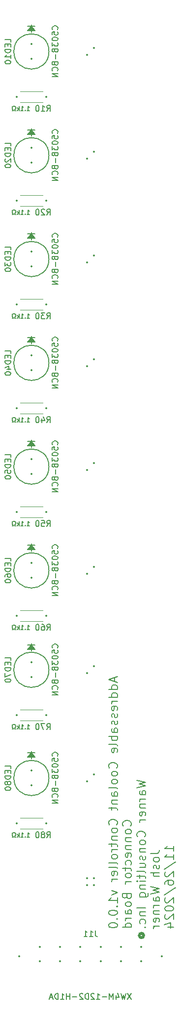
<source format=gbo>
%TF.GenerationSoftware,KiCad,Pcbnew,7.0.10*%
%TF.CreationDate,2024-11-26T20:56:08-08:00*%
%TF.ProjectId,Connector_Board,436f6e6e-6563-4746-9f72-5f426f617264,rev?*%
%TF.SameCoordinates,Original*%
%TF.FileFunction,Legend,Bot*%
%TF.FilePolarity,Positive*%
%FSLAX46Y46*%
G04 Gerber Fmt 4.6, Leading zero omitted, Abs format (unit mm)*
G04 Created by KiCad (PCBNEW 7.0.10) date 2024-11-26 20:56:08*
%MOMM*%
%LPD*%
G01*
G04 APERTURE LIST*
%ADD10C,0.150000*%
%ADD11C,0.187500*%
%ADD12C,0.120000*%
%ADD13C,0.508000*%
%ADD14C,0.152400*%
%ADD15C,0.350000*%
G04 APERTURE END LIST*
D10*
X220098057Y-136587961D02*
X220098057Y-137302247D01*
X220526628Y-136445104D02*
X219026628Y-136945104D01*
X219026628Y-136945104D02*
X220526628Y-137445104D01*
X220526628Y-138587961D02*
X219026628Y-138587961D01*
X220455200Y-138587961D02*
X220526628Y-138445103D01*
X220526628Y-138445103D02*
X220526628Y-138159389D01*
X220526628Y-138159389D02*
X220455200Y-138016532D01*
X220455200Y-138016532D02*
X220383771Y-137945103D01*
X220383771Y-137945103D02*
X220240914Y-137873675D01*
X220240914Y-137873675D02*
X219812342Y-137873675D01*
X219812342Y-137873675D02*
X219669485Y-137945103D01*
X219669485Y-137945103D02*
X219598057Y-138016532D01*
X219598057Y-138016532D02*
X219526628Y-138159389D01*
X219526628Y-138159389D02*
X219526628Y-138445103D01*
X219526628Y-138445103D02*
X219598057Y-138587961D01*
X220526628Y-139945104D02*
X219026628Y-139945104D01*
X220455200Y-139945104D02*
X220526628Y-139802246D01*
X220526628Y-139802246D02*
X220526628Y-139516532D01*
X220526628Y-139516532D02*
X220455200Y-139373675D01*
X220455200Y-139373675D02*
X220383771Y-139302246D01*
X220383771Y-139302246D02*
X220240914Y-139230818D01*
X220240914Y-139230818D02*
X219812342Y-139230818D01*
X219812342Y-139230818D02*
X219669485Y-139302246D01*
X219669485Y-139302246D02*
X219598057Y-139373675D01*
X219598057Y-139373675D02*
X219526628Y-139516532D01*
X219526628Y-139516532D02*
X219526628Y-139802246D01*
X219526628Y-139802246D02*
X219598057Y-139945104D01*
X220526628Y-140659389D02*
X219526628Y-140659389D01*
X219812342Y-140659389D02*
X219669485Y-140730818D01*
X219669485Y-140730818D02*
X219598057Y-140802247D01*
X219598057Y-140802247D02*
X219526628Y-140945104D01*
X219526628Y-140945104D02*
X219526628Y-141087961D01*
X220455200Y-142159389D02*
X220526628Y-142016532D01*
X220526628Y-142016532D02*
X220526628Y-141730818D01*
X220526628Y-141730818D02*
X220455200Y-141587960D01*
X220455200Y-141587960D02*
X220312342Y-141516532D01*
X220312342Y-141516532D02*
X219740914Y-141516532D01*
X219740914Y-141516532D02*
X219598057Y-141587960D01*
X219598057Y-141587960D02*
X219526628Y-141730818D01*
X219526628Y-141730818D02*
X219526628Y-142016532D01*
X219526628Y-142016532D02*
X219598057Y-142159389D01*
X219598057Y-142159389D02*
X219740914Y-142230818D01*
X219740914Y-142230818D02*
X219883771Y-142230818D01*
X219883771Y-142230818D02*
X220026628Y-141516532D01*
X220455200Y-142802246D02*
X220526628Y-142945103D01*
X220526628Y-142945103D02*
X220526628Y-143230817D01*
X220526628Y-143230817D02*
X220455200Y-143373674D01*
X220455200Y-143373674D02*
X220312342Y-143445103D01*
X220312342Y-143445103D02*
X220240914Y-143445103D01*
X220240914Y-143445103D02*
X220098057Y-143373674D01*
X220098057Y-143373674D02*
X220026628Y-143230817D01*
X220026628Y-143230817D02*
X220026628Y-143016532D01*
X220026628Y-143016532D02*
X219955200Y-142873674D01*
X219955200Y-142873674D02*
X219812342Y-142802246D01*
X219812342Y-142802246D02*
X219740914Y-142802246D01*
X219740914Y-142802246D02*
X219598057Y-142873674D01*
X219598057Y-142873674D02*
X219526628Y-143016532D01*
X219526628Y-143016532D02*
X219526628Y-143230817D01*
X219526628Y-143230817D02*
X219598057Y-143373674D01*
X220455200Y-144016532D02*
X220526628Y-144159389D01*
X220526628Y-144159389D02*
X220526628Y-144445103D01*
X220526628Y-144445103D02*
X220455200Y-144587960D01*
X220455200Y-144587960D02*
X220312342Y-144659389D01*
X220312342Y-144659389D02*
X220240914Y-144659389D01*
X220240914Y-144659389D02*
X220098057Y-144587960D01*
X220098057Y-144587960D02*
X220026628Y-144445103D01*
X220026628Y-144445103D02*
X220026628Y-144230818D01*
X220026628Y-144230818D02*
X219955200Y-144087960D01*
X219955200Y-144087960D02*
X219812342Y-144016532D01*
X219812342Y-144016532D02*
X219740914Y-144016532D01*
X219740914Y-144016532D02*
X219598057Y-144087960D01*
X219598057Y-144087960D02*
X219526628Y-144230818D01*
X219526628Y-144230818D02*
X219526628Y-144445103D01*
X219526628Y-144445103D02*
X219598057Y-144587960D01*
X220526628Y-145945104D02*
X219740914Y-145945104D01*
X219740914Y-145945104D02*
X219598057Y-145873675D01*
X219598057Y-145873675D02*
X219526628Y-145730818D01*
X219526628Y-145730818D02*
X219526628Y-145445104D01*
X219526628Y-145445104D02*
X219598057Y-145302246D01*
X220455200Y-145945104D02*
X220526628Y-145802246D01*
X220526628Y-145802246D02*
X220526628Y-145445104D01*
X220526628Y-145445104D02*
X220455200Y-145302246D01*
X220455200Y-145302246D02*
X220312342Y-145230818D01*
X220312342Y-145230818D02*
X220169485Y-145230818D01*
X220169485Y-145230818D02*
X220026628Y-145302246D01*
X220026628Y-145302246D02*
X219955200Y-145445104D01*
X219955200Y-145445104D02*
X219955200Y-145802246D01*
X219955200Y-145802246D02*
X219883771Y-145945104D01*
X220526628Y-146659389D02*
X219026628Y-146659389D01*
X219598057Y-146659389D02*
X219526628Y-146802247D01*
X219526628Y-146802247D02*
X219526628Y-147087961D01*
X219526628Y-147087961D02*
X219598057Y-147230818D01*
X219598057Y-147230818D02*
X219669485Y-147302247D01*
X219669485Y-147302247D02*
X219812342Y-147373675D01*
X219812342Y-147373675D02*
X220240914Y-147373675D01*
X220240914Y-147373675D02*
X220383771Y-147302247D01*
X220383771Y-147302247D02*
X220455200Y-147230818D01*
X220455200Y-147230818D02*
X220526628Y-147087961D01*
X220526628Y-147087961D02*
X220526628Y-146802247D01*
X220526628Y-146802247D02*
X220455200Y-146659389D01*
X220526628Y-148230818D02*
X220455200Y-148087961D01*
X220455200Y-148087961D02*
X220312342Y-148016532D01*
X220312342Y-148016532D02*
X219026628Y-148016532D01*
X220455200Y-149373675D02*
X220526628Y-149230818D01*
X220526628Y-149230818D02*
X220526628Y-148945104D01*
X220526628Y-148945104D02*
X220455200Y-148802246D01*
X220455200Y-148802246D02*
X220312342Y-148730818D01*
X220312342Y-148730818D02*
X219740914Y-148730818D01*
X219740914Y-148730818D02*
X219598057Y-148802246D01*
X219598057Y-148802246D02*
X219526628Y-148945104D01*
X219526628Y-148945104D02*
X219526628Y-149230818D01*
X219526628Y-149230818D02*
X219598057Y-149373675D01*
X219598057Y-149373675D02*
X219740914Y-149445104D01*
X219740914Y-149445104D02*
X219883771Y-149445104D01*
X219883771Y-149445104D02*
X220026628Y-148730818D01*
X220383771Y-152087960D02*
X220455200Y-152016532D01*
X220455200Y-152016532D02*
X220526628Y-151802246D01*
X220526628Y-151802246D02*
X220526628Y-151659389D01*
X220526628Y-151659389D02*
X220455200Y-151445103D01*
X220455200Y-151445103D02*
X220312342Y-151302246D01*
X220312342Y-151302246D02*
X220169485Y-151230817D01*
X220169485Y-151230817D02*
X219883771Y-151159389D01*
X219883771Y-151159389D02*
X219669485Y-151159389D01*
X219669485Y-151159389D02*
X219383771Y-151230817D01*
X219383771Y-151230817D02*
X219240914Y-151302246D01*
X219240914Y-151302246D02*
X219098057Y-151445103D01*
X219098057Y-151445103D02*
X219026628Y-151659389D01*
X219026628Y-151659389D02*
X219026628Y-151802246D01*
X219026628Y-151802246D02*
X219098057Y-152016532D01*
X219098057Y-152016532D02*
X219169485Y-152087960D01*
X220526628Y-152945103D02*
X220455200Y-152802246D01*
X220455200Y-152802246D02*
X220383771Y-152730817D01*
X220383771Y-152730817D02*
X220240914Y-152659389D01*
X220240914Y-152659389D02*
X219812342Y-152659389D01*
X219812342Y-152659389D02*
X219669485Y-152730817D01*
X219669485Y-152730817D02*
X219598057Y-152802246D01*
X219598057Y-152802246D02*
X219526628Y-152945103D01*
X219526628Y-152945103D02*
X219526628Y-153159389D01*
X219526628Y-153159389D02*
X219598057Y-153302246D01*
X219598057Y-153302246D02*
X219669485Y-153373675D01*
X219669485Y-153373675D02*
X219812342Y-153445103D01*
X219812342Y-153445103D02*
X220240914Y-153445103D01*
X220240914Y-153445103D02*
X220383771Y-153373675D01*
X220383771Y-153373675D02*
X220455200Y-153302246D01*
X220455200Y-153302246D02*
X220526628Y-153159389D01*
X220526628Y-153159389D02*
X220526628Y-152945103D01*
X220526628Y-154302246D02*
X220455200Y-154159389D01*
X220455200Y-154159389D02*
X220383771Y-154087960D01*
X220383771Y-154087960D02*
X220240914Y-154016532D01*
X220240914Y-154016532D02*
X219812342Y-154016532D01*
X219812342Y-154016532D02*
X219669485Y-154087960D01*
X219669485Y-154087960D02*
X219598057Y-154159389D01*
X219598057Y-154159389D02*
X219526628Y-154302246D01*
X219526628Y-154302246D02*
X219526628Y-154516532D01*
X219526628Y-154516532D02*
X219598057Y-154659389D01*
X219598057Y-154659389D02*
X219669485Y-154730818D01*
X219669485Y-154730818D02*
X219812342Y-154802246D01*
X219812342Y-154802246D02*
X220240914Y-154802246D01*
X220240914Y-154802246D02*
X220383771Y-154730818D01*
X220383771Y-154730818D02*
X220455200Y-154659389D01*
X220455200Y-154659389D02*
X220526628Y-154516532D01*
X220526628Y-154516532D02*
X220526628Y-154302246D01*
X220526628Y-155659389D02*
X220455200Y-155516532D01*
X220455200Y-155516532D02*
X220312342Y-155445103D01*
X220312342Y-155445103D02*
X219026628Y-155445103D01*
X220526628Y-156873675D02*
X219740914Y-156873675D01*
X219740914Y-156873675D02*
X219598057Y-156802246D01*
X219598057Y-156802246D02*
X219526628Y-156659389D01*
X219526628Y-156659389D02*
X219526628Y-156373675D01*
X219526628Y-156373675D02*
X219598057Y-156230817D01*
X220455200Y-156873675D02*
X220526628Y-156730817D01*
X220526628Y-156730817D02*
X220526628Y-156373675D01*
X220526628Y-156373675D02*
X220455200Y-156230817D01*
X220455200Y-156230817D02*
X220312342Y-156159389D01*
X220312342Y-156159389D02*
X220169485Y-156159389D01*
X220169485Y-156159389D02*
X220026628Y-156230817D01*
X220026628Y-156230817D02*
X219955200Y-156373675D01*
X219955200Y-156373675D02*
X219955200Y-156730817D01*
X219955200Y-156730817D02*
X219883771Y-156873675D01*
X219526628Y-157587960D02*
X220526628Y-157587960D01*
X219669485Y-157587960D02*
X219598057Y-157659389D01*
X219598057Y-157659389D02*
X219526628Y-157802246D01*
X219526628Y-157802246D02*
X219526628Y-158016532D01*
X219526628Y-158016532D02*
X219598057Y-158159389D01*
X219598057Y-158159389D02*
X219740914Y-158230818D01*
X219740914Y-158230818D02*
X220526628Y-158230818D01*
X219526628Y-158730818D02*
X219526628Y-159302246D01*
X219026628Y-158945103D02*
X220312342Y-158945103D01*
X220312342Y-158945103D02*
X220455200Y-159016532D01*
X220455200Y-159016532D02*
X220526628Y-159159389D01*
X220526628Y-159159389D02*
X220526628Y-159302246D01*
X220383771Y-161802246D02*
X220455200Y-161730818D01*
X220455200Y-161730818D02*
X220526628Y-161516532D01*
X220526628Y-161516532D02*
X220526628Y-161373675D01*
X220526628Y-161373675D02*
X220455200Y-161159389D01*
X220455200Y-161159389D02*
X220312342Y-161016532D01*
X220312342Y-161016532D02*
X220169485Y-160945103D01*
X220169485Y-160945103D02*
X219883771Y-160873675D01*
X219883771Y-160873675D02*
X219669485Y-160873675D01*
X219669485Y-160873675D02*
X219383771Y-160945103D01*
X219383771Y-160945103D02*
X219240914Y-161016532D01*
X219240914Y-161016532D02*
X219098057Y-161159389D01*
X219098057Y-161159389D02*
X219026628Y-161373675D01*
X219026628Y-161373675D02*
X219026628Y-161516532D01*
X219026628Y-161516532D02*
X219098057Y-161730818D01*
X219098057Y-161730818D02*
X219169485Y-161802246D01*
X220526628Y-162659389D02*
X220455200Y-162516532D01*
X220455200Y-162516532D02*
X220383771Y-162445103D01*
X220383771Y-162445103D02*
X220240914Y-162373675D01*
X220240914Y-162373675D02*
X219812342Y-162373675D01*
X219812342Y-162373675D02*
X219669485Y-162445103D01*
X219669485Y-162445103D02*
X219598057Y-162516532D01*
X219598057Y-162516532D02*
X219526628Y-162659389D01*
X219526628Y-162659389D02*
X219526628Y-162873675D01*
X219526628Y-162873675D02*
X219598057Y-163016532D01*
X219598057Y-163016532D02*
X219669485Y-163087961D01*
X219669485Y-163087961D02*
X219812342Y-163159389D01*
X219812342Y-163159389D02*
X220240914Y-163159389D01*
X220240914Y-163159389D02*
X220383771Y-163087961D01*
X220383771Y-163087961D02*
X220455200Y-163016532D01*
X220455200Y-163016532D02*
X220526628Y-162873675D01*
X220526628Y-162873675D02*
X220526628Y-162659389D01*
X219526628Y-163802246D02*
X220526628Y-163802246D01*
X219669485Y-163802246D02*
X219598057Y-163873675D01*
X219598057Y-163873675D02*
X219526628Y-164016532D01*
X219526628Y-164016532D02*
X219526628Y-164230818D01*
X219526628Y-164230818D02*
X219598057Y-164373675D01*
X219598057Y-164373675D02*
X219740914Y-164445104D01*
X219740914Y-164445104D02*
X220526628Y-164445104D01*
X219526628Y-164945104D02*
X219526628Y-165516532D01*
X219026628Y-165159389D02*
X220312342Y-165159389D01*
X220312342Y-165159389D02*
X220455200Y-165230818D01*
X220455200Y-165230818D02*
X220526628Y-165373675D01*
X220526628Y-165373675D02*
X220526628Y-165516532D01*
X220526628Y-166016532D02*
X219526628Y-166016532D01*
X219812342Y-166016532D02*
X219669485Y-166087961D01*
X219669485Y-166087961D02*
X219598057Y-166159390D01*
X219598057Y-166159390D02*
X219526628Y-166302247D01*
X219526628Y-166302247D02*
X219526628Y-166445104D01*
X220526628Y-167159389D02*
X220455200Y-167016532D01*
X220455200Y-167016532D02*
X220383771Y-166945103D01*
X220383771Y-166945103D02*
X220240914Y-166873675D01*
X220240914Y-166873675D02*
X219812342Y-166873675D01*
X219812342Y-166873675D02*
X219669485Y-166945103D01*
X219669485Y-166945103D02*
X219598057Y-167016532D01*
X219598057Y-167016532D02*
X219526628Y-167159389D01*
X219526628Y-167159389D02*
X219526628Y-167373675D01*
X219526628Y-167373675D02*
X219598057Y-167516532D01*
X219598057Y-167516532D02*
X219669485Y-167587961D01*
X219669485Y-167587961D02*
X219812342Y-167659389D01*
X219812342Y-167659389D02*
X220240914Y-167659389D01*
X220240914Y-167659389D02*
X220383771Y-167587961D01*
X220383771Y-167587961D02*
X220455200Y-167516532D01*
X220455200Y-167516532D02*
X220526628Y-167373675D01*
X220526628Y-167373675D02*
X220526628Y-167159389D01*
X220526628Y-168516532D02*
X220455200Y-168373675D01*
X220455200Y-168373675D02*
X220312342Y-168302246D01*
X220312342Y-168302246D02*
X219026628Y-168302246D01*
X220526628Y-169302246D02*
X220455200Y-169159389D01*
X220455200Y-169159389D02*
X220312342Y-169087960D01*
X220312342Y-169087960D02*
X219026628Y-169087960D01*
X220455200Y-170445103D02*
X220526628Y-170302246D01*
X220526628Y-170302246D02*
X220526628Y-170016532D01*
X220526628Y-170016532D02*
X220455200Y-169873674D01*
X220455200Y-169873674D02*
X220312342Y-169802246D01*
X220312342Y-169802246D02*
X219740914Y-169802246D01*
X219740914Y-169802246D02*
X219598057Y-169873674D01*
X219598057Y-169873674D02*
X219526628Y-170016532D01*
X219526628Y-170016532D02*
X219526628Y-170302246D01*
X219526628Y-170302246D02*
X219598057Y-170445103D01*
X219598057Y-170445103D02*
X219740914Y-170516532D01*
X219740914Y-170516532D02*
X219883771Y-170516532D01*
X219883771Y-170516532D02*
X220026628Y-169802246D01*
X220526628Y-171159388D02*
X219526628Y-171159388D01*
X219812342Y-171159388D02*
X219669485Y-171230817D01*
X219669485Y-171230817D02*
X219598057Y-171302246D01*
X219598057Y-171302246D02*
X219526628Y-171445103D01*
X219526628Y-171445103D02*
X219526628Y-171587960D01*
X219526628Y-173087959D02*
X220526628Y-173445102D01*
X220526628Y-173445102D02*
X219526628Y-173802245D01*
X220526628Y-175159388D02*
X220526628Y-174302245D01*
X220526628Y-174730816D02*
X219026628Y-174730816D01*
X219026628Y-174730816D02*
X219240914Y-174587959D01*
X219240914Y-174587959D02*
X219383771Y-174445102D01*
X219383771Y-174445102D02*
X219455200Y-174302245D01*
X220383771Y-175802244D02*
X220455200Y-175873673D01*
X220455200Y-175873673D02*
X220526628Y-175802244D01*
X220526628Y-175802244D02*
X220455200Y-175730816D01*
X220455200Y-175730816D02*
X220383771Y-175802244D01*
X220383771Y-175802244D02*
X220526628Y-175802244D01*
X219026628Y-176802245D02*
X219026628Y-176945102D01*
X219026628Y-176945102D02*
X219098057Y-177087959D01*
X219098057Y-177087959D02*
X219169485Y-177159388D01*
X219169485Y-177159388D02*
X219312342Y-177230816D01*
X219312342Y-177230816D02*
X219598057Y-177302245D01*
X219598057Y-177302245D02*
X219955200Y-177302245D01*
X219955200Y-177302245D02*
X220240914Y-177230816D01*
X220240914Y-177230816D02*
X220383771Y-177159388D01*
X220383771Y-177159388D02*
X220455200Y-177087959D01*
X220455200Y-177087959D02*
X220526628Y-176945102D01*
X220526628Y-176945102D02*
X220526628Y-176802245D01*
X220526628Y-176802245D02*
X220455200Y-176659388D01*
X220455200Y-176659388D02*
X220383771Y-176587959D01*
X220383771Y-176587959D02*
X220240914Y-176516530D01*
X220240914Y-176516530D02*
X219955200Y-176445102D01*
X219955200Y-176445102D02*
X219598057Y-176445102D01*
X219598057Y-176445102D02*
X219312342Y-176516530D01*
X219312342Y-176516530D02*
X219169485Y-176587959D01*
X219169485Y-176587959D02*
X219098057Y-176659388D01*
X219098057Y-176659388D02*
X219026628Y-176802245D01*
X220383771Y-177945101D02*
X220455200Y-178016530D01*
X220455200Y-178016530D02*
X220526628Y-177945101D01*
X220526628Y-177945101D02*
X220455200Y-177873673D01*
X220455200Y-177873673D02*
X220383771Y-177945101D01*
X220383771Y-177945101D02*
X220526628Y-177945101D01*
X219026628Y-178945102D02*
X219026628Y-179087959D01*
X219026628Y-179087959D02*
X219098057Y-179230816D01*
X219098057Y-179230816D02*
X219169485Y-179302245D01*
X219169485Y-179302245D02*
X219312342Y-179373673D01*
X219312342Y-179373673D02*
X219598057Y-179445102D01*
X219598057Y-179445102D02*
X219955200Y-179445102D01*
X219955200Y-179445102D02*
X220240914Y-179373673D01*
X220240914Y-179373673D02*
X220383771Y-179302245D01*
X220383771Y-179302245D02*
X220455200Y-179230816D01*
X220455200Y-179230816D02*
X220526628Y-179087959D01*
X220526628Y-179087959D02*
X220526628Y-178945102D01*
X220526628Y-178945102D02*
X220455200Y-178802245D01*
X220455200Y-178802245D02*
X220383771Y-178730816D01*
X220383771Y-178730816D02*
X220240914Y-178659387D01*
X220240914Y-178659387D02*
X219955200Y-178587959D01*
X219955200Y-178587959D02*
X219598057Y-178587959D01*
X219598057Y-178587959D02*
X219312342Y-178659387D01*
X219312342Y-178659387D02*
X219169485Y-178730816D01*
X219169485Y-178730816D02*
X219098057Y-178802245D01*
X219098057Y-178802245D02*
X219026628Y-178945102D01*
X222798771Y-162016530D02*
X222870200Y-161945102D01*
X222870200Y-161945102D02*
X222941628Y-161730816D01*
X222941628Y-161730816D02*
X222941628Y-161587959D01*
X222941628Y-161587959D02*
X222870200Y-161373673D01*
X222870200Y-161373673D02*
X222727342Y-161230816D01*
X222727342Y-161230816D02*
X222584485Y-161159387D01*
X222584485Y-161159387D02*
X222298771Y-161087959D01*
X222298771Y-161087959D02*
X222084485Y-161087959D01*
X222084485Y-161087959D02*
X221798771Y-161159387D01*
X221798771Y-161159387D02*
X221655914Y-161230816D01*
X221655914Y-161230816D02*
X221513057Y-161373673D01*
X221513057Y-161373673D02*
X221441628Y-161587959D01*
X221441628Y-161587959D02*
X221441628Y-161730816D01*
X221441628Y-161730816D02*
X221513057Y-161945102D01*
X221513057Y-161945102D02*
X221584485Y-162016530D01*
X222941628Y-162873673D02*
X222870200Y-162730816D01*
X222870200Y-162730816D02*
X222798771Y-162659387D01*
X222798771Y-162659387D02*
X222655914Y-162587959D01*
X222655914Y-162587959D02*
X222227342Y-162587959D01*
X222227342Y-162587959D02*
X222084485Y-162659387D01*
X222084485Y-162659387D02*
X222013057Y-162730816D01*
X222013057Y-162730816D02*
X221941628Y-162873673D01*
X221941628Y-162873673D02*
X221941628Y-163087959D01*
X221941628Y-163087959D02*
X222013057Y-163230816D01*
X222013057Y-163230816D02*
X222084485Y-163302245D01*
X222084485Y-163302245D02*
X222227342Y-163373673D01*
X222227342Y-163373673D02*
X222655914Y-163373673D01*
X222655914Y-163373673D02*
X222798771Y-163302245D01*
X222798771Y-163302245D02*
X222870200Y-163230816D01*
X222870200Y-163230816D02*
X222941628Y-163087959D01*
X222941628Y-163087959D02*
X222941628Y-162873673D01*
X221941628Y-164016530D02*
X222941628Y-164016530D01*
X222084485Y-164016530D02*
X222013057Y-164087959D01*
X222013057Y-164087959D02*
X221941628Y-164230816D01*
X221941628Y-164230816D02*
X221941628Y-164445102D01*
X221941628Y-164445102D02*
X222013057Y-164587959D01*
X222013057Y-164587959D02*
X222155914Y-164659388D01*
X222155914Y-164659388D02*
X222941628Y-164659388D01*
X221941628Y-165373673D02*
X222941628Y-165373673D01*
X222084485Y-165373673D02*
X222013057Y-165445102D01*
X222013057Y-165445102D02*
X221941628Y-165587959D01*
X221941628Y-165587959D02*
X221941628Y-165802245D01*
X221941628Y-165802245D02*
X222013057Y-165945102D01*
X222013057Y-165945102D02*
X222155914Y-166016531D01*
X222155914Y-166016531D02*
X222941628Y-166016531D01*
X222870200Y-167302245D02*
X222941628Y-167159388D01*
X222941628Y-167159388D02*
X222941628Y-166873674D01*
X222941628Y-166873674D02*
X222870200Y-166730816D01*
X222870200Y-166730816D02*
X222727342Y-166659388D01*
X222727342Y-166659388D02*
X222155914Y-166659388D01*
X222155914Y-166659388D02*
X222013057Y-166730816D01*
X222013057Y-166730816D02*
X221941628Y-166873674D01*
X221941628Y-166873674D02*
X221941628Y-167159388D01*
X221941628Y-167159388D02*
X222013057Y-167302245D01*
X222013057Y-167302245D02*
X222155914Y-167373674D01*
X222155914Y-167373674D02*
X222298771Y-167373674D01*
X222298771Y-167373674D02*
X222441628Y-166659388D01*
X222870200Y-168659388D02*
X222941628Y-168516530D01*
X222941628Y-168516530D02*
X222941628Y-168230816D01*
X222941628Y-168230816D02*
X222870200Y-168087959D01*
X222870200Y-168087959D02*
X222798771Y-168016530D01*
X222798771Y-168016530D02*
X222655914Y-167945102D01*
X222655914Y-167945102D02*
X222227342Y-167945102D01*
X222227342Y-167945102D02*
X222084485Y-168016530D01*
X222084485Y-168016530D02*
X222013057Y-168087959D01*
X222013057Y-168087959D02*
X221941628Y-168230816D01*
X221941628Y-168230816D02*
X221941628Y-168516530D01*
X221941628Y-168516530D02*
X222013057Y-168659388D01*
X221941628Y-169087959D02*
X221941628Y-169659387D01*
X221441628Y-169302244D02*
X222727342Y-169302244D01*
X222727342Y-169302244D02*
X222870200Y-169373673D01*
X222870200Y-169373673D02*
X222941628Y-169516530D01*
X222941628Y-169516530D02*
X222941628Y-169659387D01*
X222941628Y-170373673D02*
X222870200Y-170230816D01*
X222870200Y-170230816D02*
X222798771Y-170159387D01*
X222798771Y-170159387D02*
X222655914Y-170087959D01*
X222655914Y-170087959D02*
X222227342Y-170087959D01*
X222227342Y-170087959D02*
X222084485Y-170159387D01*
X222084485Y-170159387D02*
X222013057Y-170230816D01*
X222013057Y-170230816D02*
X221941628Y-170373673D01*
X221941628Y-170373673D02*
X221941628Y-170587959D01*
X221941628Y-170587959D02*
X222013057Y-170730816D01*
X222013057Y-170730816D02*
X222084485Y-170802245D01*
X222084485Y-170802245D02*
X222227342Y-170873673D01*
X222227342Y-170873673D02*
X222655914Y-170873673D01*
X222655914Y-170873673D02*
X222798771Y-170802245D01*
X222798771Y-170802245D02*
X222870200Y-170730816D01*
X222870200Y-170730816D02*
X222941628Y-170587959D01*
X222941628Y-170587959D02*
X222941628Y-170373673D01*
X222941628Y-171516530D02*
X221941628Y-171516530D01*
X222227342Y-171516530D02*
X222084485Y-171587959D01*
X222084485Y-171587959D02*
X222013057Y-171659388D01*
X222013057Y-171659388D02*
X221941628Y-171802245D01*
X221941628Y-171802245D02*
X221941628Y-171945102D01*
X222155914Y-174087958D02*
X222227342Y-174302244D01*
X222227342Y-174302244D02*
X222298771Y-174373673D01*
X222298771Y-174373673D02*
X222441628Y-174445101D01*
X222441628Y-174445101D02*
X222655914Y-174445101D01*
X222655914Y-174445101D02*
X222798771Y-174373673D01*
X222798771Y-174373673D02*
X222870200Y-174302244D01*
X222870200Y-174302244D02*
X222941628Y-174159387D01*
X222941628Y-174159387D02*
X222941628Y-173587958D01*
X222941628Y-173587958D02*
X221441628Y-173587958D01*
X221441628Y-173587958D02*
X221441628Y-174087958D01*
X221441628Y-174087958D02*
X221513057Y-174230816D01*
X221513057Y-174230816D02*
X221584485Y-174302244D01*
X221584485Y-174302244D02*
X221727342Y-174373673D01*
X221727342Y-174373673D02*
X221870200Y-174373673D01*
X221870200Y-174373673D02*
X222013057Y-174302244D01*
X222013057Y-174302244D02*
X222084485Y-174230816D01*
X222084485Y-174230816D02*
X222155914Y-174087958D01*
X222155914Y-174087958D02*
X222155914Y-173587958D01*
X222941628Y-175302244D02*
X222870200Y-175159387D01*
X222870200Y-175159387D02*
X222798771Y-175087958D01*
X222798771Y-175087958D02*
X222655914Y-175016530D01*
X222655914Y-175016530D02*
X222227342Y-175016530D01*
X222227342Y-175016530D02*
X222084485Y-175087958D01*
X222084485Y-175087958D02*
X222013057Y-175159387D01*
X222013057Y-175159387D02*
X221941628Y-175302244D01*
X221941628Y-175302244D02*
X221941628Y-175516530D01*
X221941628Y-175516530D02*
X222013057Y-175659387D01*
X222013057Y-175659387D02*
X222084485Y-175730816D01*
X222084485Y-175730816D02*
X222227342Y-175802244D01*
X222227342Y-175802244D02*
X222655914Y-175802244D01*
X222655914Y-175802244D02*
X222798771Y-175730816D01*
X222798771Y-175730816D02*
X222870200Y-175659387D01*
X222870200Y-175659387D02*
X222941628Y-175516530D01*
X222941628Y-175516530D02*
X222941628Y-175302244D01*
X222941628Y-177087959D02*
X222155914Y-177087959D01*
X222155914Y-177087959D02*
X222013057Y-177016530D01*
X222013057Y-177016530D02*
X221941628Y-176873673D01*
X221941628Y-176873673D02*
X221941628Y-176587959D01*
X221941628Y-176587959D02*
X222013057Y-176445101D01*
X222870200Y-177087959D02*
X222941628Y-176945101D01*
X222941628Y-176945101D02*
X222941628Y-176587959D01*
X222941628Y-176587959D02*
X222870200Y-176445101D01*
X222870200Y-176445101D02*
X222727342Y-176373673D01*
X222727342Y-176373673D02*
X222584485Y-176373673D01*
X222584485Y-176373673D02*
X222441628Y-176445101D01*
X222441628Y-176445101D02*
X222370200Y-176587959D01*
X222370200Y-176587959D02*
X222370200Y-176945101D01*
X222370200Y-176945101D02*
X222298771Y-177087959D01*
X222941628Y-177802244D02*
X221941628Y-177802244D01*
X222227342Y-177802244D02*
X222084485Y-177873673D01*
X222084485Y-177873673D02*
X222013057Y-177945102D01*
X222013057Y-177945102D02*
X221941628Y-178087959D01*
X221941628Y-178087959D02*
X221941628Y-178230816D01*
X222941628Y-179373673D02*
X221441628Y-179373673D01*
X222870200Y-179373673D02*
X222941628Y-179230815D01*
X222941628Y-179230815D02*
X222941628Y-178945101D01*
X222941628Y-178945101D02*
X222870200Y-178802244D01*
X222870200Y-178802244D02*
X222798771Y-178730815D01*
X222798771Y-178730815D02*
X222655914Y-178659387D01*
X222655914Y-178659387D02*
X222227342Y-178659387D01*
X222227342Y-178659387D02*
X222084485Y-178730815D01*
X222084485Y-178730815D02*
X222013057Y-178802244D01*
X222013057Y-178802244D02*
X221941628Y-178945101D01*
X221941628Y-178945101D02*
X221941628Y-179230815D01*
X221941628Y-179230815D02*
X222013057Y-179373673D01*
X223856628Y-154159386D02*
X225356628Y-154516529D01*
X225356628Y-154516529D02*
X224285200Y-154802243D01*
X224285200Y-154802243D02*
X225356628Y-155087958D01*
X225356628Y-155087958D02*
X223856628Y-155445101D01*
X225356628Y-156659387D02*
X224570914Y-156659387D01*
X224570914Y-156659387D02*
X224428057Y-156587958D01*
X224428057Y-156587958D02*
X224356628Y-156445101D01*
X224356628Y-156445101D02*
X224356628Y-156159387D01*
X224356628Y-156159387D02*
X224428057Y-156016529D01*
X225285200Y-156659387D02*
X225356628Y-156516529D01*
X225356628Y-156516529D02*
X225356628Y-156159387D01*
X225356628Y-156159387D02*
X225285200Y-156016529D01*
X225285200Y-156016529D02*
X225142342Y-155945101D01*
X225142342Y-155945101D02*
X224999485Y-155945101D01*
X224999485Y-155945101D02*
X224856628Y-156016529D01*
X224856628Y-156016529D02*
X224785200Y-156159387D01*
X224785200Y-156159387D02*
X224785200Y-156516529D01*
X224785200Y-156516529D02*
X224713771Y-156659387D01*
X225356628Y-157373672D02*
X224356628Y-157373672D01*
X224642342Y-157373672D02*
X224499485Y-157445101D01*
X224499485Y-157445101D02*
X224428057Y-157516530D01*
X224428057Y-157516530D02*
X224356628Y-157659387D01*
X224356628Y-157659387D02*
X224356628Y-157802244D01*
X224356628Y-158302243D02*
X225356628Y-158302243D01*
X224499485Y-158302243D02*
X224428057Y-158373672D01*
X224428057Y-158373672D02*
X224356628Y-158516529D01*
X224356628Y-158516529D02*
X224356628Y-158730815D01*
X224356628Y-158730815D02*
X224428057Y-158873672D01*
X224428057Y-158873672D02*
X224570914Y-158945101D01*
X224570914Y-158945101D02*
X225356628Y-158945101D01*
X225285200Y-160230815D02*
X225356628Y-160087958D01*
X225356628Y-160087958D02*
X225356628Y-159802244D01*
X225356628Y-159802244D02*
X225285200Y-159659386D01*
X225285200Y-159659386D02*
X225142342Y-159587958D01*
X225142342Y-159587958D02*
X224570914Y-159587958D01*
X224570914Y-159587958D02*
X224428057Y-159659386D01*
X224428057Y-159659386D02*
X224356628Y-159802244D01*
X224356628Y-159802244D02*
X224356628Y-160087958D01*
X224356628Y-160087958D02*
X224428057Y-160230815D01*
X224428057Y-160230815D02*
X224570914Y-160302244D01*
X224570914Y-160302244D02*
X224713771Y-160302244D01*
X224713771Y-160302244D02*
X224856628Y-159587958D01*
X225356628Y-160945100D02*
X224356628Y-160945100D01*
X224642342Y-160945100D02*
X224499485Y-161016529D01*
X224499485Y-161016529D02*
X224428057Y-161087958D01*
X224428057Y-161087958D02*
X224356628Y-161230815D01*
X224356628Y-161230815D02*
X224356628Y-161373672D01*
X225213771Y-163873671D02*
X225285200Y-163802243D01*
X225285200Y-163802243D02*
X225356628Y-163587957D01*
X225356628Y-163587957D02*
X225356628Y-163445100D01*
X225356628Y-163445100D02*
X225285200Y-163230814D01*
X225285200Y-163230814D02*
X225142342Y-163087957D01*
X225142342Y-163087957D02*
X224999485Y-163016528D01*
X224999485Y-163016528D02*
X224713771Y-162945100D01*
X224713771Y-162945100D02*
X224499485Y-162945100D01*
X224499485Y-162945100D02*
X224213771Y-163016528D01*
X224213771Y-163016528D02*
X224070914Y-163087957D01*
X224070914Y-163087957D02*
X223928057Y-163230814D01*
X223928057Y-163230814D02*
X223856628Y-163445100D01*
X223856628Y-163445100D02*
X223856628Y-163587957D01*
X223856628Y-163587957D02*
X223928057Y-163802243D01*
X223928057Y-163802243D02*
X223999485Y-163873671D01*
X225356628Y-164730814D02*
X225285200Y-164587957D01*
X225285200Y-164587957D02*
X225213771Y-164516528D01*
X225213771Y-164516528D02*
X225070914Y-164445100D01*
X225070914Y-164445100D02*
X224642342Y-164445100D01*
X224642342Y-164445100D02*
X224499485Y-164516528D01*
X224499485Y-164516528D02*
X224428057Y-164587957D01*
X224428057Y-164587957D02*
X224356628Y-164730814D01*
X224356628Y-164730814D02*
X224356628Y-164945100D01*
X224356628Y-164945100D02*
X224428057Y-165087957D01*
X224428057Y-165087957D02*
X224499485Y-165159386D01*
X224499485Y-165159386D02*
X224642342Y-165230814D01*
X224642342Y-165230814D02*
X225070914Y-165230814D01*
X225070914Y-165230814D02*
X225213771Y-165159386D01*
X225213771Y-165159386D02*
X225285200Y-165087957D01*
X225285200Y-165087957D02*
X225356628Y-164945100D01*
X225356628Y-164945100D02*
X225356628Y-164730814D01*
X224356628Y-165873671D02*
X225356628Y-165873671D01*
X224499485Y-165873671D02*
X224428057Y-165945100D01*
X224428057Y-165945100D02*
X224356628Y-166087957D01*
X224356628Y-166087957D02*
X224356628Y-166302243D01*
X224356628Y-166302243D02*
X224428057Y-166445100D01*
X224428057Y-166445100D02*
X224570914Y-166516529D01*
X224570914Y-166516529D02*
X225356628Y-166516529D01*
X225285200Y-167159386D02*
X225356628Y-167302243D01*
X225356628Y-167302243D02*
X225356628Y-167587957D01*
X225356628Y-167587957D02*
X225285200Y-167730814D01*
X225285200Y-167730814D02*
X225142342Y-167802243D01*
X225142342Y-167802243D02*
X225070914Y-167802243D01*
X225070914Y-167802243D02*
X224928057Y-167730814D01*
X224928057Y-167730814D02*
X224856628Y-167587957D01*
X224856628Y-167587957D02*
X224856628Y-167373672D01*
X224856628Y-167373672D02*
X224785200Y-167230814D01*
X224785200Y-167230814D02*
X224642342Y-167159386D01*
X224642342Y-167159386D02*
X224570914Y-167159386D01*
X224570914Y-167159386D02*
X224428057Y-167230814D01*
X224428057Y-167230814D02*
X224356628Y-167373672D01*
X224356628Y-167373672D02*
X224356628Y-167587957D01*
X224356628Y-167587957D02*
X224428057Y-167730814D01*
X224356628Y-169087958D02*
X225356628Y-169087958D01*
X224356628Y-168445100D02*
X225142342Y-168445100D01*
X225142342Y-168445100D02*
X225285200Y-168516529D01*
X225285200Y-168516529D02*
X225356628Y-168659386D01*
X225356628Y-168659386D02*
X225356628Y-168873672D01*
X225356628Y-168873672D02*
X225285200Y-169016529D01*
X225285200Y-169016529D02*
X225213771Y-169087958D01*
X225356628Y-170016529D02*
X225285200Y-169873672D01*
X225285200Y-169873672D02*
X225142342Y-169802243D01*
X225142342Y-169802243D02*
X223856628Y-169802243D01*
X224356628Y-170373672D02*
X224356628Y-170945100D01*
X223856628Y-170587957D02*
X225142342Y-170587957D01*
X225142342Y-170587957D02*
X225285200Y-170659386D01*
X225285200Y-170659386D02*
X225356628Y-170802243D01*
X225356628Y-170802243D02*
X225356628Y-170945100D01*
X225356628Y-171445100D02*
X224356628Y-171445100D01*
X223856628Y-171445100D02*
X223928057Y-171373672D01*
X223928057Y-171373672D02*
X223999485Y-171445100D01*
X223999485Y-171445100D02*
X223928057Y-171516529D01*
X223928057Y-171516529D02*
X223856628Y-171445100D01*
X223856628Y-171445100D02*
X223999485Y-171445100D01*
X224356628Y-172159386D02*
X225356628Y-172159386D01*
X224499485Y-172159386D02*
X224428057Y-172230815D01*
X224428057Y-172230815D02*
X224356628Y-172373672D01*
X224356628Y-172373672D02*
X224356628Y-172587958D01*
X224356628Y-172587958D02*
X224428057Y-172730815D01*
X224428057Y-172730815D02*
X224570914Y-172802244D01*
X224570914Y-172802244D02*
X225356628Y-172802244D01*
X224356628Y-174159387D02*
X225570914Y-174159387D01*
X225570914Y-174159387D02*
X225713771Y-174087958D01*
X225713771Y-174087958D02*
X225785200Y-174016529D01*
X225785200Y-174016529D02*
X225856628Y-173873672D01*
X225856628Y-173873672D02*
X225856628Y-173659387D01*
X225856628Y-173659387D02*
X225785200Y-173516529D01*
X225285200Y-174159387D02*
X225356628Y-174016529D01*
X225356628Y-174016529D02*
X225356628Y-173730815D01*
X225356628Y-173730815D02*
X225285200Y-173587958D01*
X225285200Y-173587958D02*
X225213771Y-173516529D01*
X225213771Y-173516529D02*
X225070914Y-173445101D01*
X225070914Y-173445101D02*
X224642342Y-173445101D01*
X224642342Y-173445101D02*
X224499485Y-173516529D01*
X224499485Y-173516529D02*
X224428057Y-173587958D01*
X224428057Y-173587958D02*
X224356628Y-173730815D01*
X224356628Y-173730815D02*
X224356628Y-174016529D01*
X224356628Y-174016529D02*
X224428057Y-174159387D01*
X225356628Y-176016529D02*
X223856628Y-176016529D01*
X224356628Y-176730815D02*
X225356628Y-176730815D01*
X224499485Y-176730815D02*
X224428057Y-176802244D01*
X224428057Y-176802244D02*
X224356628Y-176945101D01*
X224356628Y-176945101D02*
X224356628Y-177159387D01*
X224356628Y-177159387D02*
X224428057Y-177302244D01*
X224428057Y-177302244D02*
X224570914Y-177373673D01*
X224570914Y-177373673D02*
X225356628Y-177373673D01*
X225285200Y-178730816D02*
X225356628Y-178587958D01*
X225356628Y-178587958D02*
X225356628Y-178302244D01*
X225356628Y-178302244D02*
X225285200Y-178159387D01*
X225285200Y-178159387D02*
X225213771Y-178087958D01*
X225213771Y-178087958D02*
X225070914Y-178016530D01*
X225070914Y-178016530D02*
X224642342Y-178016530D01*
X224642342Y-178016530D02*
X224499485Y-178087958D01*
X224499485Y-178087958D02*
X224428057Y-178159387D01*
X224428057Y-178159387D02*
X224356628Y-178302244D01*
X224356628Y-178302244D02*
X224356628Y-178587958D01*
X224356628Y-178587958D02*
X224428057Y-178730816D01*
X225213771Y-179373672D02*
X225285200Y-179445101D01*
X225285200Y-179445101D02*
X225356628Y-179373672D01*
X225356628Y-179373672D02*
X225285200Y-179302244D01*
X225285200Y-179302244D02*
X225213771Y-179373672D01*
X225213771Y-179373672D02*
X225356628Y-179373672D01*
X226271628Y-166730816D02*
X227343057Y-166730816D01*
X227343057Y-166730816D02*
X227557342Y-166659387D01*
X227557342Y-166659387D02*
X227700200Y-166516530D01*
X227700200Y-166516530D02*
X227771628Y-166302244D01*
X227771628Y-166302244D02*
X227771628Y-166159387D01*
X227771628Y-167659387D02*
X227700200Y-167516530D01*
X227700200Y-167516530D02*
X227628771Y-167445101D01*
X227628771Y-167445101D02*
X227485914Y-167373673D01*
X227485914Y-167373673D02*
X227057342Y-167373673D01*
X227057342Y-167373673D02*
X226914485Y-167445101D01*
X226914485Y-167445101D02*
X226843057Y-167516530D01*
X226843057Y-167516530D02*
X226771628Y-167659387D01*
X226771628Y-167659387D02*
X226771628Y-167873673D01*
X226771628Y-167873673D02*
X226843057Y-168016530D01*
X226843057Y-168016530D02*
X226914485Y-168087959D01*
X226914485Y-168087959D02*
X227057342Y-168159387D01*
X227057342Y-168159387D02*
X227485914Y-168159387D01*
X227485914Y-168159387D02*
X227628771Y-168087959D01*
X227628771Y-168087959D02*
X227700200Y-168016530D01*
X227700200Y-168016530D02*
X227771628Y-167873673D01*
X227771628Y-167873673D02*
X227771628Y-167659387D01*
X227700200Y-168730816D02*
X227771628Y-168873673D01*
X227771628Y-168873673D02*
X227771628Y-169159387D01*
X227771628Y-169159387D02*
X227700200Y-169302244D01*
X227700200Y-169302244D02*
X227557342Y-169373673D01*
X227557342Y-169373673D02*
X227485914Y-169373673D01*
X227485914Y-169373673D02*
X227343057Y-169302244D01*
X227343057Y-169302244D02*
X227271628Y-169159387D01*
X227271628Y-169159387D02*
X227271628Y-168945102D01*
X227271628Y-168945102D02*
X227200200Y-168802244D01*
X227200200Y-168802244D02*
X227057342Y-168730816D01*
X227057342Y-168730816D02*
X226985914Y-168730816D01*
X226985914Y-168730816D02*
X226843057Y-168802244D01*
X226843057Y-168802244D02*
X226771628Y-168945102D01*
X226771628Y-168945102D02*
X226771628Y-169159387D01*
X226771628Y-169159387D02*
X226843057Y-169302244D01*
X227771628Y-170016530D02*
X226271628Y-170016530D01*
X227771628Y-170659388D02*
X226985914Y-170659388D01*
X226985914Y-170659388D02*
X226843057Y-170587959D01*
X226843057Y-170587959D02*
X226771628Y-170445102D01*
X226771628Y-170445102D02*
X226771628Y-170230816D01*
X226771628Y-170230816D02*
X226843057Y-170087959D01*
X226843057Y-170087959D02*
X226914485Y-170016530D01*
X226271628Y-172373673D02*
X227771628Y-172730816D01*
X227771628Y-172730816D02*
X226700200Y-173016530D01*
X226700200Y-173016530D02*
X227771628Y-173302245D01*
X227771628Y-173302245D02*
X226271628Y-173659388D01*
X227771628Y-174873674D02*
X226985914Y-174873674D01*
X226985914Y-174873674D02*
X226843057Y-174802245D01*
X226843057Y-174802245D02*
X226771628Y-174659388D01*
X226771628Y-174659388D02*
X226771628Y-174373674D01*
X226771628Y-174373674D02*
X226843057Y-174230816D01*
X227700200Y-174873674D02*
X227771628Y-174730816D01*
X227771628Y-174730816D02*
X227771628Y-174373674D01*
X227771628Y-174373674D02*
X227700200Y-174230816D01*
X227700200Y-174230816D02*
X227557342Y-174159388D01*
X227557342Y-174159388D02*
X227414485Y-174159388D01*
X227414485Y-174159388D02*
X227271628Y-174230816D01*
X227271628Y-174230816D02*
X227200200Y-174373674D01*
X227200200Y-174373674D02*
X227200200Y-174730816D01*
X227200200Y-174730816D02*
X227128771Y-174873674D01*
X227771628Y-175587959D02*
X226771628Y-175587959D01*
X227057342Y-175587959D02*
X226914485Y-175659388D01*
X226914485Y-175659388D02*
X226843057Y-175730817D01*
X226843057Y-175730817D02*
X226771628Y-175873674D01*
X226771628Y-175873674D02*
X226771628Y-176016531D01*
X226771628Y-176516530D02*
X227771628Y-176516530D01*
X226914485Y-176516530D02*
X226843057Y-176587959D01*
X226843057Y-176587959D02*
X226771628Y-176730816D01*
X226771628Y-176730816D02*
X226771628Y-176945102D01*
X226771628Y-176945102D02*
X226843057Y-177087959D01*
X226843057Y-177087959D02*
X226985914Y-177159388D01*
X226985914Y-177159388D02*
X227771628Y-177159388D01*
X227700200Y-178445102D02*
X227771628Y-178302245D01*
X227771628Y-178302245D02*
X227771628Y-178016531D01*
X227771628Y-178016531D02*
X227700200Y-177873673D01*
X227700200Y-177873673D02*
X227557342Y-177802245D01*
X227557342Y-177802245D02*
X226985914Y-177802245D01*
X226985914Y-177802245D02*
X226843057Y-177873673D01*
X226843057Y-177873673D02*
X226771628Y-178016531D01*
X226771628Y-178016531D02*
X226771628Y-178302245D01*
X226771628Y-178302245D02*
X226843057Y-178445102D01*
X226843057Y-178445102D02*
X226985914Y-178516531D01*
X226985914Y-178516531D02*
X227128771Y-178516531D01*
X227128771Y-178516531D02*
X227271628Y-177802245D01*
X227771628Y-179159387D02*
X226771628Y-179159387D01*
X227057342Y-179159387D02*
X226914485Y-179230816D01*
X226914485Y-179230816D02*
X226843057Y-179302245D01*
X226843057Y-179302245D02*
X226771628Y-179445102D01*
X226771628Y-179445102D02*
X226771628Y-179587959D01*
X230186628Y-166302247D02*
X230186628Y-165445104D01*
X230186628Y-165873675D02*
X228686628Y-165873675D01*
X228686628Y-165873675D02*
X228900914Y-165730818D01*
X228900914Y-165730818D02*
X229043771Y-165587961D01*
X229043771Y-165587961D02*
X229115200Y-165445104D01*
X230186628Y-167730818D02*
X230186628Y-166873675D01*
X230186628Y-167302246D02*
X228686628Y-167302246D01*
X228686628Y-167302246D02*
X228900914Y-167159389D01*
X228900914Y-167159389D02*
X229043771Y-167016532D01*
X229043771Y-167016532D02*
X229115200Y-166873675D01*
X228615200Y-169445103D02*
X230543771Y-168159389D01*
X228829485Y-169873675D02*
X228758057Y-169945103D01*
X228758057Y-169945103D02*
X228686628Y-170087961D01*
X228686628Y-170087961D02*
X228686628Y-170445103D01*
X228686628Y-170445103D02*
X228758057Y-170587961D01*
X228758057Y-170587961D02*
X228829485Y-170659389D01*
X228829485Y-170659389D02*
X228972342Y-170730818D01*
X228972342Y-170730818D02*
X229115200Y-170730818D01*
X229115200Y-170730818D02*
X229329485Y-170659389D01*
X229329485Y-170659389D02*
X230186628Y-169802246D01*
X230186628Y-169802246D02*
X230186628Y-170730818D01*
X228686628Y-172016532D02*
X228686628Y-171730817D01*
X228686628Y-171730817D02*
X228758057Y-171587960D01*
X228758057Y-171587960D02*
X228829485Y-171516532D01*
X228829485Y-171516532D02*
X229043771Y-171373674D01*
X229043771Y-171373674D02*
X229329485Y-171302246D01*
X229329485Y-171302246D02*
X229900914Y-171302246D01*
X229900914Y-171302246D02*
X230043771Y-171373674D01*
X230043771Y-171373674D02*
X230115200Y-171445103D01*
X230115200Y-171445103D02*
X230186628Y-171587960D01*
X230186628Y-171587960D02*
X230186628Y-171873674D01*
X230186628Y-171873674D02*
X230115200Y-172016532D01*
X230115200Y-172016532D02*
X230043771Y-172087960D01*
X230043771Y-172087960D02*
X229900914Y-172159389D01*
X229900914Y-172159389D02*
X229543771Y-172159389D01*
X229543771Y-172159389D02*
X229400914Y-172087960D01*
X229400914Y-172087960D02*
X229329485Y-172016532D01*
X229329485Y-172016532D02*
X229258057Y-171873674D01*
X229258057Y-171873674D02*
X229258057Y-171587960D01*
X229258057Y-171587960D02*
X229329485Y-171445103D01*
X229329485Y-171445103D02*
X229400914Y-171373674D01*
X229400914Y-171373674D02*
X229543771Y-171302246D01*
X228615200Y-173873674D02*
X230543771Y-172587960D01*
X228829485Y-174302246D02*
X228758057Y-174373674D01*
X228758057Y-174373674D02*
X228686628Y-174516532D01*
X228686628Y-174516532D02*
X228686628Y-174873674D01*
X228686628Y-174873674D02*
X228758057Y-175016532D01*
X228758057Y-175016532D02*
X228829485Y-175087960D01*
X228829485Y-175087960D02*
X228972342Y-175159389D01*
X228972342Y-175159389D02*
X229115200Y-175159389D01*
X229115200Y-175159389D02*
X229329485Y-175087960D01*
X229329485Y-175087960D02*
X230186628Y-174230817D01*
X230186628Y-174230817D02*
X230186628Y-175159389D01*
X228686628Y-176087960D02*
X228686628Y-176230817D01*
X228686628Y-176230817D02*
X228758057Y-176373674D01*
X228758057Y-176373674D02*
X228829485Y-176445103D01*
X228829485Y-176445103D02*
X228972342Y-176516531D01*
X228972342Y-176516531D02*
X229258057Y-176587960D01*
X229258057Y-176587960D02*
X229615200Y-176587960D01*
X229615200Y-176587960D02*
X229900914Y-176516531D01*
X229900914Y-176516531D02*
X230043771Y-176445103D01*
X230043771Y-176445103D02*
X230115200Y-176373674D01*
X230115200Y-176373674D02*
X230186628Y-176230817D01*
X230186628Y-176230817D02*
X230186628Y-176087960D01*
X230186628Y-176087960D02*
X230115200Y-175945103D01*
X230115200Y-175945103D02*
X230043771Y-175873674D01*
X230043771Y-175873674D02*
X229900914Y-175802245D01*
X229900914Y-175802245D02*
X229615200Y-175730817D01*
X229615200Y-175730817D02*
X229258057Y-175730817D01*
X229258057Y-175730817D02*
X228972342Y-175802245D01*
X228972342Y-175802245D02*
X228829485Y-175873674D01*
X228829485Y-175873674D02*
X228758057Y-175945103D01*
X228758057Y-175945103D02*
X228686628Y-176087960D01*
X228829485Y-177159388D02*
X228758057Y-177230816D01*
X228758057Y-177230816D02*
X228686628Y-177373674D01*
X228686628Y-177373674D02*
X228686628Y-177730816D01*
X228686628Y-177730816D02*
X228758057Y-177873674D01*
X228758057Y-177873674D02*
X228829485Y-177945102D01*
X228829485Y-177945102D02*
X228972342Y-178016531D01*
X228972342Y-178016531D02*
X229115200Y-178016531D01*
X229115200Y-178016531D02*
X229329485Y-177945102D01*
X229329485Y-177945102D02*
X230186628Y-177087959D01*
X230186628Y-177087959D02*
X230186628Y-178016531D01*
X229186628Y-179302245D02*
X230186628Y-179302245D01*
X228615200Y-178945102D02*
X229686628Y-178587959D01*
X229686628Y-178587959D02*
X229686628Y-179516530D01*
X208387792Y-128468319D02*
X208721125Y-127992128D01*
X208959220Y-128468319D02*
X208959220Y-127468319D01*
X208959220Y-127468319D02*
X208578268Y-127468319D01*
X208578268Y-127468319D02*
X208483030Y-127515938D01*
X208483030Y-127515938D02*
X208435411Y-127563557D01*
X208435411Y-127563557D02*
X208387792Y-127658795D01*
X208387792Y-127658795D02*
X208387792Y-127801652D01*
X208387792Y-127801652D02*
X208435411Y-127896890D01*
X208435411Y-127896890D02*
X208483030Y-127944509D01*
X208483030Y-127944509D02*
X208578268Y-127992128D01*
X208578268Y-127992128D02*
X208959220Y-127992128D01*
X207530649Y-127468319D02*
X207721125Y-127468319D01*
X207721125Y-127468319D02*
X207816363Y-127515938D01*
X207816363Y-127515938D02*
X207863982Y-127563557D01*
X207863982Y-127563557D02*
X207959220Y-127706414D01*
X207959220Y-127706414D02*
X208006839Y-127896890D01*
X208006839Y-127896890D02*
X208006839Y-128277842D01*
X208006839Y-128277842D02*
X207959220Y-128373080D01*
X207959220Y-128373080D02*
X207911601Y-128420700D01*
X207911601Y-128420700D02*
X207816363Y-128468319D01*
X207816363Y-128468319D02*
X207625887Y-128468319D01*
X207625887Y-128468319D02*
X207530649Y-128420700D01*
X207530649Y-128420700D02*
X207483030Y-128373080D01*
X207483030Y-128373080D02*
X207435411Y-128277842D01*
X207435411Y-128277842D02*
X207435411Y-128039747D01*
X207435411Y-128039747D02*
X207483030Y-127944509D01*
X207483030Y-127944509D02*
X207530649Y-127896890D01*
X207530649Y-127896890D02*
X207625887Y-127849271D01*
X207625887Y-127849271D02*
X207816363Y-127849271D01*
X207816363Y-127849271D02*
X207911601Y-127896890D01*
X207911601Y-127896890D02*
X207959220Y-127944509D01*
X207959220Y-127944509D02*
X208006839Y-128039747D01*
X206816363Y-127468319D02*
X206721125Y-127468319D01*
X206721125Y-127468319D02*
X206625887Y-127515938D01*
X206625887Y-127515938D02*
X206578268Y-127563557D01*
X206578268Y-127563557D02*
X206530649Y-127658795D01*
X206530649Y-127658795D02*
X206483030Y-127849271D01*
X206483030Y-127849271D02*
X206483030Y-128087366D01*
X206483030Y-128087366D02*
X206530649Y-128277842D01*
X206530649Y-128277842D02*
X206578268Y-128373080D01*
X206578268Y-128373080D02*
X206625887Y-128420700D01*
X206625887Y-128420700D02*
X206721125Y-128468319D01*
X206721125Y-128468319D02*
X206816363Y-128468319D01*
X206816363Y-128468319D02*
X206911601Y-128420700D01*
X206911601Y-128420700D02*
X206959220Y-128373080D01*
X206959220Y-128373080D02*
X207006839Y-128277842D01*
X207006839Y-128277842D02*
X207054458Y-128087366D01*
X207054458Y-128087366D02*
X207054458Y-127849271D01*
X207054458Y-127849271D02*
X207006839Y-127658795D01*
X207006839Y-127658795D02*
X206959220Y-127563557D01*
X206959220Y-127563557D02*
X206911601Y-127515938D01*
X206911601Y-127515938D02*
X206816363Y-127468319D01*
D11*
X204985927Y-128350714D02*
X205414498Y-128350714D01*
X205200213Y-128350714D02*
X205200213Y-127600714D01*
X205200213Y-127600714D02*
X205271641Y-127707857D01*
X205271641Y-127707857D02*
X205343070Y-127779285D01*
X205343070Y-127779285D02*
X205414498Y-127815000D01*
X204664498Y-128279285D02*
X204628784Y-128315000D01*
X204628784Y-128315000D02*
X204664498Y-128350714D01*
X204664498Y-128350714D02*
X204700212Y-128315000D01*
X204700212Y-128315000D02*
X204664498Y-128279285D01*
X204664498Y-128279285D02*
X204664498Y-128350714D01*
X203914498Y-128350714D02*
X204343069Y-128350714D01*
X204128784Y-128350714D02*
X204128784Y-127600714D01*
X204128784Y-127600714D02*
X204200212Y-127707857D01*
X204200212Y-127707857D02*
X204271641Y-127779285D01*
X204271641Y-127779285D02*
X204343069Y-127815000D01*
X203593069Y-128350714D02*
X203593069Y-127600714D01*
X203521641Y-128065000D02*
X203307355Y-128350714D01*
X203307355Y-127850714D02*
X203593069Y-128136428D01*
X203021640Y-128350714D02*
X202843069Y-128350714D01*
X202843069Y-128350714D02*
X202843069Y-128207857D01*
X202843069Y-128207857D02*
X202914498Y-128172142D01*
X202914498Y-128172142D02*
X202985926Y-128100714D01*
X202985926Y-128100714D02*
X203021640Y-127993571D01*
X203021640Y-127993571D02*
X203021640Y-127815000D01*
X203021640Y-127815000D02*
X202985926Y-127707857D01*
X202985926Y-127707857D02*
X202914498Y-127636428D01*
X202914498Y-127636428D02*
X202807355Y-127600714D01*
X202807355Y-127600714D02*
X202664498Y-127600714D01*
X202664498Y-127600714D02*
X202557355Y-127636428D01*
X202557355Y-127636428D02*
X202485926Y-127707857D01*
X202485926Y-127707857D02*
X202450212Y-127815000D01*
X202450212Y-127815000D02*
X202450212Y-127993571D01*
X202450212Y-127993571D02*
X202485926Y-128100714D01*
X202485926Y-128100714D02*
X202557355Y-128172142D01*
X202557355Y-128172142D02*
X202628783Y-128207857D01*
X202628783Y-128207857D02*
X202628783Y-128350714D01*
X202628783Y-128350714D02*
X202450212Y-128350714D01*
D10*
X216734923Y-179942019D02*
X216734923Y-180656304D01*
X216734923Y-180656304D02*
X216782542Y-180799161D01*
X216782542Y-180799161D02*
X216877780Y-180894400D01*
X216877780Y-180894400D02*
X217020637Y-180942019D01*
X217020637Y-180942019D02*
X217115875Y-180942019D01*
X215734923Y-180942019D02*
X216306351Y-180942019D01*
X216020637Y-180942019D02*
X216020637Y-179942019D01*
X216020637Y-179942019D02*
X216115875Y-180084876D01*
X216115875Y-180084876D02*
X216211113Y-180180114D01*
X216211113Y-180180114D02*
X216306351Y-180227733D01*
X214782542Y-180942019D02*
X215353970Y-180942019D01*
X215068256Y-180942019D02*
X215068256Y-179942019D01*
X215068256Y-179942019D02*
X215163494Y-180084876D01*
X215163494Y-180084876D02*
X215258732Y-180180114D01*
X215258732Y-180180114D02*
X215353970Y-180227733D01*
X222960615Y-190686219D02*
X222293949Y-191686219D01*
X222293949Y-190686219D02*
X222960615Y-191686219D01*
X222008234Y-190686219D02*
X221770139Y-191686219D01*
X221770139Y-191686219D02*
X221579663Y-190971933D01*
X221579663Y-190971933D02*
X221389187Y-191686219D01*
X221389187Y-191686219D02*
X221151092Y-190686219D01*
X220341568Y-191019552D02*
X220341568Y-191686219D01*
X220579663Y-190638600D02*
X220817758Y-191352885D01*
X220817758Y-191352885D02*
X220198711Y-191352885D01*
X219817758Y-191686219D02*
X219817758Y-190686219D01*
X219817758Y-190686219D02*
X219484425Y-191400504D01*
X219484425Y-191400504D02*
X219151092Y-190686219D01*
X219151092Y-190686219D02*
X219151092Y-191686219D01*
X218674901Y-191305266D02*
X217912997Y-191305266D01*
X216912997Y-191686219D02*
X217484425Y-191686219D01*
X217198711Y-191686219D02*
X217198711Y-190686219D01*
X217198711Y-190686219D02*
X217293949Y-190829076D01*
X217293949Y-190829076D02*
X217389187Y-190924314D01*
X217389187Y-190924314D02*
X217484425Y-190971933D01*
X216532044Y-190781457D02*
X216484425Y-190733838D01*
X216484425Y-190733838D02*
X216389187Y-190686219D01*
X216389187Y-190686219D02*
X216151092Y-190686219D01*
X216151092Y-190686219D02*
X216055854Y-190733838D01*
X216055854Y-190733838D02*
X216008235Y-190781457D01*
X216008235Y-190781457D02*
X215960616Y-190876695D01*
X215960616Y-190876695D02*
X215960616Y-190971933D01*
X215960616Y-190971933D02*
X216008235Y-191114790D01*
X216008235Y-191114790D02*
X216579663Y-191686219D01*
X216579663Y-191686219D02*
X215960616Y-191686219D01*
X215532044Y-191686219D02*
X215532044Y-190686219D01*
X215532044Y-190686219D02*
X215293949Y-190686219D01*
X215293949Y-190686219D02*
X215151092Y-190733838D01*
X215151092Y-190733838D02*
X215055854Y-190829076D01*
X215055854Y-190829076D02*
X215008235Y-190924314D01*
X215008235Y-190924314D02*
X214960616Y-191114790D01*
X214960616Y-191114790D02*
X214960616Y-191257647D01*
X214960616Y-191257647D02*
X215008235Y-191448123D01*
X215008235Y-191448123D02*
X215055854Y-191543361D01*
X215055854Y-191543361D02*
X215151092Y-191638600D01*
X215151092Y-191638600D02*
X215293949Y-191686219D01*
X215293949Y-191686219D02*
X215532044Y-191686219D01*
X214579663Y-190781457D02*
X214532044Y-190733838D01*
X214532044Y-190733838D02*
X214436806Y-190686219D01*
X214436806Y-190686219D02*
X214198711Y-190686219D01*
X214198711Y-190686219D02*
X214103473Y-190733838D01*
X214103473Y-190733838D02*
X214055854Y-190781457D01*
X214055854Y-190781457D02*
X214008235Y-190876695D01*
X214008235Y-190876695D02*
X214008235Y-190971933D01*
X214008235Y-190971933D02*
X214055854Y-191114790D01*
X214055854Y-191114790D02*
X214627282Y-191686219D01*
X214627282Y-191686219D02*
X214008235Y-191686219D01*
X213579663Y-191305266D02*
X212817759Y-191305266D01*
X212341568Y-191686219D02*
X212341568Y-190686219D01*
X212341568Y-191162409D02*
X211770140Y-191162409D01*
X211770140Y-191686219D02*
X211770140Y-190686219D01*
X210770140Y-191686219D02*
X211341568Y-191686219D01*
X211055854Y-191686219D02*
X211055854Y-190686219D01*
X211055854Y-190686219D02*
X211151092Y-190829076D01*
X211151092Y-190829076D02*
X211246330Y-190924314D01*
X211246330Y-190924314D02*
X211341568Y-190971933D01*
X210341568Y-191686219D02*
X210341568Y-190686219D01*
X210341568Y-190686219D02*
X210103473Y-190686219D01*
X210103473Y-190686219D02*
X209960616Y-190733838D01*
X209960616Y-190733838D02*
X209865378Y-190829076D01*
X209865378Y-190829076D02*
X209817759Y-190924314D01*
X209817759Y-190924314D02*
X209770140Y-191114790D01*
X209770140Y-191114790D02*
X209770140Y-191257647D01*
X209770140Y-191257647D02*
X209817759Y-191448123D01*
X209817759Y-191448123D02*
X209865378Y-191543361D01*
X209865378Y-191543361D02*
X209960616Y-191638600D01*
X209960616Y-191638600D02*
X210103473Y-191686219D01*
X210103473Y-191686219D02*
X210341568Y-191686219D01*
X209389187Y-191400504D02*
X208912997Y-191400504D01*
X209484425Y-191686219D02*
X209151092Y-190686219D01*
X209151092Y-190686219D02*
X208817759Y-191686219D01*
X208387792Y-164028319D02*
X208721125Y-163552128D01*
X208959220Y-164028319D02*
X208959220Y-163028319D01*
X208959220Y-163028319D02*
X208578268Y-163028319D01*
X208578268Y-163028319D02*
X208483030Y-163075938D01*
X208483030Y-163075938D02*
X208435411Y-163123557D01*
X208435411Y-163123557D02*
X208387792Y-163218795D01*
X208387792Y-163218795D02*
X208387792Y-163361652D01*
X208387792Y-163361652D02*
X208435411Y-163456890D01*
X208435411Y-163456890D02*
X208483030Y-163504509D01*
X208483030Y-163504509D02*
X208578268Y-163552128D01*
X208578268Y-163552128D02*
X208959220Y-163552128D01*
X207816363Y-163456890D02*
X207911601Y-163409271D01*
X207911601Y-163409271D02*
X207959220Y-163361652D01*
X207959220Y-163361652D02*
X208006839Y-163266414D01*
X208006839Y-163266414D02*
X208006839Y-163218795D01*
X208006839Y-163218795D02*
X207959220Y-163123557D01*
X207959220Y-163123557D02*
X207911601Y-163075938D01*
X207911601Y-163075938D02*
X207816363Y-163028319D01*
X207816363Y-163028319D02*
X207625887Y-163028319D01*
X207625887Y-163028319D02*
X207530649Y-163075938D01*
X207530649Y-163075938D02*
X207483030Y-163123557D01*
X207483030Y-163123557D02*
X207435411Y-163218795D01*
X207435411Y-163218795D02*
X207435411Y-163266414D01*
X207435411Y-163266414D02*
X207483030Y-163361652D01*
X207483030Y-163361652D02*
X207530649Y-163409271D01*
X207530649Y-163409271D02*
X207625887Y-163456890D01*
X207625887Y-163456890D02*
X207816363Y-163456890D01*
X207816363Y-163456890D02*
X207911601Y-163504509D01*
X207911601Y-163504509D02*
X207959220Y-163552128D01*
X207959220Y-163552128D02*
X208006839Y-163647366D01*
X208006839Y-163647366D02*
X208006839Y-163837842D01*
X208006839Y-163837842D02*
X207959220Y-163933080D01*
X207959220Y-163933080D02*
X207911601Y-163980700D01*
X207911601Y-163980700D02*
X207816363Y-164028319D01*
X207816363Y-164028319D02*
X207625887Y-164028319D01*
X207625887Y-164028319D02*
X207530649Y-163980700D01*
X207530649Y-163980700D02*
X207483030Y-163933080D01*
X207483030Y-163933080D02*
X207435411Y-163837842D01*
X207435411Y-163837842D02*
X207435411Y-163647366D01*
X207435411Y-163647366D02*
X207483030Y-163552128D01*
X207483030Y-163552128D02*
X207530649Y-163504509D01*
X207530649Y-163504509D02*
X207625887Y-163456890D01*
X206816363Y-163028319D02*
X206721125Y-163028319D01*
X206721125Y-163028319D02*
X206625887Y-163075938D01*
X206625887Y-163075938D02*
X206578268Y-163123557D01*
X206578268Y-163123557D02*
X206530649Y-163218795D01*
X206530649Y-163218795D02*
X206483030Y-163409271D01*
X206483030Y-163409271D02*
X206483030Y-163647366D01*
X206483030Y-163647366D02*
X206530649Y-163837842D01*
X206530649Y-163837842D02*
X206578268Y-163933080D01*
X206578268Y-163933080D02*
X206625887Y-163980700D01*
X206625887Y-163980700D02*
X206721125Y-164028319D01*
X206721125Y-164028319D02*
X206816363Y-164028319D01*
X206816363Y-164028319D02*
X206911601Y-163980700D01*
X206911601Y-163980700D02*
X206959220Y-163933080D01*
X206959220Y-163933080D02*
X207006839Y-163837842D01*
X207006839Y-163837842D02*
X207054458Y-163647366D01*
X207054458Y-163647366D02*
X207054458Y-163409271D01*
X207054458Y-163409271D02*
X207006839Y-163218795D01*
X207006839Y-163218795D02*
X206959220Y-163123557D01*
X206959220Y-163123557D02*
X206911601Y-163075938D01*
X206911601Y-163075938D02*
X206816363Y-163028319D01*
D11*
X204985927Y-163910714D02*
X205414498Y-163910714D01*
X205200213Y-163910714D02*
X205200213Y-163160714D01*
X205200213Y-163160714D02*
X205271641Y-163267857D01*
X205271641Y-163267857D02*
X205343070Y-163339285D01*
X205343070Y-163339285D02*
X205414498Y-163375000D01*
X204664498Y-163839285D02*
X204628784Y-163875000D01*
X204628784Y-163875000D02*
X204664498Y-163910714D01*
X204664498Y-163910714D02*
X204700212Y-163875000D01*
X204700212Y-163875000D02*
X204664498Y-163839285D01*
X204664498Y-163839285D02*
X204664498Y-163910714D01*
X203914498Y-163910714D02*
X204343069Y-163910714D01*
X204128784Y-163910714D02*
X204128784Y-163160714D01*
X204128784Y-163160714D02*
X204200212Y-163267857D01*
X204200212Y-163267857D02*
X204271641Y-163339285D01*
X204271641Y-163339285D02*
X204343069Y-163375000D01*
X203593069Y-163910714D02*
X203593069Y-163160714D01*
X203521641Y-163625000D02*
X203307355Y-163910714D01*
X203307355Y-163410714D02*
X203593069Y-163696428D01*
X203021640Y-163910714D02*
X202843069Y-163910714D01*
X202843069Y-163910714D02*
X202843069Y-163767857D01*
X202843069Y-163767857D02*
X202914498Y-163732142D01*
X202914498Y-163732142D02*
X202985926Y-163660714D01*
X202985926Y-163660714D02*
X203021640Y-163553571D01*
X203021640Y-163553571D02*
X203021640Y-163375000D01*
X203021640Y-163375000D02*
X202985926Y-163267857D01*
X202985926Y-163267857D02*
X202914498Y-163196428D01*
X202914498Y-163196428D02*
X202807355Y-163160714D01*
X202807355Y-163160714D02*
X202664498Y-163160714D01*
X202664498Y-163160714D02*
X202557355Y-163196428D01*
X202557355Y-163196428D02*
X202485926Y-163267857D01*
X202485926Y-163267857D02*
X202450212Y-163375000D01*
X202450212Y-163375000D02*
X202450212Y-163553571D01*
X202450212Y-163553571D02*
X202485926Y-163660714D01*
X202485926Y-163660714D02*
X202557355Y-163732142D01*
X202557355Y-163732142D02*
X202628783Y-163767857D01*
X202628783Y-163767857D02*
X202628783Y-163910714D01*
X202628783Y-163910714D02*
X202450212Y-163910714D01*
D10*
X202194819Y-133657261D02*
X202194819Y-133181071D01*
X202194819Y-133181071D02*
X201194819Y-133181071D01*
X201671009Y-133990595D02*
X201671009Y-134323928D01*
X202194819Y-134466785D02*
X202194819Y-133990595D01*
X202194819Y-133990595D02*
X201194819Y-133990595D01*
X201194819Y-133990595D02*
X201194819Y-134466785D01*
X202194819Y-134895357D02*
X201194819Y-134895357D01*
X201194819Y-134895357D02*
X201194819Y-135133452D01*
X201194819Y-135133452D02*
X201242438Y-135276309D01*
X201242438Y-135276309D02*
X201337676Y-135371547D01*
X201337676Y-135371547D02*
X201432914Y-135419166D01*
X201432914Y-135419166D02*
X201623390Y-135466785D01*
X201623390Y-135466785D02*
X201766247Y-135466785D01*
X201766247Y-135466785D02*
X201956723Y-135419166D01*
X201956723Y-135419166D02*
X202051961Y-135371547D01*
X202051961Y-135371547D02*
X202147200Y-135276309D01*
X202147200Y-135276309D02*
X202194819Y-135133452D01*
X202194819Y-135133452D02*
X202194819Y-134895357D01*
X201194819Y-135800119D02*
X201194819Y-136466785D01*
X201194819Y-136466785D02*
X202194819Y-136038214D01*
X201194819Y-137038214D02*
X201194819Y-137133452D01*
X201194819Y-137133452D02*
X201242438Y-137228690D01*
X201242438Y-137228690D02*
X201290057Y-137276309D01*
X201290057Y-137276309D02*
X201385295Y-137323928D01*
X201385295Y-137323928D02*
X201575771Y-137371547D01*
X201575771Y-137371547D02*
X201813866Y-137371547D01*
X201813866Y-137371547D02*
X202004342Y-137323928D01*
X202004342Y-137323928D02*
X202099580Y-137276309D01*
X202099580Y-137276309D02*
X202147200Y-137228690D01*
X202147200Y-137228690D02*
X202194819Y-137133452D01*
X202194819Y-137133452D02*
X202194819Y-137038214D01*
X202194819Y-137038214D02*
X202147200Y-136942976D01*
X202147200Y-136942976D02*
X202099580Y-136895357D01*
X202099580Y-136895357D02*
X202004342Y-136847738D01*
X202004342Y-136847738D02*
X201813866Y-136800119D01*
X201813866Y-136800119D02*
X201575771Y-136800119D01*
X201575771Y-136800119D02*
X201385295Y-136847738D01*
X201385295Y-136847738D02*
X201290057Y-136895357D01*
X201290057Y-136895357D02*
X201242438Y-136942976D01*
X201242438Y-136942976D02*
X201194819Y-137038214D01*
X210199580Y-131490595D02*
X210247200Y-131442976D01*
X210247200Y-131442976D02*
X210294819Y-131300119D01*
X210294819Y-131300119D02*
X210294819Y-131204881D01*
X210294819Y-131204881D02*
X210247200Y-131062024D01*
X210247200Y-131062024D02*
X210151961Y-130966786D01*
X210151961Y-130966786D02*
X210056723Y-130919167D01*
X210056723Y-130919167D02*
X209866247Y-130871548D01*
X209866247Y-130871548D02*
X209723390Y-130871548D01*
X209723390Y-130871548D02*
X209532914Y-130919167D01*
X209532914Y-130919167D02*
X209437676Y-130966786D01*
X209437676Y-130966786D02*
X209342438Y-131062024D01*
X209342438Y-131062024D02*
X209294819Y-131204881D01*
X209294819Y-131204881D02*
X209294819Y-131300119D01*
X209294819Y-131300119D02*
X209342438Y-131442976D01*
X209342438Y-131442976D02*
X209390057Y-131490595D01*
X209294819Y-132395357D02*
X209294819Y-131919167D01*
X209294819Y-131919167D02*
X209771009Y-131871548D01*
X209771009Y-131871548D02*
X209723390Y-131919167D01*
X209723390Y-131919167D02*
X209675771Y-132014405D01*
X209675771Y-132014405D02*
X209675771Y-132252500D01*
X209675771Y-132252500D02*
X209723390Y-132347738D01*
X209723390Y-132347738D02*
X209771009Y-132395357D01*
X209771009Y-132395357D02*
X209866247Y-132442976D01*
X209866247Y-132442976D02*
X210104342Y-132442976D01*
X210104342Y-132442976D02*
X210199580Y-132395357D01*
X210199580Y-132395357D02*
X210247200Y-132347738D01*
X210247200Y-132347738D02*
X210294819Y-132252500D01*
X210294819Y-132252500D02*
X210294819Y-132014405D01*
X210294819Y-132014405D02*
X210247200Y-131919167D01*
X210247200Y-131919167D02*
X210199580Y-131871548D01*
X209294819Y-133062024D02*
X209294819Y-133157262D01*
X209294819Y-133157262D02*
X209342438Y-133252500D01*
X209342438Y-133252500D02*
X209390057Y-133300119D01*
X209390057Y-133300119D02*
X209485295Y-133347738D01*
X209485295Y-133347738D02*
X209675771Y-133395357D01*
X209675771Y-133395357D02*
X209913866Y-133395357D01*
X209913866Y-133395357D02*
X210104342Y-133347738D01*
X210104342Y-133347738D02*
X210199580Y-133300119D01*
X210199580Y-133300119D02*
X210247200Y-133252500D01*
X210247200Y-133252500D02*
X210294819Y-133157262D01*
X210294819Y-133157262D02*
X210294819Y-133062024D01*
X210294819Y-133062024D02*
X210247200Y-132966786D01*
X210247200Y-132966786D02*
X210199580Y-132919167D01*
X210199580Y-132919167D02*
X210104342Y-132871548D01*
X210104342Y-132871548D02*
X209913866Y-132823929D01*
X209913866Y-132823929D02*
X209675771Y-132823929D01*
X209675771Y-132823929D02*
X209485295Y-132871548D01*
X209485295Y-132871548D02*
X209390057Y-132919167D01*
X209390057Y-132919167D02*
X209342438Y-132966786D01*
X209342438Y-132966786D02*
X209294819Y-133062024D01*
X209294819Y-133728691D02*
X209294819Y-134347738D01*
X209294819Y-134347738D02*
X209675771Y-134014405D01*
X209675771Y-134014405D02*
X209675771Y-134157262D01*
X209675771Y-134157262D02*
X209723390Y-134252500D01*
X209723390Y-134252500D02*
X209771009Y-134300119D01*
X209771009Y-134300119D02*
X209866247Y-134347738D01*
X209866247Y-134347738D02*
X210104342Y-134347738D01*
X210104342Y-134347738D02*
X210199580Y-134300119D01*
X210199580Y-134300119D02*
X210247200Y-134252500D01*
X210247200Y-134252500D02*
X210294819Y-134157262D01*
X210294819Y-134157262D02*
X210294819Y-133871548D01*
X210294819Y-133871548D02*
X210247200Y-133776310D01*
X210247200Y-133776310D02*
X210199580Y-133728691D01*
X209771009Y-135109643D02*
X209818628Y-135252500D01*
X209818628Y-135252500D02*
X209866247Y-135300119D01*
X209866247Y-135300119D02*
X209961485Y-135347738D01*
X209961485Y-135347738D02*
X210104342Y-135347738D01*
X210104342Y-135347738D02*
X210199580Y-135300119D01*
X210199580Y-135300119D02*
X210247200Y-135252500D01*
X210247200Y-135252500D02*
X210294819Y-135157262D01*
X210294819Y-135157262D02*
X210294819Y-134776310D01*
X210294819Y-134776310D02*
X209294819Y-134776310D01*
X209294819Y-134776310D02*
X209294819Y-135109643D01*
X209294819Y-135109643D02*
X209342438Y-135204881D01*
X209342438Y-135204881D02*
X209390057Y-135252500D01*
X209390057Y-135252500D02*
X209485295Y-135300119D01*
X209485295Y-135300119D02*
X209580533Y-135300119D01*
X209580533Y-135300119D02*
X209675771Y-135252500D01*
X209675771Y-135252500D02*
X209723390Y-135204881D01*
X209723390Y-135204881D02*
X209771009Y-135109643D01*
X209771009Y-135109643D02*
X209771009Y-134776310D01*
X209913866Y-135776310D02*
X209913866Y-136538215D01*
X209771009Y-137347738D02*
X209818628Y-137490595D01*
X209818628Y-137490595D02*
X209866247Y-137538214D01*
X209866247Y-137538214D02*
X209961485Y-137585833D01*
X209961485Y-137585833D02*
X210104342Y-137585833D01*
X210104342Y-137585833D02*
X210199580Y-137538214D01*
X210199580Y-137538214D02*
X210247200Y-137490595D01*
X210247200Y-137490595D02*
X210294819Y-137395357D01*
X210294819Y-137395357D02*
X210294819Y-137014405D01*
X210294819Y-137014405D02*
X209294819Y-137014405D01*
X209294819Y-137014405D02*
X209294819Y-137347738D01*
X209294819Y-137347738D02*
X209342438Y-137442976D01*
X209342438Y-137442976D02*
X209390057Y-137490595D01*
X209390057Y-137490595D02*
X209485295Y-137538214D01*
X209485295Y-137538214D02*
X209580533Y-137538214D01*
X209580533Y-137538214D02*
X209675771Y-137490595D01*
X209675771Y-137490595D02*
X209723390Y-137442976D01*
X209723390Y-137442976D02*
X209771009Y-137347738D01*
X209771009Y-137347738D02*
X209771009Y-137014405D01*
X210199580Y-138585833D02*
X210247200Y-138538214D01*
X210247200Y-138538214D02*
X210294819Y-138395357D01*
X210294819Y-138395357D02*
X210294819Y-138300119D01*
X210294819Y-138300119D02*
X210247200Y-138157262D01*
X210247200Y-138157262D02*
X210151961Y-138062024D01*
X210151961Y-138062024D02*
X210056723Y-138014405D01*
X210056723Y-138014405D02*
X209866247Y-137966786D01*
X209866247Y-137966786D02*
X209723390Y-137966786D01*
X209723390Y-137966786D02*
X209532914Y-138014405D01*
X209532914Y-138014405D02*
X209437676Y-138062024D01*
X209437676Y-138062024D02*
X209342438Y-138157262D01*
X209342438Y-138157262D02*
X209294819Y-138300119D01*
X209294819Y-138300119D02*
X209294819Y-138395357D01*
X209294819Y-138395357D02*
X209342438Y-138538214D01*
X209342438Y-138538214D02*
X209390057Y-138585833D01*
X210294819Y-139014405D02*
X209294819Y-139014405D01*
X209294819Y-139014405D02*
X210294819Y-139585833D01*
X210294819Y-139585833D02*
X209294819Y-139585833D01*
X208387792Y-110688319D02*
X208721125Y-110212128D01*
X208959220Y-110688319D02*
X208959220Y-109688319D01*
X208959220Y-109688319D02*
X208578268Y-109688319D01*
X208578268Y-109688319D02*
X208483030Y-109735938D01*
X208483030Y-109735938D02*
X208435411Y-109783557D01*
X208435411Y-109783557D02*
X208387792Y-109878795D01*
X208387792Y-109878795D02*
X208387792Y-110021652D01*
X208387792Y-110021652D02*
X208435411Y-110116890D01*
X208435411Y-110116890D02*
X208483030Y-110164509D01*
X208483030Y-110164509D02*
X208578268Y-110212128D01*
X208578268Y-110212128D02*
X208959220Y-110212128D01*
X207483030Y-109688319D02*
X207959220Y-109688319D01*
X207959220Y-109688319D02*
X208006839Y-110164509D01*
X208006839Y-110164509D02*
X207959220Y-110116890D01*
X207959220Y-110116890D02*
X207863982Y-110069271D01*
X207863982Y-110069271D02*
X207625887Y-110069271D01*
X207625887Y-110069271D02*
X207530649Y-110116890D01*
X207530649Y-110116890D02*
X207483030Y-110164509D01*
X207483030Y-110164509D02*
X207435411Y-110259747D01*
X207435411Y-110259747D02*
X207435411Y-110497842D01*
X207435411Y-110497842D02*
X207483030Y-110593080D01*
X207483030Y-110593080D02*
X207530649Y-110640700D01*
X207530649Y-110640700D02*
X207625887Y-110688319D01*
X207625887Y-110688319D02*
X207863982Y-110688319D01*
X207863982Y-110688319D02*
X207959220Y-110640700D01*
X207959220Y-110640700D02*
X208006839Y-110593080D01*
X206816363Y-109688319D02*
X206721125Y-109688319D01*
X206721125Y-109688319D02*
X206625887Y-109735938D01*
X206625887Y-109735938D02*
X206578268Y-109783557D01*
X206578268Y-109783557D02*
X206530649Y-109878795D01*
X206530649Y-109878795D02*
X206483030Y-110069271D01*
X206483030Y-110069271D02*
X206483030Y-110307366D01*
X206483030Y-110307366D02*
X206530649Y-110497842D01*
X206530649Y-110497842D02*
X206578268Y-110593080D01*
X206578268Y-110593080D02*
X206625887Y-110640700D01*
X206625887Y-110640700D02*
X206721125Y-110688319D01*
X206721125Y-110688319D02*
X206816363Y-110688319D01*
X206816363Y-110688319D02*
X206911601Y-110640700D01*
X206911601Y-110640700D02*
X206959220Y-110593080D01*
X206959220Y-110593080D02*
X207006839Y-110497842D01*
X207006839Y-110497842D02*
X207054458Y-110307366D01*
X207054458Y-110307366D02*
X207054458Y-110069271D01*
X207054458Y-110069271D02*
X207006839Y-109878795D01*
X207006839Y-109878795D02*
X206959220Y-109783557D01*
X206959220Y-109783557D02*
X206911601Y-109735938D01*
X206911601Y-109735938D02*
X206816363Y-109688319D01*
D11*
X204985927Y-110570714D02*
X205414498Y-110570714D01*
X205200213Y-110570714D02*
X205200213Y-109820714D01*
X205200213Y-109820714D02*
X205271641Y-109927857D01*
X205271641Y-109927857D02*
X205343070Y-109999285D01*
X205343070Y-109999285D02*
X205414498Y-110035000D01*
X204664498Y-110499285D02*
X204628784Y-110535000D01*
X204628784Y-110535000D02*
X204664498Y-110570714D01*
X204664498Y-110570714D02*
X204700212Y-110535000D01*
X204700212Y-110535000D02*
X204664498Y-110499285D01*
X204664498Y-110499285D02*
X204664498Y-110570714D01*
X203914498Y-110570714D02*
X204343069Y-110570714D01*
X204128784Y-110570714D02*
X204128784Y-109820714D01*
X204128784Y-109820714D02*
X204200212Y-109927857D01*
X204200212Y-109927857D02*
X204271641Y-109999285D01*
X204271641Y-109999285D02*
X204343069Y-110035000D01*
X203593069Y-110570714D02*
X203593069Y-109820714D01*
X203521641Y-110285000D02*
X203307355Y-110570714D01*
X203307355Y-110070714D02*
X203593069Y-110356428D01*
X203021640Y-110570714D02*
X202843069Y-110570714D01*
X202843069Y-110570714D02*
X202843069Y-110427857D01*
X202843069Y-110427857D02*
X202914498Y-110392142D01*
X202914498Y-110392142D02*
X202985926Y-110320714D01*
X202985926Y-110320714D02*
X203021640Y-110213571D01*
X203021640Y-110213571D02*
X203021640Y-110035000D01*
X203021640Y-110035000D02*
X202985926Y-109927857D01*
X202985926Y-109927857D02*
X202914498Y-109856428D01*
X202914498Y-109856428D02*
X202807355Y-109820714D01*
X202807355Y-109820714D02*
X202664498Y-109820714D01*
X202664498Y-109820714D02*
X202557355Y-109856428D01*
X202557355Y-109856428D02*
X202485926Y-109927857D01*
X202485926Y-109927857D02*
X202450212Y-110035000D01*
X202450212Y-110035000D02*
X202450212Y-110213571D01*
X202450212Y-110213571D02*
X202485926Y-110320714D01*
X202485926Y-110320714D02*
X202557355Y-110392142D01*
X202557355Y-110392142D02*
X202628783Y-110427857D01*
X202628783Y-110427857D02*
X202628783Y-110570714D01*
X202628783Y-110570714D02*
X202450212Y-110570714D01*
D10*
X208387792Y-92908319D02*
X208721125Y-92432128D01*
X208959220Y-92908319D02*
X208959220Y-91908319D01*
X208959220Y-91908319D02*
X208578268Y-91908319D01*
X208578268Y-91908319D02*
X208483030Y-91955938D01*
X208483030Y-91955938D02*
X208435411Y-92003557D01*
X208435411Y-92003557D02*
X208387792Y-92098795D01*
X208387792Y-92098795D02*
X208387792Y-92241652D01*
X208387792Y-92241652D02*
X208435411Y-92336890D01*
X208435411Y-92336890D02*
X208483030Y-92384509D01*
X208483030Y-92384509D02*
X208578268Y-92432128D01*
X208578268Y-92432128D02*
X208959220Y-92432128D01*
X207530649Y-92241652D02*
X207530649Y-92908319D01*
X207768744Y-91860700D02*
X208006839Y-92574985D01*
X208006839Y-92574985D02*
X207387792Y-92574985D01*
X206816363Y-91908319D02*
X206721125Y-91908319D01*
X206721125Y-91908319D02*
X206625887Y-91955938D01*
X206625887Y-91955938D02*
X206578268Y-92003557D01*
X206578268Y-92003557D02*
X206530649Y-92098795D01*
X206530649Y-92098795D02*
X206483030Y-92289271D01*
X206483030Y-92289271D02*
X206483030Y-92527366D01*
X206483030Y-92527366D02*
X206530649Y-92717842D01*
X206530649Y-92717842D02*
X206578268Y-92813080D01*
X206578268Y-92813080D02*
X206625887Y-92860700D01*
X206625887Y-92860700D02*
X206721125Y-92908319D01*
X206721125Y-92908319D02*
X206816363Y-92908319D01*
X206816363Y-92908319D02*
X206911601Y-92860700D01*
X206911601Y-92860700D02*
X206959220Y-92813080D01*
X206959220Y-92813080D02*
X207006839Y-92717842D01*
X207006839Y-92717842D02*
X207054458Y-92527366D01*
X207054458Y-92527366D02*
X207054458Y-92289271D01*
X207054458Y-92289271D02*
X207006839Y-92098795D01*
X207006839Y-92098795D02*
X206959220Y-92003557D01*
X206959220Y-92003557D02*
X206911601Y-91955938D01*
X206911601Y-91955938D02*
X206816363Y-91908319D01*
D11*
X204985927Y-92790714D02*
X205414498Y-92790714D01*
X205200213Y-92790714D02*
X205200213Y-92040714D01*
X205200213Y-92040714D02*
X205271641Y-92147857D01*
X205271641Y-92147857D02*
X205343070Y-92219285D01*
X205343070Y-92219285D02*
X205414498Y-92255000D01*
X204664498Y-92719285D02*
X204628784Y-92755000D01*
X204628784Y-92755000D02*
X204664498Y-92790714D01*
X204664498Y-92790714D02*
X204700212Y-92755000D01*
X204700212Y-92755000D02*
X204664498Y-92719285D01*
X204664498Y-92719285D02*
X204664498Y-92790714D01*
X203914498Y-92790714D02*
X204343069Y-92790714D01*
X204128784Y-92790714D02*
X204128784Y-92040714D01*
X204128784Y-92040714D02*
X204200212Y-92147857D01*
X204200212Y-92147857D02*
X204271641Y-92219285D01*
X204271641Y-92219285D02*
X204343069Y-92255000D01*
X203593069Y-92790714D02*
X203593069Y-92040714D01*
X203521641Y-92505000D02*
X203307355Y-92790714D01*
X203307355Y-92290714D02*
X203593069Y-92576428D01*
X203021640Y-92790714D02*
X202843069Y-92790714D01*
X202843069Y-92790714D02*
X202843069Y-92647857D01*
X202843069Y-92647857D02*
X202914498Y-92612142D01*
X202914498Y-92612142D02*
X202985926Y-92540714D01*
X202985926Y-92540714D02*
X203021640Y-92433571D01*
X203021640Y-92433571D02*
X203021640Y-92255000D01*
X203021640Y-92255000D02*
X202985926Y-92147857D01*
X202985926Y-92147857D02*
X202914498Y-92076428D01*
X202914498Y-92076428D02*
X202807355Y-92040714D01*
X202807355Y-92040714D02*
X202664498Y-92040714D01*
X202664498Y-92040714D02*
X202557355Y-92076428D01*
X202557355Y-92076428D02*
X202485926Y-92147857D01*
X202485926Y-92147857D02*
X202450212Y-92255000D01*
X202450212Y-92255000D02*
X202450212Y-92433571D01*
X202450212Y-92433571D02*
X202485926Y-92540714D01*
X202485926Y-92540714D02*
X202557355Y-92612142D01*
X202557355Y-92612142D02*
X202628783Y-92647857D01*
X202628783Y-92647857D02*
X202628783Y-92790714D01*
X202628783Y-92790714D02*
X202450212Y-92790714D01*
D10*
X208387792Y-75128319D02*
X208721125Y-74652128D01*
X208959220Y-75128319D02*
X208959220Y-74128319D01*
X208959220Y-74128319D02*
X208578268Y-74128319D01*
X208578268Y-74128319D02*
X208483030Y-74175938D01*
X208483030Y-74175938D02*
X208435411Y-74223557D01*
X208435411Y-74223557D02*
X208387792Y-74318795D01*
X208387792Y-74318795D02*
X208387792Y-74461652D01*
X208387792Y-74461652D02*
X208435411Y-74556890D01*
X208435411Y-74556890D02*
X208483030Y-74604509D01*
X208483030Y-74604509D02*
X208578268Y-74652128D01*
X208578268Y-74652128D02*
X208959220Y-74652128D01*
X208054458Y-74128319D02*
X207435411Y-74128319D01*
X207435411Y-74128319D02*
X207768744Y-74509271D01*
X207768744Y-74509271D02*
X207625887Y-74509271D01*
X207625887Y-74509271D02*
X207530649Y-74556890D01*
X207530649Y-74556890D02*
X207483030Y-74604509D01*
X207483030Y-74604509D02*
X207435411Y-74699747D01*
X207435411Y-74699747D02*
X207435411Y-74937842D01*
X207435411Y-74937842D02*
X207483030Y-75033080D01*
X207483030Y-75033080D02*
X207530649Y-75080700D01*
X207530649Y-75080700D02*
X207625887Y-75128319D01*
X207625887Y-75128319D02*
X207911601Y-75128319D01*
X207911601Y-75128319D02*
X208006839Y-75080700D01*
X208006839Y-75080700D02*
X208054458Y-75033080D01*
X206816363Y-74128319D02*
X206721125Y-74128319D01*
X206721125Y-74128319D02*
X206625887Y-74175938D01*
X206625887Y-74175938D02*
X206578268Y-74223557D01*
X206578268Y-74223557D02*
X206530649Y-74318795D01*
X206530649Y-74318795D02*
X206483030Y-74509271D01*
X206483030Y-74509271D02*
X206483030Y-74747366D01*
X206483030Y-74747366D02*
X206530649Y-74937842D01*
X206530649Y-74937842D02*
X206578268Y-75033080D01*
X206578268Y-75033080D02*
X206625887Y-75080700D01*
X206625887Y-75080700D02*
X206721125Y-75128319D01*
X206721125Y-75128319D02*
X206816363Y-75128319D01*
X206816363Y-75128319D02*
X206911601Y-75080700D01*
X206911601Y-75080700D02*
X206959220Y-75033080D01*
X206959220Y-75033080D02*
X207006839Y-74937842D01*
X207006839Y-74937842D02*
X207054458Y-74747366D01*
X207054458Y-74747366D02*
X207054458Y-74509271D01*
X207054458Y-74509271D02*
X207006839Y-74318795D01*
X207006839Y-74318795D02*
X206959220Y-74223557D01*
X206959220Y-74223557D02*
X206911601Y-74175938D01*
X206911601Y-74175938D02*
X206816363Y-74128319D01*
D11*
X204985927Y-75010714D02*
X205414498Y-75010714D01*
X205200213Y-75010714D02*
X205200213Y-74260714D01*
X205200213Y-74260714D02*
X205271641Y-74367857D01*
X205271641Y-74367857D02*
X205343070Y-74439285D01*
X205343070Y-74439285D02*
X205414498Y-74475000D01*
X204664498Y-74939285D02*
X204628784Y-74975000D01*
X204628784Y-74975000D02*
X204664498Y-75010714D01*
X204664498Y-75010714D02*
X204700212Y-74975000D01*
X204700212Y-74975000D02*
X204664498Y-74939285D01*
X204664498Y-74939285D02*
X204664498Y-75010714D01*
X203914498Y-75010714D02*
X204343069Y-75010714D01*
X204128784Y-75010714D02*
X204128784Y-74260714D01*
X204128784Y-74260714D02*
X204200212Y-74367857D01*
X204200212Y-74367857D02*
X204271641Y-74439285D01*
X204271641Y-74439285D02*
X204343069Y-74475000D01*
X203593069Y-75010714D02*
X203593069Y-74260714D01*
X203521641Y-74725000D02*
X203307355Y-75010714D01*
X203307355Y-74510714D02*
X203593069Y-74796428D01*
X203021640Y-75010714D02*
X202843069Y-75010714D01*
X202843069Y-75010714D02*
X202843069Y-74867857D01*
X202843069Y-74867857D02*
X202914498Y-74832142D01*
X202914498Y-74832142D02*
X202985926Y-74760714D01*
X202985926Y-74760714D02*
X203021640Y-74653571D01*
X203021640Y-74653571D02*
X203021640Y-74475000D01*
X203021640Y-74475000D02*
X202985926Y-74367857D01*
X202985926Y-74367857D02*
X202914498Y-74296428D01*
X202914498Y-74296428D02*
X202807355Y-74260714D01*
X202807355Y-74260714D02*
X202664498Y-74260714D01*
X202664498Y-74260714D02*
X202557355Y-74296428D01*
X202557355Y-74296428D02*
X202485926Y-74367857D01*
X202485926Y-74367857D02*
X202450212Y-74475000D01*
X202450212Y-74475000D02*
X202450212Y-74653571D01*
X202450212Y-74653571D02*
X202485926Y-74760714D01*
X202485926Y-74760714D02*
X202557355Y-74832142D01*
X202557355Y-74832142D02*
X202628783Y-74867857D01*
X202628783Y-74867857D02*
X202628783Y-75010714D01*
X202628783Y-75010714D02*
X202450212Y-75010714D01*
D10*
X202194819Y-27729661D02*
X202194819Y-27253471D01*
X202194819Y-27253471D02*
X201194819Y-27253471D01*
X201671009Y-28062995D02*
X201671009Y-28396328D01*
X202194819Y-28539185D02*
X202194819Y-28062995D01*
X202194819Y-28062995D02*
X201194819Y-28062995D01*
X201194819Y-28062995D02*
X201194819Y-28539185D01*
X202194819Y-28967757D02*
X201194819Y-28967757D01*
X201194819Y-28967757D02*
X201194819Y-29205852D01*
X201194819Y-29205852D02*
X201242438Y-29348709D01*
X201242438Y-29348709D02*
X201337676Y-29443947D01*
X201337676Y-29443947D02*
X201432914Y-29491566D01*
X201432914Y-29491566D02*
X201623390Y-29539185D01*
X201623390Y-29539185D02*
X201766247Y-29539185D01*
X201766247Y-29539185D02*
X201956723Y-29491566D01*
X201956723Y-29491566D02*
X202051961Y-29443947D01*
X202051961Y-29443947D02*
X202147200Y-29348709D01*
X202147200Y-29348709D02*
X202194819Y-29205852D01*
X202194819Y-29205852D02*
X202194819Y-28967757D01*
X202194819Y-30491566D02*
X202194819Y-29920138D01*
X202194819Y-30205852D02*
X201194819Y-30205852D01*
X201194819Y-30205852D02*
X201337676Y-30110614D01*
X201337676Y-30110614D02*
X201432914Y-30015376D01*
X201432914Y-30015376D02*
X201480533Y-29920138D01*
X201194819Y-31110614D02*
X201194819Y-31205852D01*
X201194819Y-31205852D02*
X201242438Y-31301090D01*
X201242438Y-31301090D02*
X201290057Y-31348709D01*
X201290057Y-31348709D02*
X201385295Y-31396328D01*
X201385295Y-31396328D02*
X201575771Y-31443947D01*
X201575771Y-31443947D02*
X201813866Y-31443947D01*
X201813866Y-31443947D02*
X202004342Y-31396328D01*
X202004342Y-31396328D02*
X202099580Y-31348709D01*
X202099580Y-31348709D02*
X202147200Y-31301090D01*
X202147200Y-31301090D02*
X202194819Y-31205852D01*
X202194819Y-31205852D02*
X202194819Y-31110614D01*
X202194819Y-31110614D02*
X202147200Y-31015376D01*
X202147200Y-31015376D02*
X202099580Y-30967757D01*
X202099580Y-30967757D02*
X202004342Y-30920138D01*
X202004342Y-30920138D02*
X201813866Y-30872519D01*
X201813866Y-30872519D02*
X201575771Y-30872519D01*
X201575771Y-30872519D02*
X201385295Y-30920138D01*
X201385295Y-30920138D02*
X201290057Y-30967757D01*
X201290057Y-30967757D02*
X201242438Y-31015376D01*
X201242438Y-31015376D02*
X201194819Y-31110614D01*
X210199580Y-25562995D02*
X210247200Y-25515376D01*
X210247200Y-25515376D02*
X210294819Y-25372519D01*
X210294819Y-25372519D02*
X210294819Y-25277281D01*
X210294819Y-25277281D02*
X210247200Y-25134424D01*
X210247200Y-25134424D02*
X210151961Y-25039186D01*
X210151961Y-25039186D02*
X210056723Y-24991567D01*
X210056723Y-24991567D02*
X209866247Y-24943948D01*
X209866247Y-24943948D02*
X209723390Y-24943948D01*
X209723390Y-24943948D02*
X209532914Y-24991567D01*
X209532914Y-24991567D02*
X209437676Y-25039186D01*
X209437676Y-25039186D02*
X209342438Y-25134424D01*
X209342438Y-25134424D02*
X209294819Y-25277281D01*
X209294819Y-25277281D02*
X209294819Y-25372519D01*
X209294819Y-25372519D02*
X209342438Y-25515376D01*
X209342438Y-25515376D02*
X209390057Y-25562995D01*
X209294819Y-26467757D02*
X209294819Y-25991567D01*
X209294819Y-25991567D02*
X209771009Y-25943948D01*
X209771009Y-25943948D02*
X209723390Y-25991567D01*
X209723390Y-25991567D02*
X209675771Y-26086805D01*
X209675771Y-26086805D02*
X209675771Y-26324900D01*
X209675771Y-26324900D02*
X209723390Y-26420138D01*
X209723390Y-26420138D02*
X209771009Y-26467757D01*
X209771009Y-26467757D02*
X209866247Y-26515376D01*
X209866247Y-26515376D02*
X210104342Y-26515376D01*
X210104342Y-26515376D02*
X210199580Y-26467757D01*
X210199580Y-26467757D02*
X210247200Y-26420138D01*
X210247200Y-26420138D02*
X210294819Y-26324900D01*
X210294819Y-26324900D02*
X210294819Y-26086805D01*
X210294819Y-26086805D02*
X210247200Y-25991567D01*
X210247200Y-25991567D02*
X210199580Y-25943948D01*
X209294819Y-27134424D02*
X209294819Y-27229662D01*
X209294819Y-27229662D02*
X209342438Y-27324900D01*
X209342438Y-27324900D02*
X209390057Y-27372519D01*
X209390057Y-27372519D02*
X209485295Y-27420138D01*
X209485295Y-27420138D02*
X209675771Y-27467757D01*
X209675771Y-27467757D02*
X209913866Y-27467757D01*
X209913866Y-27467757D02*
X210104342Y-27420138D01*
X210104342Y-27420138D02*
X210199580Y-27372519D01*
X210199580Y-27372519D02*
X210247200Y-27324900D01*
X210247200Y-27324900D02*
X210294819Y-27229662D01*
X210294819Y-27229662D02*
X210294819Y-27134424D01*
X210294819Y-27134424D02*
X210247200Y-27039186D01*
X210247200Y-27039186D02*
X210199580Y-26991567D01*
X210199580Y-26991567D02*
X210104342Y-26943948D01*
X210104342Y-26943948D02*
X209913866Y-26896329D01*
X209913866Y-26896329D02*
X209675771Y-26896329D01*
X209675771Y-26896329D02*
X209485295Y-26943948D01*
X209485295Y-26943948D02*
X209390057Y-26991567D01*
X209390057Y-26991567D02*
X209342438Y-27039186D01*
X209342438Y-27039186D02*
X209294819Y-27134424D01*
X209294819Y-27801091D02*
X209294819Y-28420138D01*
X209294819Y-28420138D02*
X209675771Y-28086805D01*
X209675771Y-28086805D02*
X209675771Y-28229662D01*
X209675771Y-28229662D02*
X209723390Y-28324900D01*
X209723390Y-28324900D02*
X209771009Y-28372519D01*
X209771009Y-28372519D02*
X209866247Y-28420138D01*
X209866247Y-28420138D02*
X210104342Y-28420138D01*
X210104342Y-28420138D02*
X210199580Y-28372519D01*
X210199580Y-28372519D02*
X210247200Y-28324900D01*
X210247200Y-28324900D02*
X210294819Y-28229662D01*
X210294819Y-28229662D02*
X210294819Y-27943948D01*
X210294819Y-27943948D02*
X210247200Y-27848710D01*
X210247200Y-27848710D02*
X210199580Y-27801091D01*
X209771009Y-29182043D02*
X209818628Y-29324900D01*
X209818628Y-29324900D02*
X209866247Y-29372519D01*
X209866247Y-29372519D02*
X209961485Y-29420138D01*
X209961485Y-29420138D02*
X210104342Y-29420138D01*
X210104342Y-29420138D02*
X210199580Y-29372519D01*
X210199580Y-29372519D02*
X210247200Y-29324900D01*
X210247200Y-29324900D02*
X210294819Y-29229662D01*
X210294819Y-29229662D02*
X210294819Y-28848710D01*
X210294819Y-28848710D02*
X209294819Y-28848710D01*
X209294819Y-28848710D02*
X209294819Y-29182043D01*
X209294819Y-29182043D02*
X209342438Y-29277281D01*
X209342438Y-29277281D02*
X209390057Y-29324900D01*
X209390057Y-29324900D02*
X209485295Y-29372519D01*
X209485295Y-29372519D02*
X209580533Y-29372519D01*
X209580533Y-29372519D02*
X209675771Y-29324900D01*
X209675771Y-29324900D02*
X209723390Y-29277281D01*
X209723390Y-29277281D02*
X209771009Y-29182043D01*
X209771009Y-29182043D02*
X209771009Y-28848710D01*
X209913866Y-29848710D02*
X209913866Y-30610615D01*
X209771009Y-31420138D02*
X209818628Y-31562995D01*
X209818628Y-31562995D02*
X209866247Y-31610614D01*
X209866247Y-31610614D02*
X209961485Y-31658233D01*
X209961485Y-31658233D02*
X210104342Y-31658233D01*
X210104342Y-31658233D02*
X210199580Y-31610614D01*
X210199580Y-31610614D02*
X210247200Y-31562995D01*
X210247200Y-31562995D02*
X210294819Y-31467757D01*
X210294819Y-31467757D02*
X210294819Y-31086805D01*
X210294819Y-31086805D02*
X209294819Y-31086805D01*
X209294819Y-31086805D02*
X209294819Y-31420138D01*
X209294819Y-31420138D02*
X209342438Y-31515376D01*
X209342438Y-31515376D02*
X209390057Y-31562995D01*
X209390057Y-31562995D02*
X209485295Y-31610614D01*
X209485295Y-31610614D02*
X209580533Y-31610614D01*
X209580533Y-31610614D02*
X209675771Y-31562995D01*
X209675771Y-31562995D02*
X209723390Y-31515376D01*
X209723390Y-31515376D02*
X209771009Y-31420138D01*
X209771009Y-31420138D02*
X209771009Y-31086805D01*
X210199580Y-32658233D02*
X210247200Y-32610614D01*
X210247200Y-32610614D02*
X210294819Y-32467757D01*
X210294819Y-32467757D02*
X210294819Y-32372519D01*
X210294819Y-32372519D02*
X210247200Y-32229662D01*
X210247200Y-32229662D02*
X210151961Y-32134424D01*
X210151961Y-32134424D02*
X210056723Y-32086805D01*
X210056723Y-32086805D02*
X209866247Y-32039186D01*
X209866247Y-32039186D02*
X209723390Y-32039186D01*
X209723390Y-32039186D02*
X209532914Y-32086805D01*
X209532914Y-32086805D02*
X209437676Y-32134424D01*
X209437676Y-32134424D02*
X209342438Y-32229662D01*
X209342438Y-32229662D02*
X209294819Y-32372519D01*
X209294819Y-32372519D02*
X209294819Y-32467757D01*
X209294819Y-32467757D02*
X209342438Y-32610614D01*
X209342438Y-32610614D02*
X209390057Y-32658233D01*
X210294819Y-33086805D02*
X209294819Y-33086805D01*
X209294819Y-33086805D02*
X210294819Y-33658233D01*
X210294819Y-33658233D02*
X209294819Y-33658233D01*
X202194819Y-81069661D02*
X202194819Y-80593471D01*
X202194819Y-80593471D02*
X201194819Y-80593471D01*
X201671009Y-81402995D02*
X201671009Y-81736328D01*
X202194819Y-81879185D02*
X202194819Y-81402995D01*
X202194819Y-81402995D02*
X201194819Y-81402995D01*
X201194819Y-81402995D02*
X201194819Y-81879185D01*
X202194819Y-82307757D02*
X201194819Y-82307757D01*
X201194819Y-82307757D02*
X201194819Y-82545852D01*
X201194819Y-82545852D02*
X201242438Y-82688709D01*
X201242438Y-82688709D02*
X201337676Y-82783947D01*
X201337676Y-82783947D02*
X201432914Y-82831566D01*
X201432914Y-82831566D02*
X201623390Y-82879185D01*
X201623390Y-82879185D02*
X201766247Y-82879185D01*
X201766247Y-82879185D02*
X201956723Y-82831566D01*
X201956723Y-82831566D02*
X202051961Y-82783947D01*
X202051961Y-82783947D02*
X202147200Y-82688709D01*
X202147200Y-82688709D02*
X202194819Y-82545852D01*
X202194819Y-82545852D02*
X202194819Y-82307757D01*
X201528152Y-83736328D02*
X202194819Y-83736328D01*
X201147200Y-83498233D02*
X201861485Y-83260138D01*
X201861485Y-83260138D02*
X201861485Y-83879185D01*
X201194819Y-84450614D02*
X201194819Y-84545852D01*
X201194819Y-84545852D02*
X201242438Y-84641090D01*
X201242438Y-84641090D02*
X201290057Y-84688709D01*
X201290057Y-84688709D02*
X201385295Y-84736328D01*
X201385295Y-84736328D02*
X201575771Y-84783947D01*
X201575771Y-84783947D02*
X201813866Y-84783947D01*
X201813866Y-84783947D02*
X202004342Y-84736328D01*
X202004342Y-84736328D02*
X202099580Y-84688709D01*
X202099580Y-84688709D02*
X202147200Y-84641090D01*
X202147200Y-84641090D02*
X202194819Y-84545852D01*
X202194819Y-84545852D02*
X202194819Y-84450614D01*
X202194819Y-84450614D02*
X202147200Y-84355376D01*
X202147200Y-84355376D02*
X202099580Y-84307757D01*
X202099580Y-84307757D02*
X202004342Y-84260138D01*
X202004342Y-84260138D02*
X201813866Y-84212519D01*
X201813866Y-84212519D02*
X201575771Y-84212519D01*
X201575771Y-84212519D02*
X201385295Y-84260138D01*
X201385295Y-84260138D02*
X201290057Y-84307757D01*
X201290057Y-84307757D02*
X201242438Y-84355376D01*
X201242438Y-84355376D02*
X201194819Y-84450614D01*
X210199580Y-78902995D02*
X210247200Y-78855376D01*
X210247200Y-78855376D02*
X210294819Y-78712519D01*
X210294819Y-78712519D02*
X210294819Y-78617281D01*
X210294819Y-78617281D02*
X210247200Y-78474424D01*
X210247200Y-78474424D02*
X210151961Y-78379186D01*
X210151961Y-78379186D02*
X210056723Y-78331567D01*
X210056723Y-78331567D02*
X209866247Y-78283948D01*
X209866247Y-78283948D02*
X209723390Y-78283948D01*
X209723390Y-78283948D02*
X209532914Y-78331567D01*
X209532914Y-78331567D02*
X209437676Y-78379186D01*
X209437676Y-78379186D02*
X209342438Y-78474424D01*
X209342438Y-78474424D02*
X209294819Y-78617281D01*
X209294819Y-78617281D02*
X209294819Y-78712519D01*
X209294819Y-78712519D02*
X209342438Y-78855376D01*
X209342438Y-78855376D02*
X209390057Y-78902995D01*
X209294819Y-79807757D02*
X209294819Y-79331567D01*
X209294819Y-79331567D02*
X209771009Y-79283948D01*
X209771009Y-79283948D02*
X209723390Y-79331567D01*
X209723390Y-79331567D02*
X209675771Y-79426805D01*
X209675771Y-79426805D02*
X209675771Y-79664900D01*
X209675771Y-79664900D02*
X209723390Y-79760138D01*
X209723390Y-79760138D02*
X209771009Y-79807757D01*
X209771009Y-79807757D02*
X209866247Y-79855376D01*
X209866247Y-79855376D02*
X210104342Y-79855376D01*
X210104342Y-79855376D02*
X210199580Y-79807757D01*
X210199580Y-79807757D02*
X210247200Y-79760138D01*
X210247200Y-79760138D02*
X210294819Y-79664900D01*
X210294819Y-79664900D02*
X210294819Y-79426805D01*
X210294819Y-79426805D02*
X210247200Y-79331567D01*
X210247200Y-79331567D02*
X210199580Y-79283948D01*
X209294819Y-80474424D02*
X209294819Y-80569662D01*
X209294819Y-80569662D02*
X209342438Y-80664900D01*
X209342438Y-80664900D02*
X209390057Y-80712519D01*
X209390057Y-80712519D02*
X209485295Y-80760138D01*
X209485295Y-80760138D02*
X209675771Y-80807757D01*
X209675771Y-80807757D02*
X209913866Y-80807757D01*
X209913866Y-80807757D02*
X210104342Y-80760138D01*
X210104342Y-80760138D02*
X210199580Y-80712519D01*
X210199580Y-80712519D02*
X210247200Y-80664900D01*
X210247200Y-80664900D02*
X210294819Y-80569662D01*
X210294819Y-80569662D02*
X210294819Y-80474424D01*
X210294819Y-80474424D02*
X210247200Y-80379186D01*
X210247200Y-80379186D02*
X210199580Y-80331567D01*
X210199580Y-80331567D02*
X210104342Y-80283948D01*
X210104342Y-80283948D02*
X209913866Y-80236329D01*
X209913866Y-80236329D02*
X209675771Y-80236329D01*
X209675771Y-80236329D02*
X209485295Y-80283948D01*
X209485295Y-80283948D02*
X209390057Y-80331567D01*
X209390057Y-80331567D02*
X209342438Y-80379186D01*
X209342438Y-80379186D02*
X209294819Y-80474424D01*
X209294819Y-81141091D02*
X209294819Y-81760138D01*
X209294819Y-81760138D02*
X209675771Y-81426805D01*
X209675771Y-81426805D02*
X209675771Y-81569662D01*
X209675771Y-81569662D02*
X209723390Y-81664900D01*
X209723390Y-81664900D02*
X209771009Y-81712519D01*
X209771009Y-81712519D02*
X209866247Y-81760138D01*
X209866247Y-81760138D02*
X210104342Y-81760138D01*
X210104342Y-81760138D02*
X210199580Y-81712519D01*
X210199580Y-81712519D02*
X210247200Y-81664900D01*
X210247200Y-81664900D02*
X210294819Y-81569662D01*
X210294819Y-81569662D02*
X210294819Y-81283948D01*
X210294819Y-81283948D02*
X210247200Y-81188710D01*
X210247200Y-81188710D02*
X210199580Y-81141091D01*
X209771009Y-82522043D02*
X209818628Y-82664900D01*
X209818628Y-82664900D02*
X209866247Y-82712519D01*
X209866247Y-82712519D02*
X209961485Y-82760138D01*
X209961485Y-82760138D02*
X210104342Y-82760138D01*
X210104342Y-82760138D02*
X210199580Y-82712519D01*
X210199580Y-82712519D02*
X210247200Y-82664900D01*
X210247200Y-82664900D02*
X210294819Y-82569662D01*
X210294819Y-82569662D02*
X210294819Y-82188710D01*
X210294819Y-82188710D02*
X209294819Y-82188710D01*
X209294819Y-82188710D02*
X209294819Y-82522043D01*
X209294819Y-82522043D02*
X209342438Y-82617281D01*
X209342438Y-82617281D02*
X209390057Y-82664900D01*
X209390057Y-82664900D02*
X209485295Y-82712519D01*
X209485295Y-82712519D02*
X209580533Y-82712519D01*
X209580533Y-82712519D02*
X209675771Y-82664900D01*
X209675771Y-82664900D02*
X209723390Y-82617281D01*
X209723390Y-82617281D02*
X209771009Y-82522043D01*
X209771009Y-82522043D02*
X209771009Y-82188710D01*
X209913866Y-83188710D02*
X209913866Y-83950615D01*
X209771009Y-84760138D02*
X209818628Y-84902995D01*
X209818628Y-84902995D02*
X209866247Y-84950614D01*
X209866247Y-84950614D02*
X209961485Y-84998233D01*
X209961485Y-84998233D02*
X210104342Y-84998233D01*
X210104342Y-84998233D02*
X210199580Y-84950614D01*
X210199580Y-84950614D02*
X210247200Y-84902995D01*
X210247200Y-84902995D02*
X210294819Y-84807757D01*
X210294819Y-84807757D02*
X210294819Y-84426805D01*
X210294819Y-84426805D02*
X209294819Y-84426805D01*
X209294819Y-84426805D02*
X209294819Y-84760138D01*
X209294819Y-84760138D02*
X209342438Y-84855376D01*
X209342438Y-84855376D02*
X209390057Y-84902995D01*
X209390057Y-84902995D02*
X209485295Y-84950614D01*
X209485295Y-84950614D02*
X209580533Y-84950614D01*
X209580533Y-84950614D02*
X209675771Y-84902995D01*
X209675771Y-84902995D02*
X209723390Y-84855376D01*
X209723390Y-84855376D02*
X209771009Y-84760138D01*
X209771009Y-84760138D02*
X209771009Y-84426805D01*
X210199580Y-85998233D02*
X210247200Y-85950614D01*
X210247200Y-85950614D02*
X210294819Y-85807757D01*
X210294819Y-85807757D02*
X210294819Y-85712519D01*
X210294819Y-85712519D02*
X210247200Y-85569662D01*
X210247200Y-85569662D02*
X210151961Y-85474424D01*
X210151961Y-85474424D02*
X210056723Y-85426805D01*
X210056723Y-85426805D02*
X209866247Y-85379186D01*
X209866247Y-85379186D02*
X209723390Y-85379186D01*
X209723390Y-85379186D02*
X209532914Y-85426805D01*
X209532914Y-85426805D02*
X209437676Y-85474424D01*
X209437676Y-85474424D02*
X209342438Y-85569662D01*
X209342438Y-85569662D02*
X209294819Y-85712519D01*
X209294819Y-85712519D02*
X209294819Y-85807757D01*
X209294819Y-85807757D02*
X209342438Y-85950614D01*
X209342438Y-85950614D02*
X209390057Y-85998233D01*
X210294819Y-86426805D02*
X209294819Y-86426805D01*
X209294819Y-86426805D02*
X210294819Y-86998233D01*
X210294819Y-86998233D02*
X209294819Y-86998233D01*
X202194819Y-45509661D02*
X202194819Y-45033471D01*
X202194819Y-45033471D02*
X201194819Y-45033471D01*
X201671009Y-45842995D02*
X201671009Y-46176328D01*
X202194819Y-46319185D02*
X202194819Y-45842995D01*
X202194819Y-45842995D02*
X201194819Y-45842995D01*
X201194819Y-45842995D02*
X201194819Y-46319185D01*
X202194819Y-46747757D02*
X201194819Y-46747757D01*
X201194819Y-46747757D02*
X201194819Y-46985852D01*
X201194819Y-46985852D02*
X201242438Y-47128709D01*
X201242438Y-47128709D02*
X201337676Y-47223947D01*
X201337676Y-47223947D02*
X201432914Y-47271566D01*
X201432914Y-47271566D02*
X201623390Y-47319185D01*
X201623390Y-47319185D02*
X201766247Y-47319185D01*
X201766247Y-47319185D02*
X201956723Y-47271566D01*
X201956723Y-47271566D02*
X202051961Y-47223947D01*
X202051961Y-47223947D02*
X202147200Y-47128709D01*
X202147200Y-47128709D02*
X202194819Y-46985852D01*
X202194819Y-46985852D02*
X202194819Y-46747757D01*
X201290057Y-47700138D02*
X201242438Y-47747757D01*
X201242438Y-47747757D02*
X201194819Y-47842995D01*
X201194819Y-47842995D02*
X201194819Y-48081090D01*
X201194819Y-48081090D02*
X201242438Y-48176328D01*
X201242438Y-48176328D02*
X201290057Y-48223947D01*
X201290057Y-48223947D02*
X201385295Y-48271566D01*
X201385295Y-48271566D02*
X201480533Y-48271566D01*
X201480533Y-48271566D02*
X201623390Y-48223947D01*
X201623390Y-48223947D02*
X202194819Y-47652519D01*
X202194819Y-47652519D02*
X202194819Y-48271566D01*
X201194819Y-48890614D02*
X201194819Y-48985852D01*
X201194819Y-48985852D02*
X201242438Y-49081090D01*
X201242438Y-49081090D02*
X201290057Y-49128709D01*
X201290057Y-49128709D02*
X201385295Y-49176328D01*
X201385295Y-49176328D02*
X201575771Y-49223947D01*
X201575771Y-49223947D02*
X201813866Y-49223947D01*
X201813866Y-49223947D02*
X202004342Y-49176328D01*
X202004342Y-49176328D02*
X202099580Y-49128709D01*
X202099580Y-49128709D02*
X202147200Y-49081090D01*
X202147200Y-49081090D02*
X202194819Y-48985852D01*
X202194819Y-48985852D02*
X202194819Y-48890614D01*
X202194819Y-48890614D02*
X202147200Y-48795376D01*
X202147200Y-48795376D02*
X202099580Y-48747757D01*
X202099580Y-48747757D02*
X202004342Y-48700138D01*
X202004342Y-48700138D02*
X201813866Y-48652519D01*
X201813866Y-48652519D02*
X201575771Y-48652519D01*
X201575771Y-48652519D02*
X201385295Y-48700138D01*
X201385295Y-48700138D02*
X201290057Y-48747757D01*
X201290057Y-48747757D02*
X201242438Y-48795376D01*
X201242438Y-48795376D02*
X201194819Y-48890614D01*
X210199580Y-43342995D02*
X210247200Y-43295376D01*
X210247200Y-43295376D02*
X210294819Y-43152519D01*
X210294819Y-43152519D02*
X210294819Y-43057281D01*
X210294819Y-43057281D02*
X210247200Y-42914424D01*
X210247200Y-42914424D02*
X210151961Y-42819186D01*
X210151961Y-42819186D02*
X210056723Y-42771567D01*
X210056723Y-42771567D02*
X209866247Y-42723948D01*
X209866247Y-42723948D02*
X209723390Y-42723948D01*
X209723390Y-42723948D02*
X209532914Y-42771567D01*
X209532914Y-42771567D02*
X209437676Y-42819186D01*
X209437676Y-42819186D02*
X209342438Y-42914424D01*
X209342438Y-42914424D02*
X209294819Y-43057281D01*
X209294819Y-43057281D02*
X209294819Y-43152519D01*
X209294819Y-43152519D02*
X209342438Y-43295376D01*
X209342438Y-43295376D02*
X209390057Y-43342995D01*
X209294819Y-44247757D02*
X209294819Y-43771567D01*
X209294819Y-43771567D02*
X209771009Y-43723948D01*
X209771009Y-43723948D02*
X209723390Y-43771567D01*
X209723390Y-43771567D02*
X209675771Y-43866805D01*
X209675771Y-43866805D02*
X209675771Y-44104900D01*
X209675771Y-44104900D02*
X209723390Y-44200138D01*
X209723390Y-44200138D02*
X209771009Y-44247757D01*
X209771009Y-44247757D02*
X209866247Y-44295376D01*
X209866247Y-44295376D02*
X210104342Y-44295376D01*
X210104342Y-44295376D02*
X210199580Y-44247757D01*
X210199580Y-44247757D02*
X210247200Y-44200138D01*
X210247200Y-44200138D02*
X210294819Y-44104900D01*
X210294819Y-44104900D02*
X210294819Y-43866805D01*
X210294819Y-43866805D02*
X210247200Y-43771567D01*
X210247200Y-43771567D02*
X210199580Y-43723948D01*
X209294819Y-44914424D02*
X209294819Y-45009662D01*
X209294819Y-45009662D02*
X209342438Y-45104900D01*
X209342438Y-45104900D02*
X209390057Y-45152519D01*
X209390057Y-45152519D02*
X209485295Y-45200138D01*
X209485295Y-45200138D02*
X209675771Y-45247757D01*
X209675771Y-45247757D02*
X209913866Y-45247757D01*
X209913866Y-45247757D02*
X210104342Y-45200138D01*
X210104342Y-45200138D02*
X210199580Y-45152519D01*
X210199580Y-45152519D02*
X210247200Y-45104900D01*
X210247200Y-45104900D02*
X210294819Y-45009662D01*
X210294819Y-45009662D02*
X210294819Y-44914424D01*
X210294819Y-44914424D02*
X210247200Y-44819186D01*
X210247200Y-44819186D02*
X210199580Y-44771567D01*
X210199580Y-44771567D02*
X210104342Y-44723948D01*
X210104342Y-44723948D02*
X209913866Y-44676329D01*
X209913866Y-44676329D02*
X209675771Y-44676329D01*
X209675771Y-44676329D02*
X209485295Y-44723948D01*
X209485295Y-44723948D02*
X209390057Y-44771567D01*
X209390057Y-44771567D02*
X209342438Y-44819186D01*
X209342438Y-44819186D02*
X209294819Y-44914424D01*
X209294819Y-45581091D02*
X209294819Y-46200138D01*
X209294819Y-46200138D02*
X209675771Y-45866805D01*
X209675771Y-45866805D02*
X209675771Y-46009662D01*
X209675771Y-46009662D02*
X209723390Y-46104900D01*
X209723390Y-46104900D02*
X209771009Y-46152519D01*
X209771009Y-46152519D02*
X209866247Y-46200138D01*
X209866247Y-46200138D02*
X210104342Y-46200138D01*
X210104342Y-46200138D02*
X210199580Y-46152519D01*
X210199580Y-46152519D02*
X210247200Y-46104900D01*
X210247200Y-46104900D02*
X210294819Y-46009662D01*
X210294819Y-46009662D02*
X210294819Y-45723948D01*
X210294819Y-45723948D02*
X210247200Y-45628710D01*
X210247200Y-45628710D02*
X210199580Y-45581091D01*
X209771009Y-46962043D02*
X209818628Y-47104900D01*
X209818628Y-47104900D02*
X209866247Y-47152519D01*
X209866247Y-47152519D02*
X209961485Y-47200138D01*
X209961485Y-47200138D02*
X210104342Y-47200138D01*
X210104342Y-47200138D02*
X210199580Y-47152519D01*
X210199580Y-47152519D02*
X210247200Y-47104900D01*
X210247200Y-47104900D02*
X210294819Y-47009662D01*
X210294819Y-47009662D02*
X210294819Y-46628710D01*
X210294819Y-46628710D02*
X209294819Y-46628710D01*
X209294819Y-46628710D02*
X209294819Y-46962043D01*
X209294819Y-46962043D02*
X209342438Y-47057281D01*
X209342438Y-47057281D02*
X209390057Y-47104900D01*
X209390057Y-47104900D02*
X209485295Y-47152519D01*
X209485295Y-47152519D02*
X209580533Y-47152519D01*
X209580533Y-47152519D02*
X209675771Y-47104900D01*
X209675771Y-47104900D02*
X209723390Y-47057281D01*
X209723390Y-47057281D02*
X209771009Y-46962043D01*
X209771009Y-46962043D02*
X209771009Y-46628710D01*
X209913866Y-47628710D02*
X209913866Y-48390615D01*
X209771009Y-49200138D02*
X209818628Y-49342995D01*
X209818628Y-49342995D02*
X209866247Y-49390614D01*
X209866247Y-49390614D02*
X209961485Y-49438233D01*
X209961485Y-49438233D02*
X210104342Y-49438233D01*
X210104342Y-49438233D02*
X210199580Y-49390614D01*
X210199580Y-49390614D02*
X210247200Y-49342995D01*
X210247200Y-49342995D02*
X210294819Y-49247757D01*
X210294819Y-49247757D02*
X210294819Y-48866805D01*
X210294819Y-48866805D02*
X209294819Y-48866805D01*
X209294819Y-48866805D02*
X209294819Y-49200138D01*
X209294819Y-49200138D02*
X209342438Y-49295376D01*
X209342438Y-49295376D02*
X209390057Y-49342995D01*
X209390057Y-49342995D02*
X209485295Y-49390614D01*
X209485295Y-49390614D02*
X209580533Y-49390614D01*
X209580533Y-49390614D02*
X209675771Y-49342995D01*
X209675771Y-49342995D02*
X209723390Y-49295376D01*
X209723390Y-49295376D02*
X209771009Y-49200138D01*
X209771009Y-49200138D02*
X209771009Y-48866805D01*
X210199580Y-50438233D02*
X210247200Y-50390614D01*
X210247200Y-50390614D02*
X210294819Y-50247757D01*
X210294819Y-50247757D02*
X210294819Y-50152519D01*
X210294819Y-50152519D02*
X210247200Y-50009662D01*
X210247200Y-50009662D02*
X210151961Y-49914424D01*
X210151961Y-49914424D02*
X210056723Y-49866805D01*
X210056723Y-49866805D02*
X209866247Y-49819186D01*
X209866247Y-49819186D02*
X209723390Y-49819186D01*
X209723390Y-49819186D02*
X209532914Y-49866805D01*
X209532914Y-49866805D02*
X209437676Y-49914424D01*
X209437676Y-49914424D02*
X209342438Y-50009662D01*
X209342438Y-50009662D02*
X209294819Y-50152519D01*
X209294819Y-50152519D02*
X209294819Y-50247757D01*
X209294819Y-50247757D02*
X209342438Y-50390614D01*
X209342438Y-50390614D02*
X209390057Y-50438233D01*
X210294819Y-50866805D02*
X209294819Y-50866805D01*
X209294819Y-50866805D02*
X210294819Y-51438233D01*
X210294819Y-51438233D02*
X209294819Y-51438233D01*
X208387792Y-57348319D02*
X208721125Y-56872128D01*
X208959220Y-57348319D02*
X208959220Y-56348319D01*
X208959220Y-56348319D02*
X208578268Y-56348319D01*
X208578268Y-56348319D02*
X208483030Y-56395938D01*
X208483030Y-56395938D02*
X208435411Y-56443557D01*
X208435411Y-56443557D02*
X208387792Y-56538795D01*
X208387792Y-56538795D02*
X208387792Y-56681652D01*
X208387792Y-56681652D02*
X208435411Y-56776890D01*
X208435411Y-56776890D02*
X208483030Y-56824509D01*
X208483030Y-56824509D02*
X208578268Y-56872128D01*
X208578268Y-56872128D02*
X208959220Y-56872128D01*
X208006839Y-56443557D02*
X207959220Y-56395938D01*
X207959220Y-56395938D02*
X207863982Y-56348319D01*
X207863982Y-56348319D02*
X207625887Y-56348319D01*
X207625887Y-56348319D02*
X207530649Y-56395938D01*
X207530649Y-56395938D02*
X207483030Y-56443557D01*
X207483030Y-56443557D02*
X207435411Y-56538795D01*
X207435411Y-56538795D02*
X207435411Y-56634033D01*
X207435411Y-56634033D02*
X207483030Y-56776890D01*
X207483030Y-56776890D02*
X208054458Y-57348319D01*
X208054458Y-57348319D02*
X207435411Y-57348319D01*
X206816363Y-56348319D02*
X206721125Y-56348319D01*
X206721125Y-56348319D02*
X206625887Y-56395938D01*
X206625887Y-56395938D02*
X206578268Y-56443557D01*
X206578268Y-56443557D02*
X206530649Y-56538795D01*
X206530649Y-56538795D02*
X206483030Y-56729271D01*
X206483030Y-56729271D02*
X206483030Y-56967366D01*
X206483030Y-56967366D02*
X206530649Y-57157842D01*
X206530649Y-57157842D02*
X206578268Y-57253080D01*
X206578268Y-57253080D02*
X206625887Y-57300700D01*
X206625887Y-57300700D02*
X206721125Y-57348319D01*
X206721125Y-57348319D02*
X206816363Y-57348319D01*
X206816363Y-57348319D02*
X206911601Y-57300700D01*
X206911601Y-57300700D02*
X206959220Y-57253080D01*
X206959220Y-57253080D02*
X207006839Y-57157842D01*
X207006839Y-57157842D02*
X207054458Y-56967366D01*
X207054458Y-56967366D02*
X207054458Y-56729271D01*
X207054458Y-56729271D02*
X207006839Y-56538795D01*
X207006839Y-56538795D02*
X206959220Y-56443557D01*
X206959220Y-56443557D02*
X206911601Y-56395938D01*
X206911601Y-56395938D02*
X206816363Y-56348319D01*
D11*
X204985927Y-57230714D02*
X205414498Y-57230714D01*
X205200213Y-57230714D02*
X205200213Y-56480714D01*
X205200213Y-56480714D02*
X205271641Y-56587857D01*
X205271641Y-56587857D02*
X205343070Y-56659285D01*
X205343070Y-56659285D02*
X205414498Y-56695000D01*
X204664498Y-57159285D02*
X204628784Y-57195000D01*
X204628784Y-57195000D02*
X204664498Y-57230714D01*
X204664498Y-57230714D02*
X204700212Y-57195000D01*
X204700212Y-57195000D02*
X204664498Y-57159285D01*
X204664498Y-57159285D02*
X204664498Y-57230714D01*
X203914498Y-57230714D02*
X204343069Y-57230714D01*
X204128784Y-57230714D02*
X204128784Y-56480714D01*
X204128784Y-56480714D02*
X204200212Y-56587857D01*
X204200212Y-56587857D02*
X204271641Y-56659285D01*
X204271641Y-56659285D02*
X204343069Y-56695000D01*
X203593069Y-57230714D02*
X203593069Y-56480714D01*
X203521641Y-56945000D02*
X203307355Y-57230714D01*
X203307355Y-56730714D02*
X203593069Y-57016428D01*
X203021640Y-57230714D02*
X202843069Y-57230714D01*
X202843069Y-57230714D02*
X202843069Y-57087857D01*
X202843069Y-57087857D02*
X202914498Y-57052142D01*
X202914498Y-57052142D02*
X202985926Y-56980714D01*
X202985926Y-56980714D02*
X203021640Y-56873571D01*
X203021640Y-56873571D02*
X203021640Y-56695000D01*
X203021640Y-56695000D02*
X202985926Y-56587857D01*
X202985926Y-56587857D02*
X202914498Y-56516428D01*
X202914498Y-56516428D02*
X202807355Y-56480714D01*
X202807355Y-56480714D02*
X202664498Y-56480714D01*
X202664498Y-56480714D02*
X202557355Y-56516428D01*
X202557355Y-56516428D02*
X202485926Y-56587857D01*
X202485926Y-56587857D02*
X202450212Y-56695000D01*
X202450212Y-56695000D02*
X202450212Y-56873571D01*
X202450212Y-56873571D02*
X202485926Y-56980714D01*
X202485926Y-56980714D02*
X202557355Y-57052142D01*
X202557355Y-57052142D02*
X202628783Y-57087857D01*
X202628783Y-57087857D02*
X202628783Y-57230714D01*
X202628783Y-57230714D02*
X202450212Y-57230714D01*
D10*
X202194819Y-63289661D02*
X202194819Y-62813471D01*
X202194819Y-62813471D02*
X201194819Y-62813471D01*
X201671009Y-63622995D02*
X201671009Y-63956328D01*
X202194819Y-64099185D02*
X202194819Y-63622995D01*
X202194819Y-63622995D02*
X201194819Y-63622995D01*
X201194819Y-63622995D02*
X201194819Y-64099185D01*
X202194819Y-64527757D02*
X201194819Y-64527757D01*
X201194819Y-64527757D02*
X201194819Y-64765852D01*
X201194819Y-64765852D02*
X201242438Y-64908709D01*
X201242438Y-64908709D02*
X201337676Y-65003947D01*
X201337676Y-65003947D02*
X201432914Y-65051566D01*
X201432914Y-65051566D02*
X201623390Y-65099185D01*
X201623390Y-65099185D02*
X201766247Y-65099185D01*
X201766247Y-65099185D02*
X201956723Y-65051566D01*
X201956723Y-65051566D02*
X202051961Y-65003947D01*
X202051961Y-65003947D02*
X202147200Y-64908709D01*
X202147200Y-64908709D02*
X202194819Y-64765852D01*
X202194819Y-64765852D02*
X202194819Y-64527757D01*
X201194819Y-65432519D02*
X201194819Y-66051566D01*
X201194819Y-66051566D02*
X201575771Y-65718233D01*
X201575771Y-65718233D02*
X201575771Y-65861090D01*
X201575771Y-65861090D02*
X201623390Y-65956328D01*
X201623390Y-65956328D02*
X201671009Y-66003947D01*
X201671009Y-66003947D02*
X201766247Y-66051566D01*
X201766247Y-66051566D02*
X202004342Y-66051566D01*
X202004342Y-66051566D02*
X202099580Y-66003947D01*
X202099580Y-66003947D02*
X202147200Y-65956328D01*
X202147200Y-65956328D02*
X202194819Y-65861090D01*
X202194819Y-65861090D02*
X202194819Y-65575376D01*
X202194819Y-65575376D02*
X202147200Y-65480138D01*
X202147200Y-65480138D02*
X202099580Y-65432519D01*
X201194819Y-66670614D02*
X201194819Y-66765852D01*
X201194819Y-66765852D02*
X201242438Y-66861090D01*
X201242438Y-66861090D02*
X201290057Y-66908709D01*
X201290057Y-66908709D02*
X201385295Y-66956328D01*
X201385295Y-66956328D02*
X201575771Y-67003947D01*
X201575771Y-67003947D02*
X201813866Y-67003947D01*
X201813866Y-67003947D02*
X202004342Y-66956328D01*
X202004342Y-66956328D02*
X202099580Y-66908709D01*
X202099580Y-66908709D02*
X202147200Y-66861090D01*
X202147200Y-66861090D02*
X202194819Y-66765852D01*
X202194819Y-66765852D02*
X202194819Y-66670614D01*
X202194819Y-66670614D02*
X202147200Y-66575376D01*
X202147200Y-66575376D02*
X202099580Y-66527757D01*
X202099580Y-66527757D02*
X202004342Y-66480138D01*
X202004342Y-66480138D02*
X201813866Y-66432519D01*
X201813866Y-66432519D02*
X201575771Y-66432519D01*
X201575771Y-66432519D02*
X201385295Y-66480138D01*
X201385295Y-66480138D02*
X201290057Y-66527757D01*
X201290057Y-66527757D02*
X201242438Y-66575376D01*
X201242438Y-66575376D02*
X201194819Y-66670614D01*
X210199580Y-61122995D02*
X210247200Y-61075376D01*
X210247200Y-61075376D02*
X210294819Y-60932519D01*
X210294819Y-60932519D02*
X210294819Y-60837281D01*
X210294819Y-60837281D02*
X210247200Y-60694424D01*
X210247200Y-60694424D02*
X210151961Y-60599186D01*
X210151961Y-60599186D02*
X210056723Y-60551567D01*
X210056723Y-60551567D02*
X209866247Y-60503948D01*
X209866247Y-60503948D02*
X209723390Y-60503948D01*
X209723390Y-60503948D02*
X209532914Y-60551567D01*
X209532914Y-60551567D02*
X209437676Y-60599186D01*
X209437676Y-60599186D02*
X209342438Y-60694424D01*
X209342438Y-60694424D02*
X209294819Y-60837281D01*
X209294819Y-60837281D02*
X209294819Y-60932519D01*
X209294819Y-60932519D02*
X209342438Y-61075376D01*
X209342438Y-61075376D02*
X209390057Y-61122995D01*
X209294819Y-62027757D02*
X209294819Y-61551567D01*
X209294819Y-61551567D02*
X209771009Y-61503948D01*
X209771009Y-61503948D02*
X209723390Y-61551567D01*
X209723390Y-61551567D02*
X209675771Y-61646805D01*
X209675771Y-61646805D02*
X209675771Y-61884900D01*
X209675771Y-61884900D02*
X209723390Y-61980138D01*
X209723390Y-61980138D02*
X209771009Y-62027757D01*
X209771009Y-62027757D02*
X209866247Y-62075376D01*
X209866247Y-62075376D02*
X210104342Y-62075376D01*
X210104342Y-62075376D02*
X210199580Y-62027757D01*
X210199580Y-62027757D02*
X210247200Y-61980138D01*
X210247200Y-61980138D02*
X210294819Y-61884900D01*
X210294819Y-61884900D02*
X210294819Y-61646805D01*
X210294819Y-61646805D02*
X210247200Y-61551567D01*
X210247200Y-61551567D02*
X210199580Y-61503948D01*
X209294819Y-62694424D02*
X209294819Y-62789662D01*
X209294819Y-62789662D02*
X209342438Y-62884900D01*
X209342438Y-62884900D02*
X209390057Y-62932519D01*
X209390057Y-62932519D02*
X209485295Y-62980138D01*
X209485295Y-62980138D02*
X209675771Y-63027757D01*
X209675771Y-63027757D02*
X209913866Y-63027757D01*
X209913866Y-63027757D02*
X210104342Y-62980138D01*
X210104342Y-62980138D02*
X210199580Y-62932519D01*
X210199580Y-62932519D02*
X210247200Y-62884900D01*
X210247200Y-62884900D02*
X210294819Y-62789662D01*
X210294819Y-62789662D02*
X210294819Y-62694424D01*
X210294819Y-62694424D02*
X210247200Y-62599186D01*
X210247200Y-62599186D02*
X210199580Y-62551567D01*
X210199580Y-62551567D02*
X210104342Y-62503948D01*
X210104342Y-62503948D02*
X209913866Y-62456329D01*
X209913866Y-62456329D02*
X209675771Y-62456329D01*
X209675771Y-62456329D02*
X209485295Y-62503948D01*
X209485295Y-62503948D02*
X209390057Y-62551567D01*
X209390057Y-62551567D02*
X209342438Y-62599186D01*
X209342438Y-62599186D02*
X209294819Y-62694424D01*
X209294819Y-63361091D02*
X209294819Y-63980138D01*
X209294819Y-63980138D02*
X209675771Y-63646805D01*
X209675771Y-63646805D02*
X209675771Y-63789662D01*
X209675771Y-63789662D02*
X209723390Y-63884900D01*
X209723390Y-63884900D02*
X209771009Y-63932519D01*
X209771009Y-63932519D02*
X209866247Y-63980138D01*
X209866247Y-63980138D02*
X210104342Y-63980138D01*
X210104342Y-63980138D02*
X210199580Y-63932519D01*
X210199580Y-63932519D02*
X210247200Y-63884900D01*
X210247200Y-63884900D02*
X210294819Y-63789662D01*
X210294819Y-63789662D02*
X210294819Y-63503948D01*
X210294819Y-63503948D02*
X210247200Y-63408710D01*
X210247200Y-63408710D02*
X210199580Y-63361091D01*
X209771009Y-64742043D02*
X209818628Y-64884900D01*
X209818628Y-64884900D02*
X209866247Y-64932519D01*
X209866247Y-64932519D02*
X209961485Y-64980138D01*
X209961485Y-64980138D02*
X210104342Y-64980138D01*
X210104342Y-64980138D02*
X210199580Y-64932519D01*
X210199580Y-64932519D02*
X210247200Y-64884900D01*
X210247200Y-64884900D02*
X210294819Y-64789662D01*
X210294819Y-64789662D02*
X210294819Y-64408710D01*
X210294819Y-64408710D02*
X209294819Y-64408710D01*
X209294819Y-64408710D02*
X209294819Y-64742043D01*
X209294819Y-64742043D02*
X209342438Y-64837281D01*
X209342438Y-64837281D02*
X209390057Y-64884900D01*
X209390057Y-64884900D02*
X209485295Y-64932519D01*
X209485295Y-64932519D02*
X209580533Y-64932519D01*
X209580533Y-64932519D02*
X209675771Y-64884900D01*
X209675771Y-64884900D02*
X209723390Y-64837281D01*
X209723390Y-64837281D02*
X209771009Y-64742043D01*
X209771009Y-64742043D02*
X209771009Y-64408710D01*
X209913866Y-65408710D02*
X209913866Y-66170615D01*
X209771009Y-66980138D02*
X209818628Y-67122995D01*
X209818628Y-67122995D02*
X209866247Y-67170614D01*
X209866247Y-67170614D02*
X209961485Y-67218233D01*
X209961485Y-67218233D02*
X210104342Y-67218233D01*
X210104342Y-67218233D02*
X210199580Y-67170614D01*
X210199580Y-67170614D02*
X210247200Y-67122995D01*
X210247200Y-67122995D02*
X210294819Y-67027757D01*
X210294819Y-67027757D02*
X210294819Y-66646805D01*
X210294819Y-66646805D02*
X209294819Y-66646805D01*
X209294819Y-66646805D02*
X209294819Y-66980138D01*
X209294819Y-66980138D02*
X209342438Y-67075376D01*
X209342438Y-67075376D02*
X209390057Y-67122995D01*
X209390057Y-67122995D02*
X209485295Y-67170614D01*
X209485295Y-67170614D02*
X209580533Y-67170614D01*
X209580533Y-67170614D02*
X209675771Y-67122995D01*
X209675771Y-67122995D02*
X209723390Y-67075376D01*
X209723390Y-67075376D02*
X209771009Y-66980138D01*
X209771009Y-66980138D02*
X209771009Y-66646805D01*
X210199580Y-68218233D02*
X210247200Y-68170614D01*
X210247200Y-68170614D02*
X210294819Y-68027757D01*
X210294819Y-68027757D02*
X210294819Y-67932519D01*
X210294819Y-67932519D02*
X210247200Y-67789662D01*
X210247200Y-67789662D02*
X210151961Y-67694424D01*
X210151961Y-67694424D02*
X210056723Y-67646805D01*
X210056723Y-67646805D02*
X209866247Y-67599186D01*
X209866247Y-67599186D02*
X209723390Y-67599186D01*
X209723390Y-67599186D02*
X209532914Y-67646805D01*
X209532914Y-67646805D02*
X209437676Y-67694424D01*
X209437676Y-67694424D02*
X209342438Y-67789662D01*
X209342438Y-67789662D02*
X209294819Y-67932519D01*
X209294819Y-67932519D02*
X209294819Y-68027757D01*
X209294819Y-68027757D02*
X209342438Y-68170614D01*
X209342438Y-68170614D02*
X209390057Y-68218233D01*
X210294819Y-68646805D02*
X209294819Y-68646805D01*
X209294819Y-68646805D02*
X210294819Y-69218233D01*
X210294819Y-69218233D02*
X209294819Y-69218233D01*
X208387792Y-145495919D02*
X208721125Y-145019728D01*
X208959220Y-145495919D02*
X208959220Y-144495919D01*
X208959220Y-144495919D02*
X208578268Y-144495919D01*
X208578268Y-144495919D02*
X208483030Y-144543538D01*
X208483030Y-144543538D02*
X208435411Y-144591157D01*
X208435411Y-144591157D02*
X208387792Y-144686395D01*
X208387792Y-144686395D02*
X208387792Y-144829252D01*
X208387792Y-144829252D02*
X208435411Y-144924490D01*
X208435411Y-144924490D02*
X208483030Y-144972109D01*
X208483030Y-144972109D02*
X208578268Y-145019728D01*
X208578268Y-145019728D02*
X208959220Y-145019728D01*
X208054458Y-144495919D02*
X207387792Y-144495919D01*
X207387792Y-144495919D02*
X207816363Y-145495919D01*
X206816363Y-144495919D02*
X206721125Y-144495919D01*
X206721125Y-144495919D02*
X206625887Y-144543538D01*
X206625887Y-144543538D02*
X206578268Y-144591157D01*
X206578268Y-144591157D02*
X206530649Y-144686395D01*
X206530649Y-144686395D02*
X206483030Y-144876871D01*
X206483030Y-144876871D02*
X206483030Y-145114966D01*
X206483030Y-145114966D02*
X206530649Y-145305442D01*
X206530649Y-145305442D02*
X206578268Y-145400680D01*
X206578268Y-145400680D02*
X206625887Y-145448300D01*
X206625887Y-145448300D02*
X206721125Y-145495919D01*
X206721125Y-145495919D02*
X206816363Y-145495919D01*
X206816363Y-145495919D02*
X206911601Y-145448300D01*
X206911601Y-145448300D02*
X206959220Y-145400680D01*
X206959220Y-145400680D02*
X207006839Y-145305442D01*
X207006839Y-145305442D02*
X207054458Y-145114966D01*
X207054458Y-145114966D02*
X207054458Y-144876871D01*
X207054458Y-144876871D02*
X207006839Y-144686395D01*
X207006839Y-144686395D02*
X206959220Y-144591157D01*
X206959220Y-144591157D02*
X206911601Y-144543538D01*
X206911601Y-144543538D02*
X206816363Y-144495919D01*
D11*
X204985927Y-145378314D02*
X205414498Y-145378314D01*
X205200213Y-145378314D02*
X205200213Y-144628314D01*
X205200213Y-144628314D02*
X205271641Y-144735457D01*
X205271641Y-144735457D02*
X205343070Y-144806885D01*
X205343070Y-144806885D02*
X205414498Y-144842600D01*
X204664498Y-145306885D02*
X204628784Y-145342600D01*
X204628784Y-145342600D02*
X204664498Y-145378314D01*
X204664498Y-145378314D02*
X204700212Y-145342600D01*
X204700212Y-145342600D02*
X204664498Y-145306885D01*
X204664498Y-145306885D02*
X204664498Y-145378314D01*
X203914498Y-145378314D02*
X204343069Y-145378314D01*
X204128784Y-145378314D02*
X204128784Y-144628314D01*
X204128784Y-144628314D02*
X204200212Y-144735457D01*
X204200212Y-144735457D02*
X204271641Y-144806885D01*
X204271641Y-144806885D02*
X204343069Y-144842600D01*
X203593069Y-145378314D02*
X203593069Y-144628314D01*
X203521641Y-145092600D02*
X203307355Y-145378314D01*
X203307355Y-144878314D02*
X203593069Y-145164028D01*
X203021640Y-145378314D02*
X202843069Y-145378314D01*
X202843069Y-145378314D02*
X202843069Y-145235457D01*
X202843069Y-145235457D02*
X202914498Y-145199742D01*
X202914498Y-145199742D02*
X202985926Y-145128314D01*
X202985926Y-145128314D02*
X203021640Y-145021171D01*
X203021640Y-145021171D02*
X203021640Y-144842600D01*
X203021640Y-144842600D02*
X202985926Y-144735457D01*
X202985926Y-144735457D02*
X202914498Y-144664028D01*
X202914498Y-144664028D02*
X202807355Y-144628314D01*
X202807355Y-144628314D02*
X202664498Y-144628314D01*
X202664498Y-144628314D02*
X202557355Y-144664028D01*
X202557355Y-144664028D02*
X202485926Y-144735457D01*
X202485926Y-144735457D02*
X202450212Y-144842600D01*
X202450212Y-144842600D02*
X202450212Y-145021171D01*
X202450212Y-145021171D02*
X202485926Y-145128314D01*
X202485926Y-145128314D02*
X202557355Y-145199742D01*
X202557355Y-145199742D02*
X202628783Y-145235457D01*
X202628783Y-145235457D02*
X202628783Y-145378314D01*
X202628783Y-145378314D02*
X202450212Y-145378314D01*
D10*
X202194819Y-98849661D02*
X202194819Y-98373471D01*
X202194819Y-98373471D02*
X201194819Y-98373471D01*
X201671009Y-99182995D02*
X201671009Y-99516328D01*
X202194819Y-99659185D02*
X202194819Y-99182995D01*
X202194819Y-99182995D02*
X201194819Y-99182995D01*
X201194819Y-99182995D02*
X201194819Y-99659185D01*
X202194819Y-100087757D02*
X201194819Y-100087757D01*
X201194819Y-100087757D02*
X201194819Y-100325852D01*
X201194819Y-100325852D02*
X201242438Y-100468709D01*
X201242438Y-100468709D02*
X201337676Y-100563947D01*
X201337676Y-100563947D02*
X201432914Y-100611566D01*
X201432914Y-100611566D02*
X201623390Y-100659185D01*
X201623390Y-100659185D02*
X201766247Y-100659185D01*
X201766247Y-100659185D02*
X201956723Y-100611566D01*
X201956723Y-100611566D02*
X202051961Y-100563947D01*
X202051961Y-100563947D02*
X202147200Y-100468709D01*
X202147200Y-100468709D02*
X202194819Y-100325852D01*
X202194819Y-100325852D02*
X202194819Y-100087757D01*
X201194819Y-101563947D02*
X201194819Y-101087757D01*
X201194819Y-101087757D02*
X201671009Y-101040138D01*
X201671009Y-101040138D02*
X201623390Y-101087757D01*
X201623390Y-101087757D02*
X201575771Y-101182995D01*
X201575771Y-101182995D02*
X201575771Y-101421090D01*
X201575771Y-101421090D02*
X201623390Y-101516328D01*
X201623390Y-101516328D02*
X201671009Y-101563947D01*
X201671009Y-101563947D02*
X201766247Y-101611566D01*
X201766247Y-101611566D02*
X202004342Y-101611566D01*
X202004342Y-101611566D02*
X202099580Y-101563947D01*
X202099580Y-101563947D02*
X202147200Y-101516328D01*
X202147200Y-101516328D02*
X202194819Y-101421090D01*
X202194819Y-101421090D02*
X202194819Y-101182995D01*
X202194819Y-101182995D02*
X202147200Y-101087757D01*
X202147200Y-101087757D02*
X202099580Y-101040138D01*
X201194819Y-102230614D02*
X201194819Y-102325852D01*
X201194819Y-102325852D02*
X201242438Y-102421090D01*
X201242438Y-102421090D02*
X201290057Y-102468709D01*
X201290057Y-102468709D02*
X201385295Y-102516328D01*
X201385295Y-102516328D02*
X201575771Y-102563947D01*
X201575771Y-102563947D02*
X201813866Y-102563947D01*
X201813866Y-102563947D02*
X202004342Y-102516328D01*
X202004342Y-102516328D02*
X202099580Y-102468709D01*
X202099580Y-102468709D02*
X202147200Y-102421090D01*
X202147200Y-102421090D02*
X202194819Y-102325852D01*
X202194819Y-102325852D02*
X202194819Y-102230614D01*
X202194819Y-102230614D02*
X202147200Y-102135376D01*
X202147200Y-102135376D02*
X202099580Y-102087757D01*
X202099580Y-102087757D02*
X202004342Y-102040138D01*
X202004342Y-102040138D02*
X201813866Y-101992519D01*
X201813866Y-101992519D02*
X201575771Y-101992519D01*
X201575771Y-101992519D02*
X201385295Y-102040138D01*
X201385295Y-102040138D02*
X201290057Y-102087757D01*
X201290057Y-102087757D02*
X201242438Y-102135376D01*
X201242438Y-102135376D02*
X201194819Y-102230614D01*
X210199580Y-96682995D02*
X210247200Y-96635376D01*
X210247200Y-96635376D02*
X210294819Y-96492519D01*
X210294819Y-96492519D02*
X210294819Y-96397281D01*
X210294819Y-96397281D02*
X210247200Y-96254424D01*
X210247200Y-96254424D02*
X210151961Y-96159186D01*
X210151961Y-96159186D02*
X210056723Y-96111567D01*
X210056723Y-96111567D02*
X209866247Y-96063948D01*
X209866247Y-96063948D02*
X209723390Y-96063948D01*
X209723390Y-96063948D02*
X209532914Y-96111567D01*
X209532914Y-96111567D02*
X209437676Y-96159186D01*
X209437676Y-96159186D02*
X209342438Y-96254424D01*
X209342438Y-96254424D02*
X209294819Y-96397281D01*
X209294819Y-96397281D02*
X209294819Y-96492519D01*
X209294819Y-96492519D02*
X209342438Y-96635376D01*
X209342438Y-96635376D02*
X209390057Y-96682995D01*
X209294819Y-97587757D02*
X209294819Y-97111567D01*
X209294819Y-97111567D02*
X209771009Y-97063948D01*
X209771009Y-97063948D02*
X209723390Y-97111567D01*
X209723390Y-97111567D02*
X209675771Y-97206805D01*
X209675771Y-97206805D02*
X209675771Y-97444900D01*
X209675771Y-97444900D02*
X209723390Y-97540138D01*
X209723390Y-97540138D02*
X209771009Y-97587757D01*
X209771009Y-97587757D02*
X209866247Y-97635376D01*
X209866247Y-97635376D02*
X210104342Y-97635376D01*
X210104342Y-97635376D02*
X210199580Y-97587757D01*
X210199580Y-97587757D02*
X210247200Y-97540138D01*
X210247200Y-97540138D02*
X210294819Y-97444900D01*
X210294819Y-97444900D02*
X210294819Y-97206805D01*
X210294819Y-97206805D02*
X210247200Y-97111567D01*
X210247200Y-97111567D02*
X210199580Y-97063948D01*
X209294819Y-98254424D02*
X209294819Y-98349662D01*
X209294819Y-98349662D02*
X209342438Y-98444900D01*
X209342438Y-98444900D02*
X209390057Y-98492519D01*
X209390057Y-98492519D02*
X209485295Y-98540138D01*
X209485295Y-98540138D02*
X209675771Y-98587757D01*
X209675771Y-98587757D02*
X209913866Y-98587757D01*
X209913866Y-98587757D02*
X210104342Y-98540138D01*
X210104342Y-98540138D02*
X210199580Y-98492519D01*
X210199580Y-98492519D02*
X210247200Y-98444900D01*
X210247200Y-98444900D02*
X210294819Y-98349662D01*
X210294819Y-98349662D02*
X210294819Y-98254424D01*
X210294819Y-98254424D02*
X210247200Y-98159186D01*
X210247200Y-98159186D02*
X210199580Y-98111567D01*
X210199580Y-98111567D02*
X210104342Y-98063948D01*
X210104342Y-98063948D02*
X209913866Y-98016329D01*
X209913866Y-98016329D02*
X209675771Y-98016329D01*
X209675771Y-98016329D02*
X209485295Y-98063948D01*
X209485295Y-98063948D02*
X209390057Y-98111567D01*
X209390057Y-98111567D02*
X209342438Y-98159186D01*
X209342438Y-98159186D02*
X209294819Y-98254424D01*
X209294819Y-98921091D02*
X209294819Y-99540138D01*
X209294819Y-99540138D02*
X209675771Y-99206805D01*
X209675771Y-99206805D02*
X209675771Y-99349662D01*
X209675771Y-99349662D02*
X209723390Y-99444900D01*
X209723390Y-99444900D02*
X209771009Y-99492519D01*
X209771009Y-99492519D02*
X209866247Y-99540138D01*
X209866247Y-99540138D02*
X210104342Y-99540138D01*
X210104342Y-99540138D02*
X210199580Y-99492519D01*
X210199580Y-99492519D02*
X210247200Y-99444900D01*
X210247200Y-99444900D02*
X210294819Y-99349662D01*
X210294819Y-99349662D02*
X210294819Y-99063948D01*
X210294819Y-99063948D02*
X210247200Y-98968710D01*
X210247200Y-98968710D02*
X210199580Y-98921091D01*
X209771009Y-100302043D02*
X209818628Y-100444900D01*
X209818628Y-100444900D02*
X209866247Y-100492519D01*
X209866247Y-100492519D02*
X209961485Y-100540138D01*
X209961485Y-100540138D02*
X210104342Y-100540138D01*
X210104342Y-100540138D02*
X210199580Y-100492519D01*
X210199580Y-100492519D02*
X210247200Y-100444900D01*
X210247200Y-100444900D02*
X210294819Y-100349662D01*
X210294819Y-100349662D02*
X210294819Y-99968710D01*
X210294819Y-99968710D02*
X209294819Y-99968710D01*
X209294819Y-99968710D02*
X209294819Y-100302043D01*
X209294819Y-100302043D02*
X209342438Y-100397281D01*
X209342438Y-100397281D02*
X209390057Y-100444900D01*
X209390057Y-100444900D02*
X209485295Y-100492519D01*
X209485295Y-100492519D02*
X209580533Y-100492519D01*
X209580533Y-100492519D02*
X209675771Y-100444900D01*
X209675771Y-100444900D02*
X209723390Y-100397281D01*
X209723390Y-100397281D02*
X209771009Y-100302043D01*
X209771009Y-100302043D02*
X209771009Y-99968710D01*
X209913866Y-100968710D02*
X209913866Y-101730615D01*
X209771009Y-102540138D02*
X209818628Y-102682995D01*
X209818628Y-102682995D02*
X209866247Y-102730614D01*
X209866247Y-102730614D02*
X209961485Y-102778233D01*
X209961485Y-102778233D02*
X210104342Y-102778233D01*
X210104342Y-102778233D02*
X210199580Y-102730614D01*
X210199580Y-102730614D02*
X210247200Y-102682995D01*
X210247200Y-102682995D02*
X210294819Y-102587757D01*
X210294819Y-102587757D02*
X210294819Y-102206805D01*
X210294819Y-102206805D02*
X209294819Y-102206805D01*
X209294819Y-102206805D02*
X209294819Y-102540138D01*
X209294819Y-102540138D02*
X209342438Y-102635376D01*
X209342438Y-102635376D02*
X209390057Y-102682995D01*
X209390057Y-102682995D02*
X209485295Y-102730614D01*
X209485295Y-102730614D02*
X209580533Y-102730614D01*
X209580533Y-102730614D02*
X209675771Y-102682995D01*
X209675771Y-102682995D02*
X209723390Y-102635376D01*
X209723390Y-102635376D02*
X209771009Y-102540138D01*
X209771009Y-102540138D02*
X209771009Y-102206805D01*
X210199580Y-103778233D02*
X210247200Y-103730614D01*
X210247200Y-103730614D02*
X210294819Y-103587757D01*
X210294819Y-103587757D02*
X210294819Y-103492519D01*
X210294819Y-103492519D02*
X210247200Y-103349662D01*
X210247200Y-103349662D02*
X210151961Y-103254424D01*
X210151961Y-103254424D02*
X210056723Y-103206805D01*
X210056723Y-103206805D02*
X209866247Y-103159186D01*
X209866247Y-103159186D02*
X209723390Y-103159186D01*
X209723390Y-103159186D02*
X209532914Y-103206805D01*
X209532914Y-103206805D02*
X209437676Y-103254424D01*
X209437676Y-103254424D02*
X209342438Y-103349662D01*
X209342438Y-103349662D02*
X209294819Y-103492519D01*
X209294819Y-103492519D02*
X209294819Y-103587757D01*
X209294819Y-103587757D02*
X209342438Y-103730614D01*
X209342438Y-103730614D02*
X209390057Y-103778233D01*
X210294819Y-104206805D02*
X209294819Y-104206805D01*
X209294819Y-104206805D02*
X210294819Y-104778233D01*
X210294819Y-104778233D02*
X209294819Y-104778233D01*
X208387792Y-39568319D02*
X208721125Y-39092128D01*
X208959220Y-39568319D02*
X208959220Y-38568319D01*
X208959220Y-38568319D02*
X208578268Y-38568319D01*
X208578268Y-38568319D02*
X208483030Y-38615938D01*
X208483030Y-38615938D02*
X208435411Y-38663557D01*
X208435411Y-38663557D02*
X208387792Y-38758795D01*
X208387792Y-38758795D02*
X208387792Y-38901652D01*
X208387792Y-38901652D02*
X208435411Y-38996890D01*
X208435411Y-38996890D02*
X208483030Y-39044509D01*
X208483030Y-39044509D02*
X208578268Y-39092128D01*
X208578268Y-39092128D02*
X208959220Y-39092128D01*
X207435411Y-39568319D02*
X208006839Y-39568319D01*
X207721125Y-39568319D02*
X207721125Y-38568319D01*
X207721125Y-38568319D02*
X207816363Y-38711176D01*
X207816363Y-38711176D02*
X207911601Y-38806414D01*
X207911601Y-38806414D02*
X208006839Y-38854033D01*
X206816363Y-38568319D02*
X206721125Y-38568319D01*
X206721125Y-38568319D02*
X206625887Y-38615938D01*
X206625887Y-38615938D02*
X206578268Y-38663557D01*
X206578268Y-38663557D02*
X206530649Y-38758795D01*
X206530649Y-38758795D02*
X206483030Y-38949271D01*
X206483030Y-38949271D02*
X206483030Y-39187366D01*
X206483030Y-39187366D02*
X206530649Y-39377842D01*
X206530649Y-39377842D02*
X206578268Y-39473080D01*
X206578268Y-39473080D02*
X206625887Y-39520700D01*
X206625887Y-39520700D02*
X206721125Y-39568319D01*
X206721125Y-39568319D02*
X206816363Y-39568319D01*
X206816363Y-39568319D02*
X206911601Y-39520700D01*
X206911601Y-39520700D02*
X206959220Y-39473080D01*
X206959220Y-39473080D02*
X207006839Y-39377842D01*
X207006839Y-39377842D02*
X207054458Y-39187366D01*
X207054458Y-39187366D02*
X207054458Y-38949271D01*
X207054458Y-38949271D02*
X207006839Y-38758795D01*
X207006839Y-38758795D02*
X206959220Y-38663557D01*
X206959220Y-38663557D02*
X206911601Y-38615938D01*
X206911601Y-38615938D02*
X206816363Y-38568319D01*
D11*
X204985927Y-39450714D02*
X205414498Y-39450714D01*
X205200213Y-39450714D02*
X205200213Y-38700714D01*
X205200213Y-38700714D02*
X205271641Y-38807857D01*
X205271641Y-38807857D02*
X205343070Y-38879285D01*
X205343070Y-38879285D02*
X205414498Y-38915000D01*
X204664498Y-39379285D02*
X204628784Y-39415000D01*
X204628784Y-39415000D02*
X204664498Y-39450714D01*
X204664498Y-39450714D02*
X204700212Y-39415000D01*
X204700212Y-39415000D02*
X204664498Y-39379285D01*
X204664498Y-39379285D02*
X204664498Y-39450714D01*
X203914498Y-39450714D02*
X204343069Y-39450714D01*
X204128784Y-39450714D02*
X204128784Y-38700714D01*
X204128784Y-38700714D02*
X204200212Y-38807857D01*
X204200212Y-38807857D02*
X204271641Y-38879285D01*
X204271641Y-38879285D02*
X204343069Y-38915000D01*
X203593069Y-39450714D02*
X203593069Y-38700714D01*
X203521641Y-39165000D02*
X203307355Y-39450714D01*
X203307355Y-38950714D02*
X203593069Y-39236428D01*
X203021640Y-39450714D02*
X202843069Y-39450714D01*
X202843069Y-39450714D02*
X202843069Y-39307857D01*
X202843069Y-39307857D02*
X202914498Y-39272142D01*
X202914498Y-39272142D02*
X202985926Y-39200714D01*
X202985926Y-39200714D02*
X203021640Y-39093571D01*
X203021640Y-39093571D02*
X203021640Y-38915000D01*
X203021640Y-38915000D02*
X202985926Y-38807857D01*
X202985926Y-38807857D02*
X202914498Y-38736428D01*
X202914498Y-38736428D02*
X202807355Y-38700714D01*
X202807355Y-38700714D02*
X202664498Y-38700714D01*
X202664498Y-38700714D02*
X202557355Y-38736428D01*
X202557355Y-38736428D02*
X202485926Y-38807857D01*
X202485926Y-38807857D02*
X202450212Y-38915000D01*
X202450212Y-38915000D02*
X202450212Y-39093571D01*
X202450212Y-39093571D02*
X202485926Y-39200714D01*
X202485926Y-39200714D02*
X202557355Y-39272142D01*
X202557355Y-39272142D02*
X202628783Y-39307857D01*
X202628783Y-39307857D02*
X202628783Y-39450714D01*
X202628783Y-39450714D02*
X202450212Y-39450714D01*
D10*
X202194819Y-116629661D02*
X202194819Y-116153471D01*
X202194819Y-116153471D02*
X201194819Y-116153471D01*
X201671009Y-116962995D02*
X201671009Y-117296328D01*
X202194819Y-117439185D02*
X202194819Y-116962995D01*
X202194819Y-116962995D02*
X201194819Y-116962995D01*
X201194819Y-116962995D02*
X201194819Y-117439185D01*
X202194819Y-117867757D02*
X201194819Y-117867757D01*
X201194819Y-117867757D02*
X201194819Y-118105852D01*
X201194819Y-118105852D02*
X201242438Y-118248709D01*
X201242438Y-118248709D02*
X201337676Y-118343947D01*
X201337676Y-118343947D02*
X201432914Y-118391566D01*
X201432914Y-118391566D02*
X201623390Y-118439185D01*
X201623390Y-118439185D02*
X201766247Y-118439185D01*
X201766247Y-118439185D02*
X201956723Y-118391566D01*
X201956723Y-118391566D02*
X202051961Y-118343947D01*
X202051961Y-118343947D02*
X202147200Y-118248709D01*
X202147200Y-118248709D02*
X202194819Y-118105852D01*
X202194819Y-118105852D02*
X202194819Y-117867757D01*
X201194819Y-119296328D02*
X201194819Y-119105852D01*
X201194819Y-119105852D02*
X201242438Y-119010614D01*
X201242438Y-119010614D02*
X201290057Y-118962995D01*
X201290057Y-118962995D02*
X201432914Y-118867757D01*
X201432914Y-118867757D02*
X201623390Y-118820138D01*
X201623390Y-118820138D02*
X202004342Y-118820138D01*
X202004342Y-118820138D02*
X202099580Y-118867757D01*
X202099580Y-118867757D02*
X202147200Y-118915376D01*
X202147200Y-118915376D02*
X202194819Y-119010614D01*
X202194819Y-119010614D02*
X202194819Y-119201090D01*
X202194819Y-119201090D02*
X202147200Y-119296328D01*
X202147200Y-119296328D02*
X202099580Y-119343947D01*
X202099580Y-119343947D02*
X202004342Y-119391566D01*
X202004342Y-119391566D02*
X201766247Y-119391566D01*
X201766247Y-119391566D02*
X201671009Y-119343947D01*
X201671009Y-119343947D02*
X201623390Y-119296328D01*
X201623390Y-119296328D02*
X201575771Y-119201090D01*
X201575771Y-119201090D02*
X201575771Y-119010614D01*
X201575771Y-119010614D02*
X201623390Y-118915376D01*
X201623390Y-118915376D02*
X201671009Y-118867757D01*
X201671009Y-118867757D02*
X201766247Y-118820138D01*
X201194819Y-120010614D02*
X201194819Y-120105852D01*
X201194819Y-120105852D02*
X201242438Y-120201090D01*
X201242438Y-120201090D02*
X201290057Y-120248709D01*
X201290057Y-120248709D02*
X201385295Y-120296328D01*
X201385295Y-120296328D02*
X201575771Y-120343947D01*
X201575771Y-120343947D02*
X201813866Y-120343947D01*
X201813866Y-120343947D02*
X202004342Y-120296328D01*
X202004342Y-120296328D02*
X202099580Y-120248709D01*
X202099580Y-120248709D02*
X202147200Y-120201090D01*
X202147200Y-120201090D02*
X202194819Y-120105852D01*
X202194819Y-120105852D02*
X202194819Y-120010614D01*
X202194819Y-120010614D02*
X202147200Y-119915376D01*
X202147200Y-119915376D02*
X202099580Y-119867757D01*
X202099580Y-119867757D02*
X202004342Y-119820138D01*
X202004342Y-119820138D02*
X201813866Y-119772519D01*
X201813866Y-119772519D02*
X201575771Y-119772519D01*
X201575771Y-119772519D02*
X201385295Y-119820138D01*
X201385295Y-119820138D02*
X201290057Y-119867757D01*
X201290057Y-119867757D02*
X201242438Y-119915376D01*
X201242438Y-119915376D02*
X201194819Y-120010614D01*
X210199580Y-114462995D02*
X210247200Y-114415376D01*
X210247200Y-114415376D02*
X210294819Y-114272519D01*
X210294819Y-114272519D02*
X210294819Y-114177281D01*
X210294819Y-114177281D02*
X210247200Y-114034424D01*
X210247200Y-114034424D02*
X210151961Y-113939186D01*
X210151961Y-113939186D02*
X210056723Y-113891567D01*
X210056723Y-113891567D02*
X209866247Y-113843948D01*
X209866247Y-113843948D02*
X209723390Y-113843948D01*
X209723390Y-113843948D02*
X209532914Y-113891567D01*
X209532914Y-113891567D02*
X209437676Y-113939186D01*
X209437676Y-113939186D02*
X209342438Y-114034424D01*
X209342438Y-114034424D02*
X209294819Y-114177281D01*
X209294819Y-114177281D02*
X209294819Y-114272519D01*
X209294819Y-114272519D02*
X209342438Y-114415376D01*
X209342438Y-114415376D02*
X209390057Y-114462995D01*
X209294819Y-115367757D02*
X209294819Y-114891567D01*
X209294819Y-114891567D02*
X209771009Y-114843948D01*
X209771009Y-114843948D02*
X209723390Y-114891567D01*
X209723390Y-114891567D02*
X209675771Y-114986805D01*
X209675771Y-114986805D02*
X209675771Y-115224900D01*
X209675771Y-115224900D02*
X209723390Y-115320138D01*
X209723390Y-115320138D02*
X209771009Y-115367757D01*
X209771009Y-115367757D02*
X209866247Y-115415376D01*
X209866247Y-115415376D02*
X210104342Y-115415376D01*
X210104342Y-115415376D02*
X210199580Y-115367757D01*
X210199580Y-115367757D02*
X210247200Y-115320138D01*
X210247200Y-115320138D02*
X210294819Y-115224900D01*
X210294819Y-115224900D02*
X210294819Y-114986805D01*
X210294819Y-114986805D02*
X210247200Y-114891567D01*
X210247200Y-114891567D02*
X210199580Y-114843948D01*
X209294819Y-116034424D02*
X209294819Y-116129662D01*
X209294819Y-116129662D02*
X209342438Y-116224900D01*
X209342438Y-116224900D02*
X209390057Y-116272519D01*
X209390057Y-116272519D02*
X209485295Y-116320138D01*
X209485295Y-116320138D02*
X209675771Y-116367757D01*
X209675771Y-116367757D02*
X209913866Y-116367757D01*
X209913866Y-116367757D02*
X210104342Y-116320138D01*
X210104342Y-116320138D02*
X210199580Y-116272519D01*
X210199580Y-116272519D02*
X210247200Y-116224900D01*
X210247200Y-116224900D02*
X210294819Y-116129662D01*
X210294819Y-116129662D02*
X210294819Y-116034424D01*
X210294819Y-116034424D02*
X210247200Y-115939186D01*
X210247200Y-115939186D02*
X210199580Y-115891567D01*
X210199580Y-115891567D02*
X210104342Y-115843948D01*
X210104342Y-115843948D02*
X209913866Y-115796329D01*
X209913866Y-115796329D02*
X209675771Y-115796329D01*
X209675771Y-115796329D02*
X209485295Y-115843948D01*
X209485295Y-115843948D02*
X209390057Y-115891567D01*
X209390057Y-115891567D02*
X209342438Y-115939186D01*
X209342438Y-115939186D02*
X209294819Y-116034424D01*
X209294819Y-116701091D02*
X209294819Y-117320138D01*
X209294819Y-117320138D02*
X209675771Y-116986805D01*
X209675771Y-116986805D02*
X209675771Y-117129662D01*
X209675771Y-117129662D02*
X209723390Y-117224900D01*
X209723390Y-117224900D02*
X209771009Y-117272519D01*
X209771009Y-117272519D02*
X209866247Y-117320138D01*
X209866247Y-117320138D02*
X210104342Y-117320138D01*
X210104342Y-117320138D02*
X210199580Y-117272519D01*
X210199580Y-117272519D02*
X210247200Y-117224900D01*
X210247200Y-117224900D02*
X210294819Y-117129662D01*
X210294819Y-117129662D02*
X210294819Y-116843948D01*
X210294819Y-116843948D02*
X210247200Y-116748710D01*
X210247200Y-116748710D02*
X210199580Y-116701091D01*
X209771009Y-118082043D02*
X209818628Y-118224900D01*
X209818628Y-118224900D02*
X209866247Y-118272519D01*
X209866247Y-118272519D02*
X209961485Y-118320138D01*
X209961485Y-118320138D02*
X210104342Y-118320138D01*
X210104342Y-118320138D02*
X210199580Y-118272519D01*
X210199580Y-118272519D02*
X210247200Y-118224900D01*
X210247200Y-118224900D02*
X210294819Y-118129662D01*
X210294819Y-118129662D02*
X210294819Y-117748710D01*
X210294819Y-117748710D02*
X209294819Y-117748710D01*
X209294819Y-117748710D02*
X209294819Y-118082043D01*
X209294819Y-118082043D02*
X209342438Y-118177281D01*
X209342438Y-118177281D02*
X209390057Y-118224900D01*
X209390057Y-118224900D02*
X209485295Y-118272519D01*
X209485295Y-118272519D02*
X209580533Y-118272519D01*
X209580533Y-118272519D02*
X209675771Y-118224900D01*
X209675771Y-118224900D02*
X209723390Y-118177281D01*
X209723390Y-118177281D02*
X209771009Y-118082043D01*
X209771009Y-118082043D02*
X209771009Y-117748710D01*
X209913866Y-118748710D02*
X209913866Y-119510615D01*
X209771009Y-120320138D02*
X209818628Y-120462995D01*
X209818628Y-120462995D02*
X209866247Y-120510614D01*
X209866247Y-120510614D02*
X209961485Y-120558233D01*
X209961485Y-120558233D02*
X210104342Y-120558233D01*
X210104342Y-120558233D02*
X210199580Y-120510614D01*
X210199580Y-120510614D02*
X210247200Y-120462995D01*
X210247200Y-120462995D02*
X210294819Y-120367757D01*
X210294819Y-120367757D02*
X210294819Y-119986805D01*
X210294819Y-119986805D02*
X209294819Y-119986805D01*
X209294819Y-119986805D02*
X209294819Y-120320138D01*
X209294819Y-120320138D02*
X209342438Y-120415376D01*
X209342438Y-120415376D02*
X209390057Y-120462995D01*
X209390057Y-120462995D02*
X209485295Y-120510614D01*
X209485295Y-120510614D02*
X209580533Y-120510614D01*
X209580533Y-120510614D02*
X209675771Y-120462995D01*
X209675771Y-120462995D02*
X209723390Y-120415376D01*
X209723390Y-120415376D02*
X209771009Y-120320138D01*
X209771009Y-120320138D02*
X209771009Y-119986805D01*
X210199580Y-121558233D02*
X210247200Y-121510614D01*
X210247200Y-121510614D02*
X210294819Y-121367757D01*
X210294819Y-121367757D02*
X210294819Y-121272519D01*
X210294819Y-121272519D02*
X210247200Y-121129662D01*
X210247200Y-121129662D02*
X210151961Y-121034424D01*
X210151961Y-121034424D02*
X210056723Y-120986805D01*
X210056723Y-120986805D02*
X209866247Y-120939186D01*
X209866247Y-120939186D02*
X209723390Y-120939186D01*
X209723390Y-120939186D02*
X209532914Y-120986805D01*
X209532914Y-120986805D02*
X209437676Y-121034424D01*
X209437676Y-121034424D02*
X209342438Y-121129662D01*
X209342438Y-121129662D02*
X209294819Y-121272519D01*
X209294819Y-121272519D02*
X209294819Y-121367757D01*
X209294819Y-121367757D02*
X209342438Y-121510614D01*
X209342438Y-121510614D02*
X209390057Y-121558233D01*
X210294819Y-121986805D02*
X209294819Y-121986805D01*
X209294819Y-121986805D02*
X210294819Y-122558233D01*
X210294819Y-122558233D02*
X209294819Y-122558233D01*
X202194819Y-152189661D02*
X202194819Y-151713471D01*
X202194819Y-151713471D02*
X201194819Y-151713471D01*
X201671009Y-152522995D02*
X201671009Y-152856328D01*
X202194819Y-152999185D02*
X202194819Y-152522995D01*
X202194819Y-152522995D02*
X201194819Y-152522995D01*
X201194819Y-152522995D02*
X201194819Y-152999185D01*
X202194819Y-153427757D02*
X201194819Y-153427757D01*
X201194819Y-153427757D02*
X201194819Y-153665852D01*
X201194819Y-153665852D02*
X201242438Y-153808709D01*
X201242438Y-153808709D02*
X201337676Y-153903947D01*
X201337676Y-153903947D02*
X201432914Y-153951566D01*
X201432914Y-153951566D02*
X201623390Y-153999185D01*
X201623390Y-153999185D02*
X201766247Y-153999185D01*
X201766247Y-153999185D02*
X201956723Y-153951566D01*
X201956723Y-153951566D02*
X202051961Y-153903947D01*
X202051961Y-153903947D02*
X202147200Y-153808709D01*
X202147200Y-153808709D02*
X202194819Y-153665852D01*
X202194819Y-153665852D02*
X202194819Y-153427757D01*
X201623390Y-154570614D02*
X201575771Y-154475376D01*
X201575771Y-154475376D02*
X201528152Y-154427757D01*
X201528152Y-154427757D02*
X201432914Y-154380138D01*
X201432914Y-154380138D02*
X201385295Y-154380138D01*
X201385295Y-154380138D02*
X201290057Y-154427757D01*
X201290057Y-154427757D02*
X201242438Y-154475376D01*
X201242438Y-154475376D02*
X201194819Y-154570614D01*
X201194819Y-154570614D02*
X201194819Y-154761090D01*
X201194819Y-154761090D02*
X201242438Y-154856328D01*
X201242438Y-154856328D02*
X201290057Y-154903947D01*
X201290057Y-154903947D02*
X201385295Y-154951566D01*
X201385295Y-154951566D02*
X201432914Y-154951566D01*
X201432914Y-154951566D02*
X201528152Y-154903947D01*
X201528152Y-154903947D02*
X201575771Y-154856328D01*
X201575771Y-154856328D02*
X201623390Y-154761090D01*
X201623390Y-154761090D02*
X201623390Y-154570614D01*
X201623390Y-154570614D02*
X201671009Y-154475376D01*
X201671009Y-154475376D02*
X201718628Y-154427757D01*
X201718628Y-154427757D02*
X201813866Y-154380138D01*
X201813866Y-154380138D02*
X202004342Y-154380138D01*
X202004342Y-154380138D02*
X202099580Y-154427757D01*
X202099580Y-154427757D02*
X202147200Y-154475376D01*
X202147200Y-154475376D02*
X202194819Y-154570614D01*
X202194819Y-154570614D02*
X202194819Y-154761090D01*
X202194819Y-154761090D02*
X202147200Y-154856328D01*
X202147200Y-154856328D02*
X202099580Y-154903947D01*
X202099580Y-154903947D02*
X202004342Y-154951566D01*
X202004342Y-154951566D02*
X201813866Y-154951566D01*
X201813866Y-154951566D02*
X201718628Y-154903947D01*
X201718628Y-154903947D02*
X201671009Y-154856328D01*
X201671009Y-154856328D02*
X201623390Y-154761090D01*
X201194819Y-155570614D02*
X201194819Y-155665852D01*
X201194819Y-155665852D02*
X201242438Y-155761090D01*
X201242438Y-155761090D02*
X201290057Y-155808709D01*
X201290057Y-155808709D02*
X201385295Y-155856328D01*
X201385295Y-155856328D02*
X201575771Y-155903947D01*
X201575771Y-155903947D02*
X201813866Y-155903947D01*
X201813866Y-155903947D02*
X202004342Y-155856328D01*
X202004342Y-155856328D02*
X202099580Y-155808709D01*
X202099580Y-155808709D02*
X202147200Y-155761090D01*
X202147200Y-155761090D02*
X202194819Y-155665852D01*
X202194819Y-155665852D02*
X202194819Y-155570614D01*
X202194819Y-155570614D02*
X202147200Y-155475376D01*
X202147200Y-155475376D02*
X202099580Y-155427757D01*
X202099580Y-155427757D02*
X202004342Y-155380138D01*
X202004342Y-155380138D02*
X201813866Y-155332519D01*
X201813866Y-155332519D02*
X201575771Y-155332519D01*
X201575771Y-155332519D02*
X201385295Y-155380138D01*
X201385295Y-155380138D02*
X201290057Y-155427757D01*
X201290057Y-155427757D02*
X201242438Y-155475376D01*
X201242438Y-155475376D02*
X201194819Y-155570614D01*
X210199580Y-150022995D02*
X210247200Y-149975376D01*
X210247200Y-149975376D02*
X210294819Y-149832519D01*
X210294819Y-149832519D02*
X210294819Y-149737281D01*
X210294819Y-149737281D02*
X210247200Y-149594424D01*
X210247200Y-149594424D02*
X210151961Y-149499186D01*
X210151961Y-149499186D02*
X210056723Y-149451567D01*
X210056723Y-149451567D02*
X209866247Y-149403948D01*
X209866247Y-149403948D02*
X209723390Y-149403948D01*
X209723390Y-149403948D02*
X209532914Y-149451567D01*
X209532914Y-149451567D02*
X209437676Y-149499186D01*
X209437676Y-149499186D02*
X209342438Y-149594424D01*
X209342438Y-149594424D02*
X209294819Y-149737281D01*
X209294819Y-149737281D02*
X209294819Y-149832519D01*
X209294819Y-149832519D02*
X209342438Y-149975376D01*
X209342438Y-149975376D02*
X209390057Y-150022995D01*
X209294819Y-150927757D02*
X209294819Y-150451567D01*
X209294819Y-150451567D02*
X209771009Y-150403948D01*
X209771009Y-150403948D02*
X209723390Y-150451567D01*
X209723390Y-150451567D02*
X209675771Y-150546805D01*
X209675771Y-150546805D02*
X209675771Y-150784900D01*
X209675771Y-150784900D02*
X209723390Y-150880138D01*
X209723390Y-150880138D02*
X209771009Y-150927757D01*
X209771009Y-150927757D02*
X209866247Y-150975376D01*
X209866247Y-150975376D02*
X210104342Y-150975376D01*
X210104342Y-150975376D02*
X210199580Y-150927757D01*
X210199580Y-150927757D02*
X210247200Y-150880138D01*
X210247200Y-150880138D02*
X210294819Y-150784900D01*
X210294819Y-150784900D02*
X210294819Y-150546805D01*
X210294819Y-150546805D02*
X210247200Y-150451567D01*
X210247200Y-150451567D02*
X210199580Y-150403948D01*
X209294819Y-151594424D02*
X209294819Y-151689662D01*
X209294819Y-151689662D02*
X209342438Y-151784900D01*
X209342438Y-151784900D02*
X209390057Y-151832519D01*
X209390057Y-151832519D02*
X209485295Y-151880138D01*
X209485295Y-151880138D02*
X209675771Y-151927757D01*
X209675771Y-151927757D02*
X209913866Y-151927757D01*
X209913866Y-151927757D02*
X210104342Y-151880138D01*
X210104342Y-151880138D02*
X210199580Y-151832519D01*
X210199580Y-151832519D02*
X210247200Y-151784900D01*
X210247200Y-151784900D02*
X210294819Y-151689662D01*
X210294819Y-151689662D02*
X210294819Y-151594424D01*
X210294819Y-151594424D02*
X210247200Y-151499186D01*
X210247200Y-151499186D02*
X210199580Y-151451567D01*
X210199580Y-151451567D02*
X210104342Y-151403948D01*
X210104342Y-151403948D02*
X209913866Y-151356329D01*
X209913866Y-151356329D02*
X209675771Y-151356329D01*
X209675771Y-151356329D02*
X209485295Y-151403948D01*
X209485295Y-151403948D02*
X209390057Y-151451567D01*
X209390057Y-151451567D02*
X209342438Y-151499186D01*
X209342438Y-151499186D02*
X209294819Y-151594424D01*
X209294819Y-152261091D02*
X209294819Y-152880138D01*
X209294819Y-152880138D02*
X209675771Y-152546805D01*
X209675771Y-152546805D02*
X209675771Y-152689662D01*
X209675771Y-152689662D02*
X209723390Y-152784900D01*
X209723390Y-152784900D02*
X209771009Y-152832519D01*
X209771009Y-152832519D02*
X209866247Y-152880138D01*
X209866247Y-152880138D02*
X210104342Y-152880138D01*
X210104342Y-152880138D02*
X210199580Y-152832519D01*
X210199580Y-152832519D02*
X210247200Y-152784900D01*
X210247200Y-152784900D02*
X210294819Y-152689662D01*
X210294819Y-152689662D02*
X210294819Y-152403948D01*
X210294819Y-152403948D02*
X210247200Y-152308710D01*
X210247200Y-152308710D02*
X210199580Y-152261091D01*
X209771009Y-153642043D02*
X209818628Y-153784900D01*
X209818628Y-153784900D02*
X209866247Y-153832519D01*
X209866247Y-153832519D02*
X209961485Y-153880138D01*
X209961485Y-153880138D02*
X210104342Y-153880138D01*
X210104342Y-153880138D02*
X210199580Y-153832519D01*
X210199580Y-153832519D02*
X210247200Y-153784900D01*
X210247200Y-153784900D02*
X210294819Y-153689662D01*
X210294819Y-153689662D02*
X210294819Y-153308710D01*
X210294819Y-153308710D02*
X209294819Y-153308710D01*
X209294819Y-153308710D02*
X209294819Y-153642043D01*
X209294819Y-153642043D02*
X209342438Y-153737281D01*
X209342438Y-153737281D02*
X209390057Y-153784900D01*
X209390057Y-153784900D02*
X209485295Y-153832519D01*
X209485295Y-153832519D02*
X209580533Y-153832519D01*
X209580533Y-153832519D02*
X209675771Y-153784900D01*
X209675771Y-153784900D02*
X209723390Y-153737281D01*
X209723390Y-153737281D02*
X209771009Y-153642043D01*
X209771009Y-153642043D02*
X209771009Y-153308710D01*
X209913866Y-154308710D02*
X209913866Y-155070615D01*
X209771009Y-155880138D02*
X209818628Y-156022995D01*
X209818628Y-156022995D02*
X209866247Y-156070614D01*
X209866247Y-156070614D02*
X209961485Y-156118233D01*
X209961485Y-156118233D02*
X210104342Y-156118233D01*
X210104342Y-156118233D02*
X210199580Y-156070614D01*
X210199580Y-156070614D02*
X210247200Y-156022995D01*
X210247200Y-156022995D02*
X210294819Y-155927757D01*
X210294819Y-155927757D02*
X210294819Y-155546805D01*
X210294819Y-155546805D02*
X209294819Y-155546805D01*
X209294819Y-155546805D02*
X209294819Y-155880138D01*
X209294819Y-155880138D02*
X209342438Y-155975376D01*
X209342438Y-155975376D02*
X209390057Y-156022995D01*
X209390057Y-156022995D02*
X209485295Y-156070614D01*
X209485295Y-156070614D02*
X209580533Y-156070614D01*
X209580533Y-156070614D02*
X209675771Y-156022995D01*
X209675771Y-156022995D02*
X209723390Y-155975376D01*
X209723390Y-155975376D02*
X209771009Y-155880138D01*
X209771009Y-155880138D02*
X209771009Y-155546805D01*
X210199580Y-157118233D02*
X210247200Y-157070614D01*
X210247200Y-157070614D02*
X210294819Y-156927757D01*
X210294819Y-156927757D02*
X210294819Y-156832519D01*
X210294819Y-156832519D02*
X210247200Y-156689662D01*
X210247200Y-156689662D02*
X210151961Y-156594424D01*
X210151961Y-156594424D02*
X210056723Y-156546805D01*
X210056723Y-156546805D02*
X209866247Y-156499186D01*
X209866247Y-156499186D02*
X209723390Y-156499186D01*
X209723390Y-156499186D02*
X209532914Y-156546805D01*
X209532914Y-156546805D02*
X209437676Y-156594424D01*
X209437676Y-156594424D02*
X209342438Y-156689662D01*
X209342438Y-156689662D02*
X209294819Y-156832519D01*
X209294819Y-156832519D02*
X209294819Y-156927757D01*
X209294819Y-156927757D02*
X209342438Y-157070614D01*
X209342438Y-157070614D02*
X209390057Y-157118233D01*
X210294819Y-157546805D02*
X209294819Y-157546805D01*
X209294819Y-157546805D02*
X210294819Y-158118233D01*
X210294819Y-158118233D02*
X209294819Y-158118233D01*
D12*
%TO.C,R60*%
X203820000Y-125061500D02*
X207660000Y-125061500D01*
X203820000Y-126901500D02*
X207660000Y-126901500D01*
D13*
%TO.C,J11*%
X225069400Y-180766600D02*
G75*
G03*
X224307400Y-180766600I-381000J0D01*
G01*
X224307400Y-180766600D02*
G75*
G03*
X225069400Y-180766600I381000J0D01*
G01*
D12*
%TO.C,R80*%
X203820000Y-160621500D02*
X207660000Y-160621500D01*
X203820000Y-162461500D02*
X207660000Y-162461500D01*
D14*
%TO.C,LED70*%
X205740000Y-130959900D02*
X206375000Y-131721900D01*
X205740000Y-130959900D02*
X206248000Y-131721900D01*
X205740000Y-130959900D02*
X206121000Y-131721900D01*
X205740000Y-130959900D02*
X205994000Y-131721900D01*
X205740000Y-130959900D02*
X205867000Y-131721900D01*
X205740000Y-130959900D02*
X205613000Y-131721900D01*
X205740000Y-130959900D02*
X205486000Y-131721900D01*
X205740000Y-130959900D02*
X205359000Y-131721900D01*
X205740000Y-130959900D02*
X205232000Y-131721900D01*
X205740000Y-130959900D02*
X205105000Y-131721900D01*
X205105000Y-130959900D02*
X206375000Y-130959900D01*
X205105000Y-131721900D02*
X206375000Y-131721900D01*
X205740000Y-131975900D02*
X205740000Y-130705900D01*
X208762600Y-135252500D02*
G75*
G03*
X202717400Y-135252500I-3022600J0D01*
G01*
X202717400Y-135252500D02*
G75*
G03*
X208762600Y-135252500I3022600J0D01*
G01*
D12*
%TO.C,R50*%
X203820000Y-107281500D02*
X207660000Y-107281500D01*
X203820000Y-109121500D02*
X207660000Y-109121500D01*
%TO.C,R40*%
X203820000Y-89501500D02*
X207660000Y-89501500D01*
X203820000Y-91341500D02*
X207660000Y-91341500D01*
%TO.C,R30*%
X203820000Y-71721500D02*
X207660000Y-71721500D01*
X203820000Y-73561500D02*
X207660000Y-73561500D01*
D14*
%TO.C,LED10*%
X205740000Y-25032300D02*
X206375000Y-25794300D01*
X205740000Y-25032300D02*
X206248000Y-25794300D01*
X205740000Y-25032300D02*
X206121000Y-25794300D01*
X205740000Y-25032300D02*
X205994000Y-25794300D01*
X205740000Y-25032300D02*
X205867000Y-25794300D01*
X205740000Y-25032300D02*
X205613000Y-25794300D01*
X205740000Y-25032300D02*
X205486000Y-25794300D01*
X205740000Y-25032300D02*
X205359000Y-25794300D01*
X205740000Y-25032300D02*
X205232000Y-25794300D01*
X205740000Y-25032300D02*
X205105000Y-25794300D01*
X205105000Y-25032300D02*
X206375000Y-25032300D01*
X205105000Y-25794300D02*
X206375000Y-25794300D01*
X205740000Y-26048300D02*
X205740000Y-24778300D01*
X208762600Y-29324900D02*
G75*
G03*
X202717400Y-29324900I-3022600J0D01*
G01*
X202717400Y-29324900D02*
G75*
G03*
X208762600Y-29324900I3022600J0D01*
G01*
%TO.C,LED40*%
X205740000Y-78372300D02*
X206375000Y-79134300D01*
X205740000Y-78372300D02*
X206248000Y-79134300D01*
X205740000Y-78372300D02*
X206121000Y-79134300D01*
X205740000Y-78372300D02*
X205994000Y-79134300D01*
X205740000Y-78372300D02*
X205867000Y-79134300D01*
X205740000Y-78372300D02*
X205613000Y-79134300D01*
X205740000Y-78372300D02*
X205486000Y-79134300D01*
X205740000Y-78372300D02*
X205359000Y-79134300D01*
X205740000Y-78372300D02*
X205232000Y-79134300D01*
X205740000Y-78372300D02*
X205105000Y-79134300D01*
X205105000Y-78372300D02*
X206375000Y-78372300D01*
X205105000Y-79134300D02*
X206375000Y-79134300D01*
X205740000Y-79388300D02*
X205740000Y-78118300D01*
X208762600Y-82664900D02*
G75*
G03*
X202717400Y-82664900I-3022600J0D01*
G01*
X202717400Y-82664900D02*
G75*
G03*
X208762600Y-82664900I3022600J0D01*
G01*
%TO.C,LED20*%
X205740000Y-42812300D02*
X206375000Y-43574300D01*
X205740000Y-42812300D02*
X206248000Y-43574300D01*
X205740000Y-42812300D02*
X206121000Y-43574300D01*
X205740000Y-42812300D02*
X205994000Y-43574300D01*
X205740000Y-42812300D02*
X205867000Y-43574300D01*
X205740000Y-42812300D02*
X205613000Y-43574300D01*
X205740000Y-42812300D02*
X205486000Y-43574300D01*
X205740000Y-42812300D02*
X205359000Y-43574300D01*
X205740000Y-42812300D02*
X205232000Y-43574300D01*
X205740000Y-42812300D02*
X205105000Y-43574300D01*
X205105000Y-42812300D02*
X206375000Y-42812300D01*
X205105000Y-43574300D02*
X206375000Y-43574300D01*
X205740000Y-43828300D02*
X205740000Y-42558300D01*
X208762600Y-47104900D02*
G75*
G03*
X202717400Y-47104900I-3022600J0D01*
G01*
X202717400Y-47104900D02*
G75*
G03*
X208762600Y-47104900I3022600J0D01*
G01*
D12*
%TO.C,R20*%
X203820000Y-53941500D02*
X207660000Y-53941500D01*
X203820000Y-55781500D02*
X207660000Y-55781500D01*
D14*
%TO.C,LED30*%
X205740000Y-60592300D02*
X206375000Y-61354300D01*
X205740000Y-60592300D02*
X206248000Y-61354300D01*
X205740000Y-60592300D02*
X206121000Y-61354300D01*
X205740000Y-60592300D02*
X205994000Y-61354300D01*
X205740000Y-60592300D02*
X205867000Y-61354300D01*
X205740000Y-60592300D02*
X205613000Y-61354300D01*
X205740000Y-60592300D02*
X205486000Y-61354300D01*
X205740000Y-60592300D02*
X205359000Y-61354300D01*
X205740000Y-60592300D02*
X205232000Y-61354300D01*
X205740000Y-60592300D02*
X205105000Y-61354300D01*
X205105000Y-60592300D02*
X206375000Y-60592300D01*
X205105000Y-61354300D02*
X206375000Y-61354300D01*
X205740000Y-61608300D02*
X205740000Y-60338300D01*
X208762600Y-64884900D02*
G75*
G03*
X202717400Y-64884900I-3022600J0D01*
G01*
X202717400Y-64884900D02*
G75*
G03*
X208762600Y-64884900I3022600J0D01*
G01*
D12*
%TO.C,R70*%
X203820000Y-142089100D02*
X207660000Y-142089100D01*
X203820000Y-143929100D02*
X207660000Y-143929100D01*
D14*
%TO.C,LED50*%
X205740000Y-96152300D02*
X206375000Y-96914300D01*
X205740000Y-96152300D02*
X206248000Y-96914300D01*
X205740000Y-96152300D02*
X206121000Y-96914300D01*
X205740000Y-96152300D02*
X205994000Y-96914300D01*
X205740000Y-96152300D02*
X205867000Y-96914300D01*
X205740000Y-96152300D02*
X205613000Y-96914300D01*
X205740000Y-96152300D02*
X205486000Y-96914300D01*
X205740000Y-96152300D02*
X205359000Y-96914300D01*
X205740000Y-96152300D02*
X205232000Y-96914300D01*
X205740000Y-96152300D02*
X205105000Y-96914300D01*
X205105000Y-96152300D02*
X206375000Y-96152300D01*
X205105000Y-96914300D02*
X206375000Y-96914300D01*
X205740000Y-97168300D02*
X205740000Y-95898300D01*
X208762600Y-100444900D02*
G75*
G03*
X202717400Y-100444900I-3022600J0D01*
G01*
X202717400Y-100444900D02*
G75*
G03*
X208762600Y-100444900I3022600J0D01*
G01*
D12*
%TO.C,R10*%
X203820000Y-36161500D02*
X207660000Y-36161500D01*
X203820000Y-38001500D02*
X207660000Y-38001500D01*
D14*
%TO.C,LED60*%
X205740000Y-113932300D02*
X206375000Y-114694300D01*
X205740000Y-113932300D02*
X206248000Y-114694300D01*
X205740000Y-113932300D02*
X206121000Y-114694300D01*
X205740000Y-113932300D02*
X205994000Y-114694300D01*
X205740000Y-113932300D02*
X205867000Y-114694300D01*
X205740000Y-113932300D02*
X205613000Y-114694300D01*
X205740000Y-113932300D02*
X205486000Y-114694300D01*
X205740000Y-113932300D02*
X205359000Y-114694300D01*
X205740000Y-113932300D02*
X205232000Y-114694300D01*
X205740000Y-113932300D02*
X205105000Y-114694300D01*
X205105000Y-113932300D02*
X206375000Y-113932300D01*
X205105000Y-114694300D02*
X206375000Y-114694300D01*
X205740000Y-114948300D02*
X205740000Y-113678300D01*
X208762600Y-118224900D02*
G75*
G03*
X202717400Y-118224900I-3022600J0D01*
G01*
X202717400Y-118224900D02*
G75*
G03*
X208762600Y-118224900I3022600J0D01*
G01*
%TO.C,LED80*%
X205740000Y-149492300D02*
X206375000Y-150254300D01*
X205740000Y-149492300D02*
X206248000Y-150254300D01*
X205740000Y-149492300D02*
X206121000Y-150254300D01*
X205740000Y-149492300D02*
X205994000Y-150254300D01*
X205740000Y-149492300D02*
X205867000Y-150254300D01*
X205740000Y-149492300D02*
X205613000Y-150254300D01*
X205740000Y-149492300D02*
X205486000Y-150254300D01*
X205740000Y-149492300D02*
X205359000Y-150254300D01*
X205740000Y-149492300D02*
X205232000Y-150254300D01*
X205740000Y-149492300D02*
X205105000Y-150254300D01*
X205105000Y-149492300D02*
X206375000Y-149492300D01*
X205105000Y-150254300D02*
X206375000Y-150254300D01*
X205740000Y-150508300D02*
X205740000Y-149238300D01*
X208762600Y-153784900D02*
G75*
G03*
X202717400Y-153784900I-3022600J0D01*
G01*
X202717400Y-153784900D02*
G75*
G03*
X208762600Y-153784900I3022600J0D01*
G01*
%TD*%
D15*
X216500000Y-117624900D03*
X215300000Y-118824900D03*
X216500000Y-28724900D03*
X215300000Y-29924900D03*
X216500000Y-134652500D03*
X215300000Y-135852500D03*
X216500000Y-99844900D03*
X215300000Y-101044900D03*
X216500000Y-46504900D03*
X215300000Y-47704900D03*
X216500000Y-82064900D03*
X215300000Y-83264900D03*
X216500000Y-153184900D03*
X215300000Y-154384900D03*
X216500000Y-170964900D03*
X216500000Y-172164900D03*
X215300000Y-170964900D03*
X215300000Y-172164900D03*
X216500000Y-64284900D03*
X215300000Y-65484900D03*
X203200000Y-125981500D03*
X208280000Y-125981500D03*
X224663000Y-182722400D03*
X221162997Y-182722400D03*
X217662996Y-182722400D03*
X214162995Y-182722400D03*
X210662995Y-182722400D03*
X207162994Y-182722400D03*
X224663000Y-185222400D03*
X221162997Y-185222400D03*
X217662996Y-185222400D03*
X214162995Y-185222400D03*
X210662995Y-185222400D03*
X207162994Y-185222400D03*
X228162998Y-184322412D03*
X203662996Y-184322412D03*
X203200000Y-161541500D03*
X208280000Y-161541500D03*
X205740000Y-133982500D03*
X205740000Y-136522500D03*
X203200000Y-108201500D03*
X208280000Y-108201500D03*
X203200000Y-90421500D03*
X208280000Y-90421500D03*
X203200000Y-72641500D03*
X208280000Y-72641500D03*
X205740000Y-28054900D03*
X205740000Y-30594900D03*
X205740000Y-81394900D03*
X205740000Y-83934900D03*
X205740000Y-45834900D03*
X205740000Y-48374900D03*
X203200000Y-54861500D03*
X208280000Y-54861500D03*
X205740000Y-63614900D03*
X205740000Y-66154900D03*
X203200000Y-143009100D03*
X208280000Y-143009100D03*
X205740000Y-99174900D03*
X205740000Y-101714900D03*
X203200000Y-37081500D03*
X208280000Y-37081500D03*
X205740000Y-116954900D03*
X205740000Y-119494900D03*
X205740000Y-152514900D03*
X205740000Y-155054900D03*
M02*

</source>
